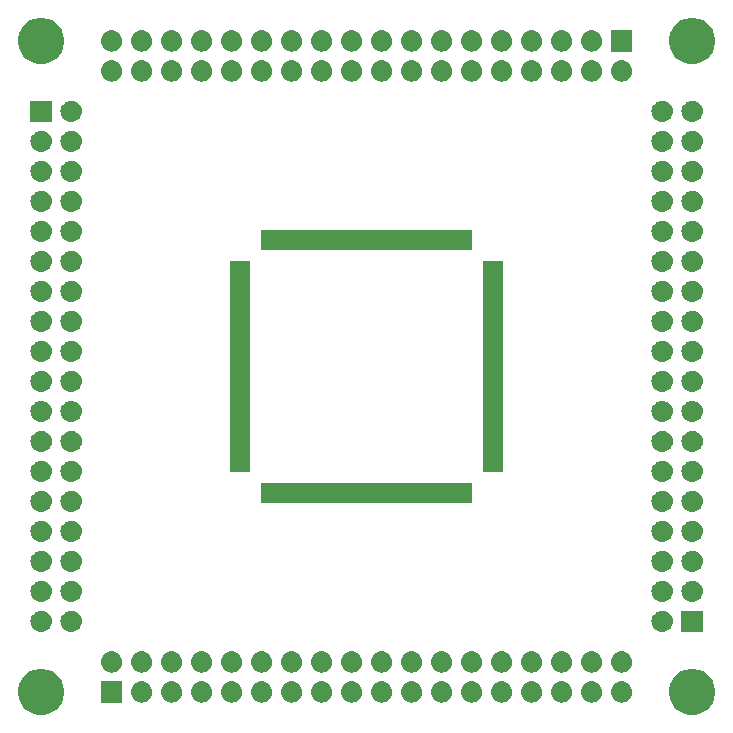
<source format=gts>
G04 #@! TF.GenerationSoftware,KiCad,Pcbnew,(5.0.2)-1*
G04 #@! TF.CreationDate,2019-01-06T22:14:06+08:00*
G04 #@! TF.ProjectId,LQFP Breakout Board,4c514650-2042-4726-9561-6b6f75742042,rev?*
G04 #@! TF.SameCoordinates,Original*
G04 #@! TF.FileFunction,Soldermask,Top*
G04 #@! TF.FilePolarity,Negative*
%FSLAX46Y46*%
G04 Gerber Fmt 4.6, Leading zero omitted, Abs format (unit mm)*
G04 Created by KiCad (PCBNEW (5.0.2)-1) date 01/06/19 22:14:06*
%MOMM*%
%LPD*%
G01*
G04 APERTURE LIST*
%ADD10C,0.100000*%
G04 APERTURE END LIST*
D10*
G36*
X120584083Y-111280975D02*
X120584085Y-111280976D01*
X120584086Y-111280976D01*
X120939145Y-111428046D01*
X121254385Y-111638683D01*
X121258693Y-111641561D01*
X121530439Y-111913307D01*
X121530441Y-111913310D01*
X121743954Y-112232855D01*
X121780281Y-112320557D01*
X121891025Y-112587917D01*
X121966000Y-112964842D01*
X121966000Y-113349158D01*
X121904172Y-113659991D01*
X121891024Y-113726086D01*
X121743954Y-114081145D01*
X121743953Y-114081146D01*
X121530439Y-114400693D01*
X121258693Y-114672439D01*
X121258690Y-114672441D01*
X120939145Y-114885954D01*
X120584086Y-115033024D01*
X120584085Y-115033024D01*
X120584083Y-115033025D01*
X120207158Y-115108000D01*
X119822842Y-115108000D01*
X119445917Y-115033025D01*
X119445915Y-115033024D01*
X119445914Y-115033024D01*
X119090855Y-114885954D01*
X118771310Y-114672441D01*
X118771307Y-114672439D01*
X118499561Y-114400693D01*
X118286047Y-114081146D01*
X118286046Y-114081145D01*
X118138976Y-113726086D01*
X118125829Y-113659991D01*
X118064000Y-113349158D01*
X118064000Y-112964842D01*
X118138975Y-112587917D01*
X118249719Y-112320557D01*
X118286046Y-112232855D01*
X118499559Y-111913310D01*
X118499561Y-111913307D01*
X118771307Y-111641561D01*
X118775615Y-111638683D01*
X119090855Y-111428046D01*
X119445914Y-111280976D01*
X119445915Y-111280976D01*
X119445917Y-111280975D01*
X119822842Y-111206000D01*
X120207158Y-111206000D01*
X120584083Y-111280975D01*
X120584083Y-111280975D01*
G37*
G36*
X65466083Y-111280975D02*
X65466085Y-111280976D01*
X65466086Y-111280976D01*
X65821145Y-111428046D01*
X66136385Y-111638683D01*
X66140693Y-111641561D01*
X66412439Y-111913307D01*
X66412441Y-111913310D01*
X66625954Y-112232855D01*
X66662281Y-112320557D01*
X66773025Y-112587917D01*
X66848000Y-112964842D01*
X66848000Y-113349158D01*
X66786172Y-113659991D01*
X66773024Y-113726086D01*
X66625954Y-114081145D01*
X66625953Y-114081146D01*
X66412439Y-114400693D01*
X66140693Y-114672439D01*
X66140690Y-114672441D01*
X65821145Y-114885954D01*
X65466086Y-115033024D01*
X65466085Y-115033024D01*
X65466083Y-115033025D01*
X65089158Y-115108000D01*
X64704842Y-115108000D01*
X64327917Y-115033025D01*
X64327915Y-115033024D01*
X64327914Y-115033024D01*
X63972855Y-114885954D01*
X63653310Y-114672441D01*
X63653307Y-114672439D01*
X63381561Y-114400693D01*
X63168047Y-114081146D01*
X63168046Y-114081145D01*
X63020976Y-113726086D01*
X63007829Y-113659991D01*
X62946000Y-113349158D01*
X62946000Y-112964842D01*
X63020975Y-112587917D01*
X63131719Y-112320557D01*
X63168046Y-112232855D01*
X63381559Y-111913310D01*
X63381561Y-111913307D01*
X63653307Y-111641561D01*
X63657615Y-111638683D01*
X63972855Y-111428046D01*
X64327914Y-111280976D01*
X64327915Y-111280976D01*
X64327917Y-111280975D01*
X64704842Y-111206000D01*
X65089158Y-111206000D01*
X65466083Y-111280975D01*
X65466083Y-111280975D01*
G37*
G36*
X98916443Y-112262519D02*
X98982627Y-112269037D01*
X99095853Y-112303384D01*
X99152467Y-112320557D01*
X99291087Y-112394652D01*
X99308991Y-112404222D01*
X99344729Y-112433552D01*
X99446186Y-112516814D01*
X99529448Y-112618271D01*
X99558778Y-112654009D01*
X99558779Y-112654011D01*
X99642443Y-112810533D01*
X99642443Y-112810534D01*
X99693963Y-112980373D01*
X99711359Y-113157000D01*
X99693963Y-113333627D01*
X99659616Y-113446853D01*
X99642443Y-113503467D01*
X99568348Y-113642087D01*
X99558778Y-113659991D01*
X99529448Y-113695729D01*
X99446186Y-113797186D01*
X99344729Y-113880448D01*
X99308991Y-113909778D01*
X99308989Y-113909779D01*
X99152467Y-113993443D01*
X99095853Y-114010616D01*
X98982627Y-114044963D01*
X98916442Y-114051482D01*
X98850260Y-114058000D01*
X98761740Y-114058000D01*
X98695558Y-114051482D01*
X98629373Y-114044963D01*
X98516147Y-114010616D01*
X98459533Y-113993443D01*
X98303011Y-113909779D01*
X98303009Y-113909778D01*
X98267271Y-113880448D01*
X98165814Y-113797186D01*
X98082552Y-113695729D01*
X98053222Y-113659991D01*
X98043652Y-113642087D01*
X97969557Y-113503467D01*
X97952384Y-113446853D01*
X97918037Y-113333627D01*
X97900641Y-113157000D01*
X97918037Y-112980373D01*
X97969557Y-112810534D01*
X97969557Y-112810533D01*
X98053221Y-112654011D01*
X98053222Y-112654009D01*
X98082552Y-112618271D01*
X98165814Y-112516814D01*
X98267271Y-112433552D01*
X98303009Y-112404222D01*
X98320913Y-112394652D01*
X98459533Y-112320557D01*
X98516147Y-112303384D01*
X98629373Y-112269037D01*
X98695557Y-112262519D01*
X98761740Y-112256000D01*
X98850260Y-112256000D01*
X98916443Y-112262519D01*
X98916443Y-112262519D01*
G37*
G36*
X111616443Y-112262519D02*
X111682627Y-112269037D01*
X111795853Y-112303384D01*
X111852467Y-112320557D01*
X111991087Y-112394652D01*
X112008991Y-112404222D01*
X112044729Y-112433552D01*
X112146186Y-112516814D01*
X112229448Y-112618271D01*
X112258778Y-112654009D01*
X112258779Y-112654011D01*
X112342443Y-112810533D01*
X112342443Y-112810534D01*
X112393963Y-112980373D01*
X112411359Y-113157000D01*
X112393963Y-113333627D01*
X112359616Y-113446853D01*
X112342443Y-113503467D01*
X112268348Y-113642087D01*
X112258778Y-113659991D01*
X112229448Y-113695729D01*
X112146186Y-113797186D01*
X112044729Y-113880448D01*
X112008991Y-113909778D01*
X112008989Y-113909779D01*
X111852467Y-113993443D01*
X111795853Y-114010616D01*
X111682627Y-114044963D01*
X111616442Y-114051482D01*
X111550260Y-114058000D01*
X111461740Y-114058000D01*
X111395558Y-114051482D01*
X111329373Y-114044963D01*
X111216147Y-114010616D01*
X111159533Y-113993443D01*
X111003011Y-113909779D01*
X111003009Y-113909778D01*
X110967271Y-113880448D01*
X110865814Y-113797186D01*
X110782552Y-113695729D01*
X110753222Y-113659991D01*
X110743652Y-113642087D01*
X110669557Y-113503467D01*
X110652384Y-113446853D01*
X110618037Y-113333627D01*
X110600641Y-113157000D01*
X110618037Y-112980373D01*
X110669557Y-112810534D01*
X110669557Y-112810533D01*
X110753221Y-112654011D01*
X110753222Y-112654009D01*
X110782552Y-112618271D01*
X110865814Y-112516814D01*
X110967271Y-112433552D01*
X111003009Y-112404222D01*
X111020913Y-112394652D01*
X111159533Y-112320557D01*
X111216147Y-112303384D01*
X111329373Y-112269037D01*
X111395557Y-112262519D01*
X111461740Y-112256000D01*
X111550260Y-112256000D01*
X111616443Y-112262519D01*
X111616443Y-112262519D01*
G37*
G36*
X109076443Y-112262519D02*
X109142627Y-112269037D01*
X109255853Y-112303384D01*
X109312467Y-112320557D01*
X109451087Y-112394652D01*
X109468991Y-112404222D01*
X109504729Y-112433552D01*
X109606186Y-112516814D01*
X109689448Y-112618271D01*
X109718778Y-112654009D01*
X109718779Y-112654011D01*
X109802443Y-112810533D01*
X109802443Y-112810534D01*
X109853963Y-112980373D01*
X109871359Y-113157000D01*
X109853963Y-113333627D01*
X109819616Y-113446853D01*
X109802443Y-113503467D01*
X109728348Y-113642087D01*
X109718778Y-113659991D01*
X109689448Y-113695729D01*
X109606186Y-113797186D01*
X109504729Y-113880448D01*
X109468991Y-113909778D01*
X109468989Y-113909779D01*
X109312467Y-113993443D01*
X109255853Y-114010616D01*
X109142627Y-114044963D01*
X109076442Y-114051482D01*
X109010260Y-114058000D01*
X108921740Y-114058000D01*
X108855558Y-114051482D01*
X108789373Y-114044963D01*
X108676147Y-114010616D01*
X108619533Y-113993443D01*
X108463011Y-113909779D01*
X108463009Y-113909778D01*
X108427271Y-113880448D01*
X108325814Y-113797186D01*
X108242552Y-113695729D01*
X108213222Y-113659991D01*
X108203652Y-113642087D01*
X108129557Y-113503467D01*
X108112384Y-113446853D01*
X108078037Y-113333627D01*
X108060641Y-113157000D01*
X108078037Y-112980373D01*
X108129557Y-112810534D01*
X108129557Y-112810533D01*
X108213221Y-112654011D01*
X108213222Y-112654009D01*
X108242552Y-112618271D01*
X108325814Y-112516814D01*
X108427271Y-112433552D01*
X108463009Y-112404222D01*
X108480913Y-112394652D01*
X108619533Y-112320557D01*
X108676147Y-112303384D01*
X108789373Y-112269037D01*
X108855557Y-112262519D01*
X108921740Y-112256000D01*
X109010260Y-112256000D01*
X109076443Y-112262519D01*
X109076443Y-112262519D01*
G37*
G36*
X106536443Y-112262519D02*
X106602627Y-112269037D01*
X106715853Y-112303384D01*
X106772467Y-112320557D01*
X106911087Y-112394652D01*
X106928991Y-112404222D01*
X106964729Y-112433552D01*
X107066186Y-112516814D01*
X107149448Y-112618271D01*
X107178778Y-112654009D01*
X107178779Y-112654011D01*
X107262443Y-112810533D01*
X107262443Y-112810534D01*
X107313963Y-112980373D01*
X107331359Y-113157000D01*
X107313963Y-113333627D01*
X107279616Y-113446853D01*
X107262443Y-113503467D01*
X107188348Y-113642087D01*
X107178778Y-113659991D01*
X107149448Y-113695729D01*
X107066186Y-113797186D01*
X106964729Y-113880448D01*
X106928991Y-113909778D01*
X106928989Y-113909779D01*
X106772467Y-113993443D01*
X106715853Y-114010616D01*
X106602627Y-114044963D01*
X106536442Y-114051482D01*
X106470260Y-114058000D01*
X106381740Y-114058000D01*
X106315558Y-114051482D01*
X106249373Y-114044963D01*
X106136147Y-114010616D01*
X106079533Y-113993443D01*
X105923011Y-113909779D01*
X105923009Y-113909778D01*
X105887271Y-113880448D01*
X105785814Y-113797186D01*
X105702552Y-113695729D01*
X105673222Y-113659991D01*
X105663652Y-113642087D01*
X105589557Y-113503467D01*
X105572384Y-113446853D01*
X105538037Y-113333627D01*
X105520641Y-113157000D01*
X105538037Y-112980373D01*
X105589557Y-112810534D01*
X105589557Y-112810533D01*
X105673221Y-112654011D01*
X105673222Y-112654009D01*
X105702552Y-112618271D01*
X105785814Y-112516814D01*
X105887271Y-112433552D01*
X105923009Y-112404222D01*
X105940913Y-112394652D01*
X106079533Y-112320557D01*
X106136147Y-112303384D01*
X106249373Y-112269037D01*
X106315557Y-112262519D01*
X106381740Y-112256000D01*
X106470260Y-112256000D01*
X106536443Y-112262519D01*
X106536443Y-112262519D01*
G37*
G36*
X103996443Y-112262519D02*
X104062627Y-112269037D01*
X104175853Y-112303384D01*
X104232467Y-112320557D01*
X104371087Y-112394652D01*
X104388991Y-112404222D01*
X104424729Y-112433552D01*
X104526186Y-112516814D01*
X104609448Y-112618271D01*
X104638778Y-112654009D01*
X104638779Y-112654011D01*
X104722443Y-112810533D01*
X104722443Y-112810534D01*
X104773963Y-112980373D01*
X104791359Y-113157000D01*
X104773963Y-113333627D01*
X104739616Y-113446853D01*
X104722443Y-113503467D01*
X104648348Y-113642087D01*
X104638778Y-113659991D01*
X104609448Y-113695729D01*
X104526186Y-113797186D01*
X104424729Y-113880448D01*
X104388991Y-113909778D01*
X104388989Y-113909779D01*
X104232467Y-113993443D01*
X104175853Y-114010616D01*
X104062627Y-114044963D01*
X103996442Y-114051482D01*
X103930260Y-114058000D01*
X103841740Y-114058000D01*
X103775558Y-114051482D01*
X103709373Y-114044963D01*
X103596147Y-114010616D01*
X103539533Y-113993443D01*
X103383011Y-113909779D01*
X103383009Y-113909778D01*
X103347271Y-113880448D01*
X103245814Y-113797186D01*
X103162552Y-113695729D01*
X103133222Y-113659991D01*
X103123652Y-113642087D01*
X103049557Y-113503467D01*
X103032384Y-113446853D01*
X102998037Y-113333627D01*
X102980641Y-113157000D01*
X102998037Y-112980373D01*
X103049557Y-112810534D01*
X103049557Y-112810533D01*
X103133221Y-112654011D01*
X103133222Y-112654009D01*
X103162552Y-112618271D01*
X103245814Y-112516814D01*
X103347271Y-112433552D01*
X103383009Y-112404222D01*
X103400913Y-112394652D01*
X103539533Y-112320557D01*
X103596147Y-112303384D01*
X103709373Y-112269037D01*
X103775557Y-112262519D01*
X103841740Y-112256000D01*
X103930260Y-112256000D01*
X103996443Y-112262519D01*
X103996443Y-112262519D01*
G37*
G36*
X101456443Y-112262519D02*
X101522627Y-112269037D01*
X101635853Y-112303384D01*
X101692467Y-112320557D01*
X101831087Y-112394652D01*
X101848991Y-112404222D01*
X101884729Y-112433552D01*
X101986186Y-112516814D01*
X102069448Y-112618271D01*
X102098778Y-112654009D01*
X102098779Y-112654011D01*
X102182443Y-112810533D01*
X102182443Y-112810534D01*
X102233963Y-112980373D01*
X102251359Y-113157000D01*
X102233963Y-113333627D01*
X102199616Y-113446853D01*
X102182443Y-113503467D01*
X102108348Y-113642087D01*
X102098778Y-113659991D01*
X102069448Y-113695729D01*
X101986186Y-113797186D01*
X101884729Y-113880448D01*
X101848991Y-113909778D01*
X101848989Y-113909779D01*
X101692467Y-113993443D01*
X101635853Y-114010616D01*
X101522627Y-114044963D01*
X101456442Y-114051482D01*
X101390260Y-114058000D01*
X101301740Y-114058000D01*
X101235558Y-114051482D01*
X101169373Y-114044963D01*
X101056147Y-114010616D01*
X100999533Y-113993443D01*
X100843011Y-113909779D01*
X100843009Y-113909778D01*
X100807271Y-113880448D01*
X100705814Y-113797186D01*
X100622552Y-113695729D01*
X100593222Y-113659991D01*
X100583652Y-113642087D01*
X100509557Y-113503467D01*
X100492384Y-113446853D01*
X100458037Y-113333627D01*
X100440641Y-113157000D01*
X100458037Y-112980373D01*
X100509557Y-112810534D01*
X100509557Y-112810533D01*
X100593221Y-112654011D01*
X100593222Y-112654009D01*
X100622552Y-112618271D01*
X100705814Y-112516814D01*
X100807271Y-112433552D01*
X100843009Y-112404222D01*
X100860913Y-112394652D01*
X100999533Y-112320557D01*
X101056147Y-112303384D01*
X101169373Y-112269037D01*
X101235557Y-112262519D01*
X101301740Y-112256000D01*
X101390260Y-112256000D01*
X101456443Y-112262519D01*
X101456443Y-112262519D01*
G37*
G36*
X96376443Y-112262519D02*
X96442627Y-112269037D01*
X96555853Y-112303384D01*
X96612467Y-112320557D01*
X96751087Y-112394652D01*
X96768991Y-112404222D01*
X96804729Y-112433552D01*
X96906186Y-112516814D01*
X96989448Y-112618271D01*
X97018778Y-112654009D01*
X97018779Y-112654011D01*
X97102443Y-112810533D01*
X97102443Y-112810534D01*
X97153963Y-112980373D01*
X97171359Y-113157000D01*
X97153963Y-113333627D01*
X97119616Y-113446853D01*
X97102443Y-113503467D01*
X97028348Y-113642087D01*
X97018778Y-113659991D01*
X96989448Y-113695729D01*
X96906186Y-113797186D01*
X96804729Y-113880448D01*
X96768991Y-113909778D01*
X96768989Y-113909779D01*
X96612467Y-113993443D01*
X96555853Y-114010616D01*
X96442627Y-114044963D01*
X96376442Y-114051482D01*
X96310260Y-114058000D01*
X96221740Y-114058000D01*
X96155558Y-114051482D01*
X96089373Y-114044963D01*
X95976147Y-114010616D01*
X95919533Y-113993443D01*
X95763011Y-113909779D01*
X95763009Y-113909778D01*
X95727271Y-113880448D01*
X95625814Y-113797186D01*
X95542552Y-113695729D01*
X95513222Y-113659991D01*
X95503652Y-113642087D01*
X95429557Y-113503467D01*
X95412384Y-113446853D01*
X95378037Y-113333627D01*
X95360641Y-113157000D01*
X95378037Y-112980373D01*
X95429557Y-112810534D01*
X95429557Y-112810533D01*
X95513221Y-112654011D01*
X95513222Y-112654009D01*
X95542552Y-112618271D01*
X95625814Y-112516814D01*
X95727271Y-112433552D01*
X95763009Y-112404222D01*
X95780913Y-112394652D01*
X95919533Y-112320557D01*
X95976147Y-112303384D01*
X96089373Y-112269037D01*
X96155557Y-112262519D01*
X96221740Y-112256000D01*
X96310260Y-112256000D01*
X96376443Y-112262519D01*
X96376443Y-112262519D01*
G37*
G36*
X93836443Y-112262519D02*
X93902627Y-112269037D01*
X94015853Y-112303384D01*
X94072467Y-112320557D01*
X94211087Y-112394652D01*
X94228991Y-112404222D01*
X94264729Y-112433552D01*
X94366186Y-112516814D01*
X94449448Y-112618271D01*
X94478778Y-112654009D01*
X94478779Y-112654011D01*
X94562443Y-112810533D01*
X94562443Y-112810534D01*
X94613963Y-112980373D01*
X94631359Y-113157000D01*
X94613963Y-113333627D01*
X94579616Y-113446853D01*
X94562443Y-113503467D01*
X94488348Y-113642087D01*
X94478778Y-113659991D01*
X94449448Y-113695729D01*
X94366186Y-113797186D01*
X94264729Y-113880448D01*
X94228991Y-113909778D01*
X94228989Y-113909779D01*
X94072467Y-113993443D01*
X94015853Y-114010616D01*
X93902627Y-114044963D01*
X93836442Y-114051482D01*
X93770260Y-114058000D01*
X93681740Y-114058000D01*
X93615558Y-114051482D01*
X93549373Y-114044963D01*
X93436147Y-114010616D01*
X93379533Y-113993443D01*
X93223011Y-113909779D01*
X93223009Y-113909778D01*
X93187271Y-113880448D01*
X93085814Y-113797186D01*
X93002552Y-113695729D01*
X92973222Y-113659991D01*
X92963652Y-113642087D01*
X92889557Y-113503467D01*
X92872384Y-113446853D01*
X92838037Y-113333627D01*
X92820641Y-113157000D01*
X92838037Y-112980373D01*
X92889557Y-112810534D01*
X92889557Y-112810533D01*
X92973221Y-112654011D01*
X92973222Y-112654009D01*
X93002552Y-112618271D01*
X93085814Y-112516814D01*
X93187271Y-112433552D01*
X93223009Y-112404222D01*
X93240913Y-112394652D01*
X93379533Y-112320557D01*
X93436147Y-112303384D01*
X93549373Y-112269037D01*
X93615557Y-112262519D01*
X93681740Y-112256000D01*
X93770260Y-112256000D01*
X93836443Y-112262519D01*
X93836443Y-112262519D01*
G37*
G36*
X91296443Y-112262519D02*
X91362627Y-112269037D01*
X91475853Y-112303384D01*
X91532467Y-112320557D01*
X91671087Y-112394652D01*
X91688991Y-112404222D01*
X91724729Y-112433552D01*
X91826186Y-112516814D01*
X91909448Y-112618271D01*
X91938778Y-112654009D01*
X91938779Y-112654011D01*
X92022443Y-112810533D01*
X92022443Y-112810534D01*
X92073963Y-112980373D01*
X92091359Y-113157000D01*
X92073963Y-113333627D01*
X92039616Y-113446853D01*
X92022443Y-113503467D01*
X91948348Y-113642087D01*
X91938778Y-113659991D01*
X91909448Y-113695729D01*
X91826186Y-113797186D01*
X91724729Y-113880448D01*
X91688991Y-113909778D01*
X91688989Y-113909779D01*
X91532467Y-113993443D01*
X91475853Y-114010616D01*
X91362627Y-114044963D01*
X91296442Y-114051482D01*
X91230260Y-114058000D01*
X91141740Y-114058000D01*
X91075558Y-114051482D01*
X91009373Y-114044963D01*
X90896147Y-114010616D01*
X90839533Y-113993443D01*
X90683011Y-113909779D01*
X90683009Y-113909778D01*
X90647271Y-113880448D01*
X90545814Y-113797186D01*
X90462552Y-113695729D01*
X90433222Y-113659991D01*
X90423652Y-113642087D01*
X90349557Y-113503467D01*
X90332384Y-113446853D01*
X90298037Y-113333627D01*
X90280641Y-113157000D01*
X90298037Y-112980373D01*
X90349557Y-112810534D01*
X90349557Y-112810533D01*
X90433221Y-112654011D01*
X90433222Y-112654009D01*
X90462552Y-112618271D01*
X90545814Y-112516814D01*
X90647271Y-112433552D01*
X90683009Y-112404222D01*
X90700913Y-112394652D01*
X90839533Y-112320557D01*
X90896147Y-112303384D01*
X91009373Y-112269037D01*
X91075557Y-112262519D01*
X91141740Y-112256000D01*
X91230260Y-112256000D01*
X91296443Y-112262519D01*
X91296443Y-112262519D01*
G37*
G36*
X86216443Y-112262519D02*
X86282627Y-112269037D01*
X86395853Y-112303384D01*
X86452467Y-112320557D01*
X86591087Y-112394652D01*
X86608991Y-112404222D01*
X86644729Y-112433552D01*
X86746186Y-112516814D01*
X86829448Y-112618271D01*
X86858778Y-112654009D01*
X86858779Y-112654011D01*
X86942443Y-112810533D01*
X86942443Y-112810534D01*
X86993963Y-112980373D01*
X87011359Y-113157000D01*
X86993963Y-113333627D01*
X86959616Y-113446853D01*
X86942443Y-113503467D01*
X86868348Y-113642087D01*
X86858778Y-113659991D01*
X86829448Y-113695729D01*
X86746186Y-113797186D01*
X86644729Y-113880448D01*
X86608991Y-113909778D01*
X86608989Y-113909779D01*
X86452467Y-113993443D01*
X86395853Y-114010616D01*
X86282627Y-114044963D01*
X86216442Y-114051482D01*
X86150260Y-114058000D01*
X86061740Y-114058000D01*
X85995558Y-114051482D01*
X85929373Y-114044963D01*
X85816147Y-114010616D01*
X85759533Y-113993443D01*
X85603011Y-113909779D01*
X85603009Y-113909778D01*
X85567271Y-113880448D01*
X85465814Y-113797186D01*
X85382552Y-113695729D01*
X85353222Y-113659991D01*
X85343652Y-113642087D01*
X85269557Y-113503467D01*
X85252384Y-113446853D01*
X85218037Y-113333627D01*
X85200641Y-113157000D01*
X85218037Y-112980373D01*
X85269557Y-112810534D01*
X85269557Y-112810533D01*
X85353221Y-112654011D01*
X85353222Y-112654009D01*
X85382552Y-112618271D01*
X85465814Y-112516814D01*
X85567271Y-112433552D01*
X85603009Y-112404222D01*
X85620913Y-112394652D01*
X85759533Y-112320557D01*
X85816147Y-112303384D01*
X85929373Y-112269037D01*
X85995557Y-112262519D01*
X86061740Y-112256000D01*
X86150260Y-112256000D01*
X86216443Y-112262519D01*
X86216443Y-112262519D01*
G37*
G36*
X71767000Y-114058000D02*
X69965000Y-114058000D01*
X69965000Y-112256000D01*
X71767000Y-112256000D01*
X71767000Y-114058000D01*
X71767000Y-114058000D01*
G37*
G36*
X114156443Y-112262519D02*
X114222627Y-112269037D01*
X114335853Y-112303384D01*
X114392467Y-112320557D01*
X114531087Y-112394652D01*
X114548991Y-112404222D01*
X114584729Y-112433552D01*
X114686186Y-112516814D01*
X114769448Y-112618271D01*
X114798778Y-112654009D01*
X114798779Y-112654011D01*
X114882443Y-112810533D01*
X114882443Y-112810534D01*
X114933963Y-112980373D01*
X114951359Y-113157000D01*
X114933963Y-113333627D01*
X114899616Y-113446853D01*
X114882443Y-113503467D01*
X114808348Y-113642087D01*
X114798778Y-113659991D01*
X114769448Y-113695729D01*
X114686186Y-113797186D01*
X114584729Y-113880448D01*
X114548991Y-113909778D01*
X114548989Y-113909779D01*
X114392467Y-113993443D01*
X114335853Y-114010616D01*
X114222627Y-114044963D01*
X114156442Y-114051482D01*
X114090260Y-114058000D01*
X114001740Y-114058000D01*
X113935558Y-114051482D01*
X113869373Y-114044963D01*
X113756147Y-114010616D01*
X113699533Y-113993443D01*
X113543011Y-113909779D01*
X113543009Y-113909778D01*
X113507271Y-113880448D01*
X113405814Y-113797186D01*
X113322552Y-113695729D01*
X113293222Y-113659991D01*
X113283652Y-113642087D01*
X113209557Y-113503467D01*
X113192384Y-113446853D01*
X113158037Y-113333627D01*
X113140641Y-113157000D01*
X113158037Y-112980373D01*
X113209557Y-112810534D01*
X113209557Y-112810533D01*
X113293221Y-112654011D01*
X113293222Y-112654009D01*
X113322552Y-112618271D01*
X113405814Y-112516814D01*
X113507271Y-112433552D01*
X113543009Y-112404222D01*
X113560913Y-112394652D01*
X113699533Y-112320557D01*
X113756147Y-112303384D01*
X113869373Y-112269037D01*
X113935557Y-112262519D01*
X114001740Y-112256000D01*
X114090260Y-112256000D01*
X114156443Y-112262519D01*
X114156443Y-112262519D01*
G37*
G36*
X73516443Y-112262519D02*
X73582627Y-112269037D01*
X73695853Y-112303384D01*
X73752467Y-112320557D01*
X73891087Y-112394652D01*
X73908991Y-112404222D01*
X73944729Y-112433552D01*
X74046186Y-112516814D01*
X74129448Y-112618271D01*
X74158778Y-112654009D01*
X74158779Y-112654011D01*
X74242443Y-112810533D01*
X74242443Y-112810534D01*
X74293963Y-112980373D01*
X74311359Y-113157000D01*
X74293963Y-113333627D01*
X74259616Y-113446853D01*
X74242443Y-113503467D01*
X74168348Y-113642087D01*
X74158778Y-113659991D01*
X74129448Y-113695729D01*
X74046186Y-113797186D01*
X73944729Y-113880448D01*
X73908991Y-113909778D01*
X73908989Y-113909779D01*
X73752467Y-113993443D01*
X73695853Y-114010616D01*
X73582627Y-114044963D01*
X73516442Y-114051482D01*
X73450260Y-114058000D01*
X73361740Y-114058000D01*
X73295558Y-114051482D01*
X73229373Y-114044963D01*
X73116147Y-114010616D01*
X73059533Y-113993443D01*
X72903011Y-113909779D01*
X72903009Y-113909778D01*
X72867271Y-113880448D01*
X72765814Y-113797186D01*
X72682552Y-113695729D01*
X72653222Y-113659991D01*
X72643652Y-113642087D01*
X72569557Y-113503467D01*
X72552384Y-113446853D01*
X72518037Y-113333627D01*
X72500641Y-113157000D01*
X72518037Y-112980373D01*
X72569557Y-112810534D01*
X72569557Y-112810533D01*
X72653221Y-112654011D01*
X72653222Y-112654009D01*
X72682552Y-112618271D01*
X72765814Y-112516814D01*
X72867271Y-112433552D01*
X72903009Y-112404222D01*
X72920913Y-112394652D01*
X73059533Y-112320557D01*
X73116147Y-112303384D01*
X73229373Y-112269037D01*
X73295557Y-112262519D01*
X73361740Y-112256000D01*
X73450260Y-112256000D01*
X73516443Y-112262519D01*
X73516443Y-112262519D01*
G37*
G36*
X76056443Y-112262519D02*
X76122627Y-112269037D01*
X76235853Y-112303384D01*
X76292467Y-112320557D01*
X76431087Y-112394652D01*
X76448991Y-112404222D01*
X76484729Y-112433552D01*
X76586186Y-112516814D01*
X76669448Y-112618271D01*
X76698778Y-112654009D01*
X76698779Y-112654011D01*
X76782443Y-112810533D01*
X76782443Y-112810534D01*
X76833963Y-112980373D01*
X76851359Y-113157000D01*
X76833963Y-113333627D01*
X76799616Y-113446853D01*
X76782443Y-113503467D01*
X76708348Y-113642087D01*
X76698778Y-113659991D01*
X76669448Y-113695729D01*
X76586186Y-113797186D01*
X76484729Y-113880448D01*
X76448991Y-113909778D01*
X76448989Y-113909779D01*
X76292467Y-113993443D01*
X76235853Y-114010616D01*
X76122627Y-114044963D01*
X76056442Y-114051482D01*
X75990260Y-114058000D01*
X75901740Y-114058000D01*
X75835558Y-114051482D01*
X75769373Y-114044963D01*
X75656147Y-114010616D01*
X75599533Y-113993443D01*
X75443011Y-113909779D01*
X75443009Y-113909778D01*
X75407271Y-113880448D01*
X75305814Y-113797186D01*
X75222552Y-113695729D01*
X75193222Y-113659991D01*
X75183652Y-113642087D01*
X75109557Y-113503467D01*
X75092384Y-113446853D01*
X75058037Y-113333627D01*
X75040641Y-113157000D01*
X75058037Y-112980373D01*
X75109557Y-112810534D01*
X75109557Y-112810533D01*
X75193221Y-112654011D01*
X75193222Y-112654009D01*
X75222552Y-112618271D01*
X75305814Y-112516814D01*
X75407271Y-112433552D01*
X75443009Y-112404222D01*
X75460913Y-112394652D01*
X75599533Y-112320557D01*
X75656147Y-112303384D01*
X75769373Y-112269037D01*
X75835557Y-112262519D01*
X75901740Y-112256000D01*
X75990260Y-112256000D01*
X76056443Y-112262519D01*
X76056443Y-112262519D01*
G37*
G36*
X78596443Y-112262519D02*
X78662627Y-112269037D01*
X78775853Y-112303384D01*
X78832467Y-112320557D01*
X78971087Y-112394652D01*
X78988991Y-112404222D01*
X79024729Y-112433552D01*
X79126186Y-112516814D01*
X79209448Y-112618271D01*
X79238778Y-112654009D01*
X79238779Y-112654011D01*
X79322443Y-112810533D01*
X79322443Y-112810534D01*
X79373963Y-112980373D01*
X79391359Y-113157000D01*
X79373963Y-113333627D01*
X79339616Y-113446853D01*
X79322443Y-113503467D01*
X79248348Y-113642087D01*
X79238778Y-113659991D01*
X79209448Y-113695729D01*
X79126186Y-113797186D01*
X79024729Y-113880448D01*
X78988991Y-113909778D01*
X78988989Y-113909779D01*
X78832467Y-113993443D01*
X78775853Y-114010616D01*
X78662627Y-114044963D01*
X78596442Y-114051482D01*
X78530260Y-114058000D01*
X78441740Y-114058000D01*
X78375558Y-114051482D01*
X78309373Y-114044963D01*
X78196147Y-114010616D01*
X78139533Y-113993443D01*
X77983011Y-113909779D01*
X77983009Y-113909778D01*
X77947271Y-113880448D01*
X77845814Y-113797186D01*
X77762552Y-113695729D01*
X77733222Y-113659991D01*
X77723652Y-113642087D01*
X77649557Y-113503467D01*
X77632384Y-113446853D01*
X77598037Y-113333627D01*
X77580641Y-113157000D01*
X77598037Y-112980373D01*
X77649557Y-112810534D01*
X77649557Y-112810533D01*
X77733221Y-112654011D01*
X77733222Y-112654009D01*
X77762552Y-112618271D01*
X77845814Y-112516814D01*
X77947271Y-112433552D01*
X77983009Y-112404222D01*
X78000913Y-112394652D01*
X78139533Y-112320557D01*
X78196147Y-112303384D01*
X78309373Y-112269037D01*
X78375557Y-112262519D01*
X78441740Y-112256000D01*
X78530260Y-112256000D01*
X78596443Y-112262519D01*
X78596443Y-112262519D01*
G37*
G36*
X81136443Y-112262519D02*
X81202627Y-112269037D01*
X81315853Y-112303384D01*
X81372467Y-112320557D01*
X81511087Y-112394652D01*
X81528991Y-112404222D01*
X81564729Y-112433552D01*
X81666186Y-112516814D01*
X81749448Y-112618271D01*
X81778778Y-112654009D01*
X81778779Y-112654011D01*
X81862443Y-112810533D01*
X81862443Y-112810534D01*
X81913963Y-112980373D01*
X81931359Y-113157000D01*
X81913963Y-113333627D01*
X81879616Y-113446853D01*
X81862443Y-113503467D01*
X81788348Y-113642087D01*
X81778778Y-113659991D01*
X81749448Y-113695729D01*
X81666186Y-113797186D01*
X81564729Y-113880448D01*
X81528991Y-113909778D01*
X81528989Y-113909779D01*
X81372467Y-113993443D01*
X81315853Y-114010616D01*
X81202627Y-114044963D01*
X81136442Y-114051482D01*
X81070260Y-114058000D01*
X80981740Y-114058000D01*
X80915558Y-114051482D01*
X80849373Y-114044963D01*
X80736147Y-114010616D01*
X80679533Y-113993443D01*
X80523011Y-113909779D01*
X80523009Y-113909778D01*
X80487271Y-113880448D01*
X80385814Y-113797186D01*
X80302552Y-113695729D01*
X80273222Y-113659991D01*
X80263652Y-113642087D01*
X80189557Y-113503467D01*
X80172384Y-113446853D01*
X80138037Y-113333627D01*
X80120641Y-113157000D01*
X80138037Y-112980373D01*
X80189557Y-112810534D01*
X80189557Y-112810533D01*
X80273221Y-112654011D01*
X80273222Y-112654009D01*
X80302552Y-112618271D01*
X80385814Y-112516814D01*
X80487271Y-112433552D01*
X80523009Y-112404222D01*
X80540913Y-112394652D01*
X80679533Y-112320557D01*
X80736147Y-112303384D01*
X80849373Y-112269037D01*
X80915557Y-112262519D01*
X80981740Y-112256000D01*
X81070260Y-112256000D01*
X81136443Y-112262519D01*
X81136443Y-112262519D01*
G37*
G36*
X83676443Y-112262519D02*
X83742627Y-112269037D01*
X83855853Y-112303384D01*
X83912467Y-112320557D01*
X84051087Y-112394652D01*
X84068991Y-112404222D01*
X84104729Y-112433552D01*
X84206186Y-112516814D01*
X84289448Y-112618271D01*
X84318778Y-112654009D01*
X84318779Y-112654011D01*
X84402443Y-112810533D01*
X84402443Y-112810534D01*
X84453963Y-112980373D01*
X84471359Y-113157000D01*
X84453963Y-113333627D01*
X84419616Y-113446853D01*
X84402443Y-113503467D01*
X84328348Y-113642087D01*
X84318778Y-113659991D01*
X84289448Y-113695729D01*
X84206186Y-113797186D01*
X84104729Y-113880448D01*
X84068991Y-113909778D01*
X84068989Y-113909779D01*
X83912467Y-113993443D01*
X83855853Y-114010616D01*
X83742627Y-114044963D01*
X83676442Y-114051482D01*
X83610260Y-114058000D01*
X83521740Y-114058000D01*
X83455558Y-114051482D01*
X83389373Y-114044963D01*
X83276147Y-114010616D01*
X83219533Y-113993443D01*
X83063011Y-113909779D01*
X83063009Y-113909778D01*
X83027271Y-113880448D01*
X82925814Y-113797186D01*
X82842552Y-113695729D01*
X82813222Y-113659991D01*
X82803652Y-113642087D01*
X82729557Y-113503467D01*
X82712384Y-113446853D01*
X82678037Y-113333627D01*
X82660641Y-113157000D01*
X82678037Y-112980373D01*
X82729557Y-112810534D01*
X82729557Y-112810533D01*
X82813221Y-112654011D01*
X82813222Y-112654009D01*
X82842552Y-112618271D01*
X82925814Y-112516814D01*
X83027271Y-112433552D01*
X83063009Y-112404222D01*
X83080913Y-112394652D01*
X83219533Y-112320557D01*
X83276147Y-112303384D01*
X83389373Y-112269037D01*
X83455557Y-112262519D01*
X83521740Y-112256000D01*
X83610260Y-112256000D01*
X83676443Y-112262519D01*
X83676443Y-112262519D01*
G37*
G36*
X88756443Y-112262519D02*
X88822627Y-112269037D01*
X88935853Y-112303384D01*
X88992467Y-112320557D01*
X89131087Y-112394652D01*
X89148991Y-112404222D01*
X89184729Y-112433552D01*
X89286186Y-112516814D01*
X89369448Y-112618271D01*
X89398778Y-112654009D01*
X89398779Y-112654011D01*
X89482443Y-112810533D01*
X89482443Y-112810534D01*
X89533963Y-112980373D01*
X89551359Y-113157000D01*
X89533963Y-113333627D01*
X89499616Y-113446853D01*
X89482443Y-113503467D01*
X89408348Y-113642087D01*
X89398778Y-113659991D01*
X89369448Y-113695729D01*
X89286186Y-113797186D01*
X89184729Y-113880448D01*
X89148991Y-113909778D01*
X89148989Y-113909779D01*
X88992467Y-113993443D01*
X88935853Y-114010616D01*
X88822627Y-114044963D01*
X88756442Y-114051482D01*
X88690260Y-114058000D01*
X88601740Y-114058000D01*
X88535558Y-114051482D01*
X88469373Y-114044963D01*
X88356147Y-114010616D01*
X88299533Y-113993443D01*
X88143011Y-113909779D01*
X88143009Y-113909778D01*
X88107271Y-113880448D01*
X88005814Y-113797186D01*
X87922552Y-113695729D01*
X87893222Y-113659991D01*
X87883652Y-113642087D01*
X87809557Y-113503467D01*
X87792384Y-113446853D01*
X87758037Y-113333627D01*
X87740641Y-113157000D01*
X87758037Y-112980373D01*
X87809557Y-112810534D01*
X87809557Y-112810533D01*
X87893221Y-112654011D01*
X87893222Y-112654009D01*
X87922552Y-112618271D01*
X88005814Y-112516814D01*
X88107271Y-112433552D01*
X88143009Y-112404222D01*
X88160913Y-112394652D01*
X88299533Y-112320557D01*
X88356147Y-112303384D01*
X88469373Y-112269037D01*
X88535557Y-112262519D01*
X88601740Y-112256000D01*
X88690260Y-112256000D01*
X88756443Y-112262519D01*
X88756443Y-112262519D01*
G37*
G36*
X70976442Y-109722518D02*
X71042627Y-109729037D01*
X71155853Y-109763384D01*
X71212467Y-109780557D01*
X71351087Y-109854652D01*
X71368991Y-109864222D01*
X71404729Y-109893552D01*
X71506186Y-109976814D01*
X71589448Y-110078271D01*
X71618778Y-110114009D01*
X71618779Y-110114011D01*
X71702443Y-110270533D01*
X71702443Y-110270534D01*
X71753963Y-110440373D01*
X71771359Y-110617000D01*
X71753963Y-110793627D01*
X71719616Y-110906853D01*
X71702443Y-110963467D01*
X71628348Y-111102087D01*
X71618778Y-111119991D01*
X71589448Y-111155729D01*
X71506186Y-111257186D01*
X71404729Y-111340448D01*
X71368991Y-111369778D01*
X71368989Y-111369779D01*
X71212467Y-111453443D01*
X71155853Y-111470616D01*
X71042627Y-111504963D01*
X70976442Y-111511482D01*
X70910260Y-111518000D01*
X70821740Y-111518000D01*
X70755558Y-111511482D01*
X70689373Y-111504963D01*
X70576147Y-111470616D01*
X70519533Y-111453443D01*
X70363011Y-111369779D01*
X70363009Y-111369778D01*
X70327271Y-111340448D01*
X70225814Y-111257186D01*
X70142552Y-111155729D01*
X70113222Y-111119991D01*
X70103652Y-111102087D01*
X70029557Y-110963467D01*
X70012384Y-110906853D01*
X69978037Y-110793627D01*
X69960641Y-110617000D01*
X69978037Y-110440373D01*
X70029557Y-110270534D01*
X70029557Y-110270533D01*
X70113221Y-110114011D01*
X70113222Y-110114009D01*
X70142552Y-110078271D01*
X70225814Y-109976814D01*
X70327271Y-109893552D01*
X70363009Y-109864222D01*
X70380913Y-109854652D01*
X70519533Y-109780557D01*
X70576147Y-109763384D01*
X70689373Y-109729037D01*
X70755558Y-109722518D01*
X70821740Y-109716000D01*
X70910260Y-109716000D01*
X70976442Y-109722518D01*
X70976442Y-109722518D01*
G37*
G36*
X73516442Y-109722518D02*
X73582627Y-109729037D01*
X73695853Y-109763384D01*
X73752467Y-109780557D01*
X73891087Y-109854652D01*
X73908991Y-109864222D01*
X73944729Y-109893552D01*
X74046186Y-109976814D01*
X74129448Y-110078271D01*
X74158778Y-110114009D01*
X74158779Y-110114011D01*
X74242443Y-110270533D01*
X74242443Y-110270534D01*
X74293963Y-110440373D01*
X74311359Y-110617000D01*
X74293963Y-110793627D01*
X74259616Y-110906853D01*
X74242443Y-110963467D01*
X74168348Y-111102087D01*
X74158778Y-111119991D01*
X74129448Y-111155729D01*
X74046186Y-111257186D01*
X73944729Y-111340448D01*
X73908991Y-111369778D01*
X73908989Y-111369779D01*
X73752467Y-111453443D01*
X73695853Y-111470616D01*
X73582627Y-111504963D01*
X73516442Y-111511482D01*
X73450260Y-111518000D01*
X73361740Y-111518000D01*
X73295558Y-111511482D01*
X73229373Y-111504963D01*
X73116147Y-111470616D01*
X73059533Y-111453443D01*
X72903011Y-111369779D01*
X72903009Y-111369778D01*
X72867271Y-111340448D01*
X72765814Y-111257186D01*
X72682552Y-111155729D01*
X72653222Y-111119991D01*
X72643652Y-111102087D01*
X72569557Y-110963467D01*
X72552384Y-110906853D01*
X72518037Y-110793627D01*
X72500641Y-110617000D01*
X72518037Y-110440373D01*
X72569557Y-110270534D01*
X72569557Y-110270533D01*
X72653221Y-110114011D01*
X72653222Y-110114009D01*
X72682552Y-110078271D01*
X72765814Y-109976814D01*
X72867271Y-109893552D01*
X72903009Y-109864222D01*
X72920913Y-109854652D01*
X73059533Y-109780557D01*
X73116147Y-109763384D01*
X73229373Y-109729037D01*
X73295558Y-109722518D01*
X73361740Y-109716000D01*
X73450260Y-109716000D01*
X73516442Y-109722518D01*
X73516442Y-109722518D01*
G37*
G36*
X76056442Y-109722518D02*
X76122627Y-109729037D01*
X76235853Y-109763384D01*
X76292467Y-109780557D01*
X76431087Y-109854652D01*
X76448991Y-109864222D01*
X76484729Y-109893552D01*
X76586186Y-109976814D01*
X76669448Y-110078271D01*
X76698778Y-110114009D01*
X76698779Y-110114011D01*
X76782443Y-110270533D01*
X76782443Y-110270534D01*
X76833963Y-110440373D01*
X76851359Y-110617000D01*
X76833963Y-110793627D01*
X76799616Y-110906853D01*
X76782443Y-110963467D01*
X76708348Y-111102087D01*
X76698778Y-111119991D01*
X76669448Y-111155729D01*
X76586186Y-111257186D01*
X76484729Y-111340448D01*
X76448991Y-111369778D01*
X76448989Y-111369779D01*
X76292467Y-111453443D01*
X76235853Y-111470616D01*
X76122627Y-111504963D01*
X76056442Y-111511482D01*
X75990260Y-111518000D01*
X75901740Y-111518000D01*
X75835558Y-111511482D01*
X75769373Y-111504963D01*
X75656147Y-111470616D01*
X75599533Y-111453443D01*
X75443011Y-111369779D01*
X75443009Y-111369778D01*
X75407271Y-111340448D01*
X75305814Y-111257186D01*
X75222552Y-111155729D01*
X75193222Y-111119991D01*
X75183652Y-111102087D01*
X75109557Y-110963467D01*
X75092384Y-110906853D01*
X75058037Y-110793627D01*
X75040641Y-110617000D01*
X75058037Y-110440373D01*
X75109557Y-110270534D01*
X75109557Y-110270533D01*
X75193221Y-110114011D01*
X75193222Y-110114009D01*
X75222552Y-110078271D01*
X75305814Y-109976814D01*
X75407271Y-109893552D01*
X75443009Y-109864222D01*
X75460913Y-109854652D01*
X75599533Y-109780557D01*
X75656147Y-109763384D01*
X75769373Y-109729037D01*
X75835558Y-109722518D01*
X75901740Y-109716000D01*
X75990260Y-109716000D01*
X76056442Y-109722518D01*
X76056442Y-109722518D01*
G37*
G36*
X78596442Y-109722518D02*
X78662627Y-109729037D01*
X78775853Y-109763384D01*
X78832467Y-109780557D01*
X78971087Y-109854652D01*
X78988991Y-109864222D01*
X79024729Y-109893552D01*
X79126186Y-109976814D01*
X79209448Y-110078271D01*
X79238778Y-110114009D01*
X79238779Y-110114011D01*
X79322443Y-110270533D01*
X79322443Y-110270534D01*
X79373963Y-110440373D01*
X79391359Y-110617000D01*
X79373963Y-110793627D01*
X79339616Y-110906853D01*
X79322443Y-110963467D01*
X79248348Y-111102087D01*
X79238778Y-111119991D01*
X79209448Y-111155729D01*
X79126186Y-111257186D01*
X79024729Y-111340448D01*
X78988991Y-111369778D01*
X78988989Y-111369779D01*
X78832467Y-111453443D01*
X78775853Y-111470616D01*
X78662627Y-111504963D01*
X78596442Y-111511482D01*
X78530260Y-111518000D01*
X78441740Y-111518000D01*
X78375558Y-111511482D01*
X78309373Y-111504963D01*
X78196147Y-111470616D01*
X78139533Y-111453443D01*
X77983011Y-111369779D01*
X77983009Y-111369778D01*
X77947271Y-111340448D01*
X77845814Y-111257186D01*
X77762552Y-111155729D01*
X77733222Y-111119991D01*
X77723652Y-111102087D01*
X77649557Y-110963467D01*
X77632384Y-110906853D01*
X77598037Y-110793627D01*
X77580641Y-110617000D01*
X77598037Y-110440373D01*
X77649557Y-110270534D01*
X77649557Y-110270533D01*
X77733221Y-110114011D01*
X77733222Y-110114009D01*
X77762552Y-110078271D01*
X77845814Y-109976814D01*
X77947271Y-109893552D01*
X77983009Y-109864222D01*
X78000913Y-109854652D01*
X78139533Y-109780557D01*
X78196147Y-109763384D01*
X78309373Y-109729037D01*
X78375558Y-109722518D01*
X78441740Y-109716000D01*
X78530260Y-109716000D01*
X78596442Y-109722518D01*
X78596442Y-109722518D01*
G37*
G36*
X81136442Y-109722518D02*
X81202627Y-109729037D01*
X81315853Y-109763384D01*
X81372467Y-109780557D01*
X81511087Y-109854652D01*
X81528991Y-109864222D01*
X81564729Y-109893552D01*
X81666186Y-109976814D01*
X81749448Y-110078271D01*
X81778778Y-110114009D01*
X81778779Y-110114011D01*
X81862443Y-110270533D01*
X81862443Y-110270534D01*
X81913963Y-110440373D01*
X81931359Y-110617000D01*
X81913963Y-110793627D01*
X81879616Y-110906853D01*
X81862443Y-110963467D01*
X81788348Y-111102087D01*
X81778778Y-111119991D01*
X81749448Y-111155729D01*
X81666186Y-111257186D01*
X81564729Y-111340448D01*
X81528991Y-111369778D01*
X81528989Y-111369779D01*
X81372467Y-111453443D01*
X81315853Y-111470616D01*
X81202627Y-111504963D01*
X81136442Y-111511482D01*
X81070260Y-111518000D01*
X80981740Y-111518000D01*
X80915558Y-111511482D01*
X80849373Y-111504963D01*
X80736147Y-111470616D01*
X80679533Y-111453443D01*
X80523011Y-111369779D01*
X80523009Y-111369778D01*
X80487271Y-111340448D01*
X80385814Y-111257186D01*
X80302552Y-111155729D01*
X80273222Y-111119991D01*
X80263652Y-111102087D01*
X80189557Y-110963467D01*
X80172384Y-110906853D01*
X80138037Y-110793627D01*
X80120641Y-110617000D01*
X80138037Y-110440373D01*
X80189557Y-110270534D01*
X80189557Y-110270533D01*
X80273221Y-110114011D01*
X80273222Y-110114009D01*
X80302552Y-110078271D01*
X80385814Y-109976814D01*
X80487271Y-109893552D01*
X80523009Y-109864222D01*
X80540913Y-109854652D01*
X80679533Y-109780557D01*
X80736147Y-109763384D01*
X80849373Y-109729037D01*
X80915558Y-109722518D01*
X80981740Y-109716000D01*
X81070260Y-109716000D01*
X81136442Y-109722518D01*
X81136442Y-109722518D01*
G37*
G36*
X83676442Y-109722518D02*
X83742627Y-109729037D01*
X83855853Y-109763384D01*
X83912467Y-109780557D01*
X84051087Y-109854652D01*
X84068991Y-109864222D01*
X84104729Y-109893552D01*
X84206186Y-109976814D01*
X84289448Y-110078271D01*
X84318778Y-110114009D01*
X84318779Y-110114011D01*
X84402443Y-110270533D01*
X84402443Y-110270534D01*
X84453963Y-110440373D01*
X84471359Y-110617000D01*
X84453963Y-110793627D01*
X84419616Y-110906853D01*
X84402443Y-110963467D01*
X84328348Y-111102087D01*
X84318778Y-111119991D01*
X84289448Y-111155729D01*
X84206186Y-111257186D01*
X84104729Y-111340448D01*
X84068991Y-111369778D01*
X84068989Y-111369779D01*
X83912467Y-111453443D01*
X83855853Y-111470616D01*
X83742627Y-111504963D01*
X83676442Y-111511482D01*
X83610260Y-111518000D01*
X83521740Y-111518000D01*
X83455558Y-111511482D01*
X83389373Y-111504963D01*
X83276147Y-111470616D01*
X83219533Y-111453443D01*
X83063011Y-111369779D01*
X83063009Y-111369778D01*
X83027271Y-111340448D01*
X82925814Y-111257186D01*
X82842552Y-111155729D01*
X82813222Y-111119991D01*
X82803652Y-111102087D01*
X82729557Y-110963467D01*
X82712384Y-110906853D01*
X82678037Y-110793627D01*
X82660641Y-110617000D01*
X82678037Y-110440373D01*
X82729557Y-110270534D01*
X82729557Y-110270533D01*
X82813221Y-110114011D01*
X82813222Y-110114009D01*
X82842552Y-110078271D01*
X82925814Y-109976814D01*
X83027271Y-109893552D01*
X83063009Y-109864222D01*
X83080913Y-109854652D01*
X83219533Y-109780557D01*
X83276147Y-109763384D01*
X83389373Y-109729037D01*
X83455558Y-109722518D01*
X83521740Y-109716000D01*
X83610260Y-109716000D01*
X83676442Y-109722518D01*
X83676442Y-109722518D01*
G37*
G36*
X86216442Y-109722518D02*
X86282627Y-109729037D01*
X86395853Y-109763384D01*
X86452467Y-109780557D01*
X86591087Y-109854652D01*
X86608991Y-109864222D01*
X86644729Y-109893552D01*
X86746186Y-109976814D01*
X86829448Y-110078271D01*
X86858778Y-110114009D01*
X86858779Y-110114011D01*
X86942443Y-110270533D01*
X86942443Y-110270534D01*
X86993963Y-110440373D01*
X87011359Y-110617000D01*
X86993963Y-110793627D01*
X86959616Y-110906853D01*
X86942443Y-110963467D01*
X86868348Y-111102087D01*
X86858778Y-111119991D01*
X86829448Y-111155729D01*
X86746186Y-111257186D01*
X86644729Y-111340448D01*
X86608991Y-111369778D01*
X86608989Y-111369779D01*
X86452467Y-111453443D01*
X86395853Y-111470616D01*
X86282627Y-111504963D01*
X86216442Y-111511482D01*
X86150260Y-111518000D01*
X86061740Y-111518000D01*
X85995558Y-111511482D01*
X85929373Y-111504963D01*
X85816147Y-111470616D01*
X85759533Y-111453443D01*
X85603011Y-111369779D01*
X85603009Y-111369778D01*
X85567271Y-111340448D01*
X85465814Y-111257186D01*
X85382552Y-111155729D01*
X85353222Y-111119991D01*
X85343652Y-111102087D01*
X85269557Y-110963467D01*
X85252384Y-110906853D01*
X85218037Y-110793627D01*
X85200641Y-110617000D01*
X85218037Y-110440373D01*
X85269557Y-110270534D01*
X85269557Y-110270533D01*
X85353221Y-110114011D01*
X85353222Y-110114009D01*
X85382552Y-110078271D01*
X85465814Y-109976814D01*
X85567271Y-109893552D01*
X85603009Y-109864222D01*
X85620913Y-109854652D01*
X85759533Y-109780557D01*
X85816147Y-109763384D01*
X85929373Y-109729037D01*
X85995558Y-109722518D01*
X86061740Y-109716000D01*
X86150260Y-109716000D01*
X86216442Y-109722518D01*
X86216442Y-109722518D01*
G37*
G36*
X88756442Y-109722518D02*
X88822627Y-109729037D01*
X88935853Y-109763384D01*
X88992467Y-109780557D01*
X89131087Y-109854652D01*
X89148991Y-109864222D01*
X89184729Y-109893552D01*
X89286186Y-109976814D01*
X89369448Y-110078271D01*
X89398778Y-110114009D01*
X89398779Y-110114011D01*
X89482443Y-110270533D01*
X89482443Y-110270534D01*
X89533963Y-110440373D01*
X89551359Y-110617000D01*
X89533963Y-110793627D01*
X89499616Y-110906853D01*
X89482443Y-110963467D01*
X89408348Y-111102087D01*
X89398778Y-111119991D01*
X89369448Y-111155729D01*
X89286186Y-111257186D01*
X89184729Y-111340448D01*
X89148991Y-111369778D01*
X89148989Y-111369779D01*
X88992467Y-111453443D01*
X88935853Y-111470616D01*
X88822627Y-111504963D01*
X88756442Y-111511482D01*
X88690260Y-111518000D01*
X88601740Y-111518000D01*
X88535558Y-111511482D01*
X88469373Y-111504963D01*
X88356147Y-111470616D01*
X88299533Y-111453443D01*
X88143011Y-111369779D01*
X88143009Y-111369778D01*
X88107271Y-111340448D01*
X88005814Y-111257186D01*
X87922552Y-111155729D01*
X87893222Y-111119991D01*
X87883652Y-111102087D01*
X87809557Y-110963467D01*
X87792384Y-110906853D01*
X87758037Y-110793627D01*
X87740641Y-110617000D01*
X87758037Y-110440373D01*
X87809557Y-110270534D01*
X87809557Y-110270533D01*
X87893221Y-110114011D01*
X87893222Y-110114009D01*
X87922552Y-110078271D01*
X88005814Y-109976814D01*
X88107271Y-109893552D01*
X88143009Y-109864222D01*
X88160913Y-109854652D01*
X88299533Y-109780557D01*
X88356147Y-109763384D01*
X88469373Y-109729037D01*
X88535558Y-109722518D01*
X88601740Y-109716000D01*
X88690260Y-109716000D01*
X88756442Y-109722518D01*
X88756442Y-109722518D01*
G37*
G36*
X93836442Y-109722518D02*
X93902627Y-109729037D01*
X94015853Y-109763384D01*
X94072467Y-109780557D01*
X94211087Y-109854652D01*
X94228991Y-109864222D01*
X94264729Y-109893552D01*
X94366186Y-109976814D01*
X94449448Y-110078271D01*
X94478778Y-110114009D01*
X94478779Y-110114011D01*
X94562443Y-110270533D01*
X94562443Y-110270534D01*
X94613963Y-110440373D01*
X94631359Y-110617000D01*
X94613963Y-110793627D01*
X94579616Y-110906853D01*
X94562443Y-110963467D01*
X94488348Y-111102087D01*
X94478778Y-111119991D01*
X94449448Y-111155729D01*
X94366186Y-111257186D01*
X94264729Y-111340448D01*
X94228991Y-111369778D01*
X94228989Y-111369779D01*
X94072467Y-111453443D01*
X94015853Y-111470616D01*
X93902627Y-111504963D01*
X93836442Y-111511482D01*
X93770260Y-111518000D01*
X93681740Y-111518000D01*
X93615558Y-111511482D01*
X93549373Y-111504963D01*
X93436147Y-111470616D01*
X93379533Y-111453443D01*
X93223011Y-111369779D01*
X93223009Y-111369778D01*
X93187271Y-111340448D01*
X93085814Y-111257186D01*
X93002552Y-111155729D01*
X92973222Y-111119991D01*
X92963652Y-111102087D01*
X92889557Y-110963467D01*
X92872384Y-110906853D01*
X92838037Y-110793627D01*
X92820641Y-110617000D01*
X92838037Y-110440373D01*
X92889557Y-110270534D01*
X92889557Y-110270533D01*
X92973221Y-110114011D01*
X92973222Y-110114009D01*
X93002552Y-110078271D01*
X93085814Y-109976814D01*
X93187271Y-109893552D01*
X93223009Y-109864222D01*
X93240913Y-109854652D01*
X93379533Y-109780557D01*
X93436147Y-109763384D01*
X93549373Y-109729037D01*
X93615558Y-109722518D01*
X93681740Y-109716000D01*
X93770260Y-109716000D01*
X93836442Y-109722518D01*
X93836442Y-109722518D01*
G37*
G36*
X98916442Y-109722518D02*
X98982627Y-109729037D01*
X99095853Y-109763384D01*
X99152467Y-109780557D01*
X99291087Y-109854652D01*
X99308991Y-109864222D01*
X99344729Y-109893552D01*
X99446186Y-109976814D01*
X99529448Y-110078271D01*
X99558778Y-110114009D01*
X99558779Y-110114011D01*
X99642443Y-110270533D01*
X99642443Y-110270534D01*
X99693963Y-110440373D01*
X99711359Y-110617000D01*
X99693963Y-110793627D01*
X99659616Y-110906853D01*
X99642443Y-110963467D01*
X99568348Y-111102087D01*
X99558778Y-111119991D01*
X99529448Y-111155729D01*
X99446186Y-111257186D01*
X99344729Y-111340448D01*
X99308991Y-111369778D01*
X99308989Y-111369779D01*
X99152467Y-111453443D01*
X99095853Y-111470616D01*
X98982627Y-111504963D01*
X98916442Y-111511482D01*
X98850260Y-111518000D01*
X98761740Y-111518000D01*
X98695558Y-111511482D01*
X98629373Y-111504963D01*
X98516147Y-111470616D01*
X98459533Y-111453443D01*
X98303011Y-111369779D01*
X98303009Y-111369778D01*
X98267271Y-111340448D01*
X98165814Y-111257186D01*
X98082552Y-111155729D01*
X98053222Y-111119991D01*
X98043652Y-111102087D01*
X97969557Y-110963467D01*
X97952384Y-110906853D01*
X97918037Y-110793627D01*
X97900641Y-110617000D01*
X97918037Y-110440373D01*
X97969557Y-110270534D01*
X97969557Y-110270533D01*
X98053221Y-110114011D01*
X98053222Y-110114009D01*
X98082552Y-110078271D01*
X98165814Y-109976814D01*
X98267271Y-109893552D01*
X98303009Y-109864222D01*
X98320913Y-109854652D01*
X98459533Y-109780557D01*
X98516147Y-109763384D01*
X98629373Y-109729037D01*
X98695558Y-109722518D01*
X98761740Y-109716000D01*
X98850260Y-109716000D01*
X98916442Y-109722518D01*
X98916442Y-109722518D01*
G37*
G36*
X96376442Y-109722518D02*
X96442627Y-109729037D01*
X96555853Y-109763384D01*
X96612467Y-109780557D01*
X96751087Y-109854652D01*
X96768991Y-109864222D01*
X96804729Y-109893552D01*
X96906186Y-109976814D01*
X96989448Y-110078271D01*
X97018778Y-110114009D01*
X97018779Y-110114011D01*
X97102443Y-110270533D01*
X97102443Y-110270534D01*
X97153963Y-110440373D01*
X97171359Y-110617000D01*
X97153963Y-110793627D01*
X97119616Y-110906853D01*
X97102443Y-110963467D01*
X97028348Y-111102087D01*
X97018778Y-111119991D01*
X96989448Y-111155729D01*
X96906186Y-111257186D01*
X96804729Y-111340448D01*
X96768991Y-111369778D01*
X96768989Y-111369779D01*
X96612467Y-111453443D01*
X96555853Y-111470616D01*
X96442627Y-111504963D01*
X96376442Y-111511482D01*
X96310260Y-111518000D01*
X96221740Y-111518000D01*
X96155558Y-111511482D01*
X96089373Y-111504963D01*
X95976147Y-111470616D01*
X95919533Y-111453443D01*
X95763011Y-111369779D01*
X95763009Y-111369778D01*
X95727271Y-111340448D01*
X95625814Y-111257186D01*
X95542552Y-111155729D01*
X95513222Y-111119991D01*
X95503652Y-111102087D01*
X95429557Y-110963467D01*
X95412384Y-110906853D01*
X95378037Y-110793627D01*
X95360641Y-110617000D01*
X95378037Y-110440373D01*
X95429557Y-110270534D01*
X95429557Y-110270533D01*
X95513221Y-110114011D01*
X95513222Y-110114009D01*
X95542552Y-110078271D01*
X95625814Y-109976814D01*
X95727271Y-109893552D01*
X95763009Y-109864222D01*
X95780913Y-109854652D01*
X95919533Y-109780557D01*
X95976147Y-109763384D01*
X96089373Y-109729037D01*
X96155558Y-109722518D01*
X96221740Y-109716000D01*
X96310260Y-109716000D01*
X96376442Y-109722518D01*
X96376442Y-109722518D01*
G37*
G36*
X106536442Y-109722518D02*
X106602627Y-109729037D01*
X106715853Y-109763384D01*
X106772467Y-109780557D01*
X106911087Y-109854652D01*
X106928991Y-109864222D01*
X106964729Y-109893552D01*
X107066186Y-109976814D01*
X107149448Y-110078271D01*
X107178778Y-110114009D01*
X107178779Y-110114011D01*
X107262443Y-110270533D01*
X107262443Y-110270534D01*
X107313963Y-110440373D01*
X107331359Y-110617000D01*
X107313963Y-110793627D01*
X107279616Y-110906853D01*
X107262443Y-110963467D01*
X107188348Y-111102087D01*
X107178778Y-111119991D01*
X107149448Y-111155729D01*
X107066186Y-111257186D01*
X106964729Y-111340448D01*
X106928991Y-111369778D01*
X106928989Y-111369779D01*
X106772467Y-111453443D01*
X106715853Y-111470616D01*
X106602627Y-111504963D01*
X106536442Y-111511482D01*
X106470260Y-111518000D01*
X106381740Y-111518000D01*
X106315558Y-111511482D01*
X106249373Y-111504963D01*
X106136147Y-111470616D01*
X106079533Y-111453443D01*
X105923011Y-111369779D01*
X105923009Y-111369778D01*
X105887271Y-111340448D01*
X105785814Y-111257186D01*
X105702552Y-111155729D01*
X105673222Y-111119991D01*
X105663652Y-111102087D01*
X105589557Y-110963467D01*
X105572384Y-110906853D01*
X105538037Y-110793627D01*
X105520641Y-110617000D01*
X105538037Y-110440373D01*
X105589557Y-110270534D01*
X105589557Y-110270533D01*
X105673221Y-110114011D01*
X105673222Y-110114009D01*
X105702552Y-110078271D01*
X105785814Y-109976814D01*
X105887271Y-109893552D01*
X105923009Y-109864222D01*
X105940913Y-109854652D01*
X106079533Y-109780557D01*
X106136147Y-109763384D01*
X106249373Y-109729037D01*
X106315558Y-109722518D01*
X106381740Y-109716000D01*
X106470260Y-109716000D01*
X106536442Y-109722518D01*
X106536442Y-109722518D01*
G37*
G36*
X91296442Y-109722518D02*
X91362627Y-109729037D01*
X91475853Y-109763384D01*
X91532467Y-109780557D01*
X91671087Y-109854652D01*
X91688991Y-109864222D01*
X91724729Y-109893552D01*
X91826186Y-109976814D01*
X91909448Y-110078271D01*
X91938778Y-110114009D01*
X91938779Y-110114011D01*
X92022443Y-110270533D01*
X92022443Y-110270534D01*
X92073963Y-110440373D01*
X92091359Y-110617000D01*
X92073963Y-110793627D01*
X92039616Y-110906853D01*
X92022443Y-110963467D01*
X91948348Y-111102087D01*
X91938778Y-111119991D01*
X91909448Y-111155729D01*
X91826186Y-111257186D01*
X91724729Y-111340448D01*
X91688991Y-111369778D01*
X91688989Y-111369779D01*
X91532467Y-111453443D01*
X91475853Y-111470616D01*
X91362627Y-111504963D01*
X91296442Y-111511482D01*
X91230260Y-111518000D01*
X91141740Y-111518000D01*
X91075558Y-111511482D01*
X91009373Y-111504963D01*
X90896147Y-111470616D01*
X90839533Y-111453443D01*
X90683011Y-111369779D01*
X90683009Y-111369778D01*
X90647271Y-111340448D01*
X90545814Y-111257186D01*
X90462552Y-111155729D01*
X90433222Y-111119991D01*
X90423652Y-111102087D01*
X90349557Y-110963467D01*
X90332384Y-110906853D01*
X90298037Y-110793627D01*
X90280641Y-110617000D01*
X90298037Y-110440373D01*
X90349557Y-110270534D01*
X90349557Y-110270533D01*
X90433221Y-110114011D01*
X90433222Y-110114009D01*
X90462552Y-110078271D01*
X90545814Y-109976814D01*
X90647271Y-109893552D01*
X90683009Y-109864222D01*
X90700913Y-109854652D01*
X90839533Y-109780557D01*
X90896147Y-109763384D01*
X91009373Y-109729037D01*
X91075558Y-109722518D01*
X91141740Y-109716000D01*
X91230260Y-109716000D01*
X91296442Y-109722518D01*
X91296442Y-109722518D01*
G37*
G36*
X103996442Y-109722518D02*
X104062627Y-109729037D01*
X104175853Y-109763384D01*
X104232467Y-109780557D01*
X104371087Y-109854652D01*
X104388991Y-109864222D01*
X104424729Y-109893552D01*
X104526186Y-109976814D01*
X104609448Y-110078271D01*
X104638778Y-110114009D01*
X104638779Y-110114011D01*
X104722443Y-110270533D01*
X104722443Y-110270534D01*
X104773963Y-110440373D01*
X104791359Y-110617000D01*
X104773963Y-110793627D01*
X104739616Y-110906853D01*
X104722443Y-110963467D01*
X104648348Y-111102087D01*
X104638778Y-111119991D01*
X104609448Y-111155729D01*
X104526186Y-111257186D01*
X104424729Y-111340448D01*
X104388991Y-111369778D01*
X104388989Y-111369779D01*
X104232467Y-111453443D01*
X104175853Y-111470616D01*
X104062627Y-111504963D01*
X103996442Y-111511482D01*
X103930260Y-111518000D01*
X103841740Y-111518000D01*
X103775558Y-111511482D01*
X103709373Y-111504963D01*
X103596147Y-111470616D01*
X103539533Y-111453443D01*
X103383011Y-111369779D01*
X103383009Y-111369778D01*
X103347271Y-111340448D01*
X103245814Y-111257186D01*
X103162552Y-111155729D01*
X103133222Y-111119991D01*
X103123652Y-111102087D01*
X103049557Y-110963467D01*
X103032384Y-110906853D01*
X102998037Y-110793627D01*
X102980641Y-110617000D01*
X102998037Y-110440373D01*
X103049557Y-110270534D01*
X103049557Y-110270533D01*
X103133221Y-110114011D01*
X103133222Y-110114009D01*
X103162552Y-110078271D01*
X103245814Y-109976814D01*
X103347271Y-109893552D01*
X103383009Y-109864222D01*
X103400913Y-109854652D01*
X103539533Y-109780557D01*
X103596147Y-109763384D01*
X103709373Y-109729037D01*
X103775558Y-109722518D01*
X103841740Y-109716000D01*
X103930260Y-109716000D01*
X103996442Y-109722518D01*
X103996442Y-109722518D01*
G37*
G36*
X111616442Y-109722518D02*
X111682627Y-109729037D01*
X111795853Y-109763384D01*
X111852467Y-109780557D01*
X111991087Y-109854652D01*
X112008991Y-109864222D01*
X112044729Y-109893552D01*
X112146186Y-109976814D01*
X112229448Y-110078271D01*
X112258778Y-110114009D01*
X112258779Y-110114011D01*
X112342443Y-110270533D01*
X112342443Y-110270534D01*
X112393963Y-110440373D01*
X112411359Y-110617000D01*
X112393963Y-110793627D01*
X112359616Y-110906853D01*
X112342443Y-110963467D01*
X112268348Y-111102087D01*
X112258778Y-111119991D01*
X112229448Y-111155729D01*
X112146186Y-111257186D01*
X112044729Y-111340448D01*
X112008991Y-111369778D01*
X112008989Y-111369779D01*
X111852467Y-111453443D01*
X111795853Y-111470616D01*
X111682627Y-111504963D01*
X111616442Y-111511482D01*
X111550260Y-111518000D01*
X111461740Y-111518000D01*
X111395558Y-111511482D01*
X111329373Y-111504963D01*
X111216147Y-111470616D01*
X111159533Y-111453443D01*
X111003011Y-111369779D01*
X111003009Y-111369778D01*
X110967271Y-111340448D01*
X110865814Y-111257186D01*
X110782552Y-111155729D01*
X110753222Y-111119991D01*
X110743652Y-111102087D01*
X110669557Y-110963467D01*
X110652384Y-110906853D01*
X110618037Y-110793627D01*
X110600641Y-110617000D01*
X110618037Y-110440373D01*
X110669557Y-110270534D01*
X110669557Y-110270533D01*
X110753221Y-110114011D01*
X110753222Y-110114009D01*
X110782552Y-110078271D01*
X110865814Y-109976814D01*
X110967271Y-109893552D01*
X111003009Y-109864222D01*
X111020913Y-109854652D01*
X111159533Y-109780557D01*
X111216147Y-109763384D01*
X111329373Y-109729037D01*
X111395558Y-109722518D01*
X111461740Y-109716000D01*
X111550260Y-109716000D01*
X111616442Y-109722518D01*
X111616442Y-109722518D01*
G37*
G36*
X101456442Y-109722518D02*
X101522627Y-109729037D01*
X101635853Y-109763384D01*
X101692467Y-109780557D01*
X101831087Y-109854652D01*
X101848991Y-109864222D01*
X101884729Y-109893552D01*
X101986186Y-109976814D01*
X102069448Y-110078271D01*
X102098778Y-110114009D01*
X102098779Y-110114011D01*
X102182443Y-110270533D01*
X102182443Y-110270534D01*
X102233963Y-110440373D01*
X102251359Y-110617000D01*
X102233963Y-110793627D01*
X102199616Y-110906853D01*
X102182443Y-110963467D01*
X102108348Y-111102087D01*
X102098778Y-111119991D01*
X102069448Y-111155729D01*
X101986186Y-111257186D01*
X101884729Y-111340448D01*
X101848991Y-111369778D01*
X101848989Y-111369779D01*
X101692467Y-111453443D01*
X101635853Y-111470616D01*
X101522627Y-111504963D01*
X101456442Y-111511482D01*
X101390260Y-111518000D01*
X101301740Y-111518000D01*
X101235558Y-111511482D01*
X101169373Y-111504963D01*
X101056147Y-111470616D01*
X100999533Y-111453443D01*
X100843011Y-111369779D01*
X100843009Y-111369778D01*
X100807271Y-111340448D01*
X100705814Y-111257186D01*
X100622552Y-111155729D01*
X100593222Y-111119991D01*
X100583652Y-111102087D01*
X100509557Y-110963467D01*
X100492384Y-110906853D01*
X100458037Y-110793627D01*
X100440641Y-110617000D01*
X100458037Y-110440373D01*
X100509557Y-110270534D01*
X100509557Y-110270533D01*
X100593221Y-110114011D01*
X100593222Y-110114009D01*
X100622552Y-110078271D01*
X100705814Y-109976814D01*
X100807271Y-109893552D01*
X100843009Y-109864222D01*
X100860913Y-109854652D01*
X100999533Y-109780557D01*
X101056147Y-109763384D01*
X101169373Y-109729037D01*
X101235558Y-109722518D01*
X101301740Y-109716000D01*
X101390260Y-109716000D01*
X101456442Y-109722518D01*
X101456442Y-109722518D01*
G37*
G36*
X114156442Y-109722518D02*
X114222627Y-109729037D01*
X114335853Y-109763384D01*
X114392467Y-109780557D01*
X114531087Y-109854652D01*
X114548991Y-109864222D01*
X114584729Y-109893552D01*
X114686186Y-109976814D01*
X114769448Y-110078271D01*
X114798778Y-110114009D01*
X114798779Y-110114011D01*
X114882443Y-110270533D01*
X114882443Y-110270534D01*
X114933963Y-110440373D01*
X114951359Y-110617000D01*
X114933963Y-110793627D01*
X114899616Y-110906853D01*
X114882443Y-110963467D01*
X114808348Y-111102087D01*
X114798778Y-111119991D01*
X114769448Y-111155729D01*
X114686186Y-111257186D01*
X114584729Y-111340448D01*
X114548991Y-111369778D01*
X114548989Y-111369779D01*
X114392467Y-111453443D01*
X114335853Y-111470616D01*
X114222627Y-111504963D01*
X114156442Y-111511482D01*
X114090260Y-111518000D01*
X114001740Y-111518000D01*
X113935558Y-111511482D01*
X113869373Y-111504963D01*
X113756147Y-111470616D01*
X113699533Y-111453443D01*
X113543011Y-111369779D01*
X113543009Y-111369778D01*
X113507271Y-111340448D01*
X113405814Y-111257186D01*
X113322552Y-111155729D01*
X113293222Y-111119991D01*
X113283652Y-111102087D01*
X113209557Y-110963467D01*
X113192384Y-110906853D01*
X113158037Y-110793627D01*
X113140641Y-110617000D01*
X113158037Y-110440373D01*
X113209557Y-110270534D01*
X113209557Y-110270533D01*
X113293221Y-110114011D01*
X113293222Y-110114009D01*
X113322552Y-110078271D01*
X113405814Y-109976814D01*
X113507271Y-109893552D01*
X113543009Y-109864222D01*
X113560913Y-109854652D01*
X113699533Y-109780557D01*
X113756147Y-109763384D01*
X113869373Y-109729037D01*
X113935558Y-109722518D01*
X114001740Y-109716000D01*
X114090260Y-109716000D01*
X114156442Y-109722518D01*
X114156442Y-109722518D01*
G37*
G36*
X109076442Y-109722518D02*
X109142627Y-109729037D01*
X109255853Y-109763384D01*
X109312467Y-109780557D01*
X109451087Y-109854652D01*
X109468991Y-109864222D01*
X109504729Y-109893552D01*
X109606186Y-109976814D01*
X109689448Y-110078271D01*
X109718778Y-110114009D01*
X109718779Y-110114011D01*
X109802443Y-110270533D01*
X109802443Y-110270534D01*
X109853963Y-110440373D01*
X109871359Y-110617000D01*
X109853963Y-110793627D01*
X109819616Y-110906853D01*
X109802443Y-110963467D01*
X109728348Y-111102087D01*
X109718778Y-111119991D01*
X109689448Y-111155729D01*
X109606186Y-111257186D01*
X109504729Y-111340448D01*
X109468991Y-111369778D01*
X109468989Y-111369779D01*
X109312467Y-111453443D01*
X109255853Y-111470616D01*
X109142627Y-111504963D01*
X109076442Y-111511482D01*
X109010260Y-111518000D01*
X108921740Y-111518000D01*
X108855558Y-111511482D01*
X108789373Y-111504963D01*
X108676147Y-111470616D01*
X108619533Y-111453443D01*
X108463011Y-111369779D01*
X108463009Y-111369778D01*
X108427271Y-111340448D01*
X108325814Y-111257186D01*
X108242552Y-111155729D01*
X108213222Y-111119991D01*
X108203652Y-111102087D01*
X108129557Y-110963467D01*
X108112384Y-110906853D01*
X108078037Y-110793627D01*
X108060641Y-110617000D01*
X108078037Y-110440373D01*
X108129557Y-110270534D01*
X108129557Y-110270533D01*
X108213221Y-110114011D01*
X108213222Y-110114009D01*
X108242552Y-110078271D01*
X108325814Y-109976814D01*
X108427271Y-109893552D01*
X108463009Y-109864222D01*
X108480913Y-109854652D01*
X108619533Y-109780557D01*
X108676147Y-109763384D01*
X108789373Y-109729037D01*
X108855558Y-109722518D01*
X108921740Y-109716000D01*
X109010260Y-109716000D01*
X109076442Y-109722518D01*
X109076442Y-109722518D01*
G37*
G36*
X65007442Y-106293518D02*
X65073627Y-106300037D01*
X65186853Y-106334384D01*
X65243467Y-106351557D01*
X65382087Y-106425652D01*
X65399991Y-106435222D01*
X65435729Y-106464552D01*
X65537186Y-106547814D01*
X65620448Y-106649271D01*
X65649778Y-106685009D01*
X65649779Y-106685011D01*
X65733443Y-106841533D01*
X65733443Y-106841534D01*
X65784963Y-107011373D01*
X65802359Y-107188000D01*
X65784963Y-107364627D01*
X65750616Y-107477853D01*
X65733443Y-107534467D01*
X65659348Y-107673087D01*
X65649778Y-107690991D01*
X65620448Y-107726729D01*
X65537186Y-107828186D01*
X65435729Y-107911448D01*
X65399991Y-107940778D01*
X65399989Y-107940779D01*
X65243467Y-108024443D01*
X65186853Y-108041616D01*
X65073627Y-108075963D01*
X65007442Y-108082482D01*
X64941260Y-108089000D01*
X64852740Y-108089000D01*
X64786558Y-108082482D01*
X64720373Y-108075963D01*
X64607147Y-108041616D01*
X64550533Y-108024443D01*
X64394011Y-107940779D01*
X64394009Y-107940778D01*
X64358271Y-107911448D01*
X64256814Y-107828186D01*
X64173552Y-107726729D01*
X64144222Y-107690991D01*
X64134652Y-107673087D01*
X64060557Y-107534467D01*
X64043384Y-107477853D01*
X64009037Y-107364627D01*
X63991641Y-107188000D01*
X64009037Y-107011373D01*
X64060557Y-106841534D01*
X64060557Y-106841533D01*
X64144221Y-106685011D01*
X64144222Y-106685009D01*
X64173552Y-106649271D01*
X64256814Y-106547814D01*
X64358271Y-106464552D01*
X64394009Y-106435222D01*
X64411913Y-106425652D01*
X64550533Y-106351557D01*
X64607147Y-106334384D01*
X64720373Y-106300037D01*
X64786558Y-106293518D01*
X64852740Y-106287000D01*
X64941260Y-106287000D01*
X65007442Y-106293518D01*
X65007442Y-106293518D01*
G37*
G36*
X120916000Y-108089000D02*
X119114000Y-108089000D01*
X119114000Y-106287000D01*
X120916000Y-106287000D01*
X120916000Y-108089000D01*
X120916000Y-108089000D01*
G37*
G36*
X117585442Y-106293518D02*
X117651627Y-106300037D01*
X117764853Y-106334384D01*
X117821467Y-106351557D01*
X117960087Y-106425652D01*
X117977991Y-106435222D01*
X118013729Y-106464552D01*
X118115186Y-106547814D01*
X118198448Y-106649271D01*
X118227778Y-106685009D01*
X118227779Y-106685011D01*
X118311443Y-106841533D01*
X118311443Y-106841534D01*
X118362963Y-107011373D01*
X118380359Y-107188000D01*
X118362963Y-107364627D01*
X118328616Y-107477853D01*
X118311443Y-107534467D01*
X118237348Y-107673087D01*
X118227778Y-107690991D01*
X118198448Y-107726729D01*
X118115186Y-107828186D01*
X118013729Y-107911448D01*
X117977991Y-107940778D01*
X117977989Y-107940779D01*
X117821467Y-108024443D01*
X117764853Y-108041616D01*
X117651627Y-108075963D01*
X117585442Y-108082482D01*
X117519260Y-108089000D01*
X117430740Y-108089000D01*
X117364558Y-108082482D01*
X117298373Y-108075963D01*
X117185147Y-108041616D01*
X117128533Y-108024443D01*
X116972011Y-107940779D01*
X116972009Y-107940778D01*
X116936271Y-107911448D01*
X116834814Y-107828186D01*
X116751552Y-107726729D01*
X116722222Y-107690991D01*
X116712652Y-107673087D01*
X116638557Y-107534467D01*
X116621384Y-107477853D01*
X116587037Y-107364627D01*
X116569641Y-107188000D01*
X116587037Y-107011373D01*
X116638557Y-106841534D01*
X116638557Y-106841533D01*
X116722221Y-106685011D01*
X116722222Y-106685009D01*
X116751552Y-106649271D01*
X116834814Y-106547814D01*
X116936271Y-106464552D01*
X116972009Y-106435222D01*
X116989913Y-106425652D01*
X117128533Y-106351557D01*
X117185147Y-106334384D01*
X117298373Y-106300037D01*
X117364558Y-106293518D01*
X117430740Y-106287000D01*
X117519260Y-106287000D01*
X117585442Y-106293518D01*
X117585442Y-106293518D01*
G37*
G36*
X67547442Y-106293518D02*
X67613627Y-106300037D01*
X67726853Y-106334384D01*
X67783467Y-106351557D01*
X67922087Y-106425652D01*
X67939991Y-106435222D01*
X67975729Y-106464552D01*
X68077186Y-106547814D01*
X68160448Y-106649271D01*
X68189778Y-106685009D01*
X68189779Y-106685011D01*
X68273443Y-106841533D01*
X68273443Y-106841534D01*
X68324963Y-107011373D01*
X68342359Y-107188000D01*
X68324963Y-107364627D01*
X68290616Y-107477853D01*
X68273443Y-107534467D01*
X68199348Y-107673087D01*
X68189778Y-107690991D01*
X68160448Y-107726729D01*
X68077186Y-107828186D01*
X67975729Y-107911448D01*
X67939991Y-107940778D01*
X67939989Y-107940779D01*
X67783467Y-108024443D01*
X67726853Y-108041616D01*
X67613627Y-108075963D01*
X67547442Y-108082482D01*
X67481260Y-108089000D01*
X67392740Y-108089000D01*
X67326558Y-108082482D01*
X67260373Y-108075963D01*
X67147147Y-108041616D01*
X67090533Y-108024443D01*
X66934011Y-107940779D01*
X66934009Y-107940778D01*
X66898271Y-107911448D01*
X66796814Y-107828186D01*
X66713552Y-107726729D01*
X66684222Y-107690991D01*
X66674652Y-107673087D01*
X66600557Y-107534467D01*
X66583384Y-107477853D01*
X66549037Y-107364627D01*
X66531641Y-107188000D01*
X66549037Y-107011373D01*
X66600557Y-106841534D01*
X66600557Y-106841533D01*
X66684221Y-106685011D01*
X66684222Y-106685009D01*
X66713552Y-106649271D01*
X66796814Y-106547814D01*
X66898271Y-106464552D01*
X66934009Y-106435222D01*
X66951913Y-106425652D01*
X67090533Y-106351557D01*
X67147147Y-106334384D01*
X67260373Y-106300037D01*
X67326558Y-106293518D01*
X67392740Y-106287000D01*
X67481260Y-106287000D01*
X67547442Y-106293518D01*
X67547442Y-106293518D01*
G37*
G36*
X117585442Y-103753518D02*
X117651627Y-103760037D01*
X117764853Y-103794384D01*
X117821467Y-103811557D01*
X117960087Y-103885652D01*
X117977991Y-103895222D01*
X118013729Y-103924552D01*
X118115186Y-104007814D01*
X118198448Y-104109271D01*
X118227778Y-104145009D01*
X118227779Y-104145011D01*
X118311443Y-104301533D01*
X118311443Y-104301534D01*
X118362963Y-104471373D01*
X118380359Y-104648000D01*
X118362963Y-104824627D01*
X118328616Y-104937853D01*
X118311443Y-104994467D01*
X118237348Y-105133087D01*
X118227778Y-105150991D01*
X118198448Y-105186729D01*
X118115186Y-105288186D01*
X118013729Y-105371448D01*
X117977991Y-105400778D01*
X117977989Y-105400779D01*
X117821467Y-105484443D01*
X117764853Y-105501616D01*
X117651627Y-105535963D01*
X117585442Y-105542482D01*
X117519260Y-105549000D01*
X117430740Y-105549000D01*
X117364558Y-105542482D01*
X117298373Y-105535963D01*
X117185147Y-105501616D01*
X117128533Y-105484443D01*
X116972011Y-105400779D01*
X116972009Y-105400778D01*
X116936271Y-105371448D01*
X116834814Y-105288186D01*
X116751552Y-105186729D01*
X116722222Y-105150991D01*
X116712652Y-105133087D01*
X116638557Y-104994467D01*
X116621384Y-104937853D01*
X116587037Y-104824627D01*
X116569641Y-104648000D01*
X116587037Y-104471373D01*
X116638557Y-104301534D01*
X116638557Y-104301533D01*
X116722221Y-104145011D01*
X116722222Y-104145009D01*
X116751552Y-104109271D01*
X116834814Y-104007814D01*
X116936271Y-103924552D01*
X116972009Y-103895222D01*
X116989913Y-103885652D01*
X117128533Y-103811557D01*
X117185147Y-103794384D01*
X117298373Y-103760037D01*
X117364558Y-103753518D01*
X117430740Y-103747000D01*
X117519260Y-103747000D01*
X117585442Y-103753518D01*
X117585442Y-103753518D01*
G37*
G36*
X67547442Y-103753518D02*
X67613627Y-103760037D01*
X67726853Y-103794384D01*
X67783467Y-103811557D01*
X67922087Y-103885652D01*
X67939991Y-103895222D01*
X67975729Y-103924552D01*
X68077186Y-104007814D01*
X68160448Y-104109271D01*
X68189778Y-104145009D01*
X68189779Y-104145011D01*
X68273443Y-104301533D01*
X68273443Y-104301534D01*
X68324963Y-104471373D01*
X68342359Y-104648000D01*
X68324963Y-104824627D01*
X68290616Y-104937853D01*
X68273443Y-104994467D01*
X68199348Y-105133087D01*
X68189778Y-105150991D01*
X68160448Y-105186729D01*
X68077186Y-105288186D01*
X67975729Y-105371448D01*
X67939991Y-105400778D01*
X67939989Y-105400779D01*
X67783467Y-105484443D01*
X67726853Y-105501616D01*
X67613627Y-105535963D01*
X67547442Y-105542482D01*
X67481260Y-105549000D01*
X67392740Y-105549000D01*
X67326558Y-105542482D01*
X67260373Y-105535963D01*
X67147147Y-105501616D01*
X67090533Y-105484443D01*
X66934011Y-105400779D01*
X66934009Y-105400778D01*
X66898271Y-105371448D01*
X66796814Y-105288186D01*
X66713552Y-105186729D01*
X66684222Y-105150991D01*
X66674652Y-105133087D01*
X66600557Y-104994467D01*
X66583384Y-104937853D01*
X66549037Y-104824627D01*
X66531641Y-104648000D01*
X66549037Y-104471373D01*
X66600557Y-104301534D01*
X66600557Y-104301533D01*
X66684221Y-104145011D01*
X66684222Y-104145009D01*
X66713552Y-104109271D01*
X66796814Y-104007814D01*
X66898271Y-103924552D01*
X66934009Y-103895222D01*
X66951913Y-103885652D01*
X67090533Y-103811557D01*
X67147147Y-103794384D01*
X67260373Y-103760037D01*
X67326558Y-103753518D01*
X67392740Y-103747000D01*
X67481260Y-103747000D01*
X67547442Y-103753518D01*
X67547442Y-103753518D01*
G37*
G36*
X65007442Y-103753518D02*
X65073627Y-103760037D01*
X65186853Y-103794384D01*
X65243467Y-103811557D01*
X65382087Y-103885652D01*
X65399991Y-103895222D01*
X65435729Y-103924552D01*
X65537186Y-104007814D01*
X65620448Y-104109271D01*
X65649778Y-104145009D01*
X65649779Y-104145011D01*
X65733443Y-104301533D01*
X65733443Y-104301534D01*
X65784963Y-104471373D01*
X65802359Y-104648000D01*
X65784963Y-104824627D01*
X65750616Y-104937853D01*
X65733443Y-104994467D01*
X65659348Y-105133087D01*
X65649778Y-105150991D01*
X65620448Y-105186729D01*
X65537186Y-105288186D01*
X65435729Y-105371448D01*
X65399991Y-105400778D01*
X65399989Y-105400779D01*
X65243467Y-105484443D01*
X65186853Y-105501616D01*
X65073627Y-105535963D01*
X65007442Y-105542482D01*
X64941260Y-105549000D01*
X64852740Y-105549000D01*
X64786558Y-105542482D01*
X64720373Y-105535963D01*
X64607147Y-105501616D01*
X64550533Y-105484443D01*
X64394011Y-105400779D01*
X64394009Y-105400778D01*
X64358271Y-105371448D01*
X64256814Y-105288186D01*
X64173552Y-105186729D01*
X64144222Y-105150991D01*
X64134652Y-105133087D01*
X64060557Y-104994467D01*
X64043384Y-104937853D01*
X64009037Y-104824627D01*
X63991641Y-104648000D01*
X64009037Y-104471373D01*
X64060557Y-104301534D01*
X64060557Y-104301533D01*
X64144221Y-104145011D01*
X64144222Y-104145009D01*
X64173552Y-104109271D01*
X64256814Y-104007814D01*
X64358271Y-103924552D01*
X64394009Y-103895222D01*
X64411913Y-103885652D01*
X64550533Y-103811557D01*
X64607147Y-103794384D01*
X64720373Y-103760037D01*
X64786558Y-103753518D01*
X64852740Y-103747000D01*
X64941260Y-103747000D01*
X65007442Y-103753518D01*
X65007442Y-103753518D01*
G37*
G36*
X120125442Y-103753518D02*
X120191627Y-103760037D01*
X120304853Y-103794384D01*
X120361467Y-103811557D01*
X120500087Y-103885652D01*
X120517991Y-103895222D01*
X120553729Y-103924552D01*
X120655186Y-104007814D01*
X120738448Y-104109271D01*
X120767778Y-104145009D01*
X120767779Y-104145011D01*
X120851443Y-104301533D01*
X120851443Y-104301534D01*
X120902963Y-104471373D01*
X120920359Y-104648000D01*
X120902963Y-104824627D01*
X120868616Y-104937853D01*
X120851443Y-104994467D01*
X120777348Y-105133087D01*
X120767778Y-105150991D01*
X120738448Y-105186729D01*
X120655186Y-105288186D01*
X120553729Y-105371448D01*
X120517991Y-105400778D01*
X120517989Y-105400779D01*
X120361467Y-105484443D01*
X120304853Y-105501616D01*
X120191627Y-105535963D01*
X120125442Y-105542482D01*
X120059260Y-105549000D01*
X119970740Y-105549000D01*
X119904558Y-105542482D01*
X119838373Y-105535963D01*
X119725147Y-105501616D01*
X119668533Y-105484443D01*
X119512011Y-105400779D01*
X119512009Y-105400778D01*
X119476271Y-105371448D01*
X119374814Y-105288186D01*
X119291552Y-105186729D01*
X119262222Y-105150991D01*
X119252652Y-105133087D01*
X119178557Y-104994467D01*
X119161384Y-104937853D01*
X119127037Y-104824627D01*
X119109641Y-104648000D01*
X119127037Y-104471373D01*
X119178557Y-104301534D01*
X119178557Y-104301533D01*
X119262221Y-104145011D01*
X119262222Y-104145009D01*
X119291552Y-104109271D01*
X119374814Y-104007814D01*
X119476271Y-103924552D01*
X119512009Y-103895222D01*
X119529913Y-103885652D01*
X119668533Y-103811557D01*
X119725147Y-103794384D01*
X119838373Y-103760037D01*
X119904558Y-103753518D01*
X119970740Y-103747000D01*
X120059260Y-103747000D01*
X120125442Y-103753518D01*
X120125442Y-103753518D01*
G37*
G36*
X65007442Y-101213518D02*
X65073627Y-101220037D01*
X65186853Y-101254384D01*
X65243467Y-101271557D01*
X65382087Y-101345652D01*
X65399991Y-101355222D01*
X65435729Y-101384552D01*
X65537186Y-101467814D01*
X65620448Y-101569271D01*
X65649778Y-101605009D01*
X65649779Y-101605011D01*
X65733443Y-101761533D01*
X65733443Y-101761534D01*
X65784963Y-101931373D01*
X65802359Y-102108000D01*
X65784963Y-102284627D01*
X65750616Y-102397853D01*
X65733443Y-102454467D01*
X65659348Y-102593087D01*
X65649778Y-102610991D01*
X65620448Y-102646729D01*
X65537186Y-102748186D01*
X65435729Y-102831448D01*
X65399991Y-102860778D01*
X65399989Y-102860779D01*
X65243467Y-102944443D01*
X65186853Y-102961616D01*
X65073627Y-102995963D01*
X65007443Y-103002481D01*
X64941260Y-103009000D01*
X64852740Y-103009000D01*
X64786558Y-103002482D01*
X64720373Y-102995963D01*
X64607147Y-102961616D01*
X64550533Y-102944443D01*
X64394011Y-102860779D01*
X64394009Y-102860778D01*
X64358271Y-102831448D01*
X64256814Y-102748186D01*
X64173552Y-102646729D01*
X64144222Y-102610991D01*
X64134652Y-102593087D01*
X64060557Y-102454467D01*
X64043384Y-102397853D01*
X64009037Y-102284627D01*
X63991641Y-102108000D01*
X64009037Y-101931373D01*
X64060557Y-101761534D01*
X64060557Y-101761533D01*
X64144221Y-101605011D01*
X64144222Y-101605009D01*
X64173552Y-101569271D01*
X64256814Y-101467814D01*
X64358271Y-101384552D01*
X64394009Y-101355222D01*
X64411913Y-101345652D01*
X64550533Y-101271557D01*
X64607147Y-101254384D01*
X64720373Y-101220037D01*
X64786557Y-101213519D01*
X64852740Y-101207000D01*
X64941260Y-101207000D01*
X65007442Y-101213518D01*
X65007442Y-101213518D01*
G37*
G36*
X67547442Y-101213518D02*
X67613627Y-101220037D01*
X67726853Y-101254384D01*
X67783467Y-101271557D01*
X67922087Y-101345652D01*
X67939991Y-101355222D01*
X67975729Y-101384552D01*
X68077186Y-101467814D01*
X68160448Y-101569271D01*
X68189778Y-101605009D01*
X68189779Y-101605011D01*
X68273443Y-101761533D01*
X68273443Y-101761534D01*
X68324963Y-101931373D01*
X68342359Y-102108000D01*
X68324963Y-102284627D01*
X68290616Y-102397853D01*
X68273443Y-102454467D01*
X68199348Y-102593087D01*
X68189778Y-102610991D01*
X68160448Y-102646729D01*
X68077186Y-102748186D01*
X67975729Y-102831448D01*
X67939991Y-102860778D01*
X67939989Y-102860779D01*
X67783467Y-102944443D01*
X67726853Y-102961616D01*
X67613627Y-102995963D01*
X67547443Y-103002481D01*
X67481260Y-103009000D01*
X67392740Y-103009000D01*
X67326558Y-103002482D01*
X67260373Y-102995963D01*
X67147147Y-102961616D01*
X67090533Y-102944443D01*
X66934011Y-102860779D01*
X66934009Y-102860778D01*
X66898271Y-102831448D01*
X66796814Y-102748186D01*
X66713552Y-102646729D01*
X66684222Y-102610991D01*
X66674652Y-102593087D01*
X66600557Y-102454467D01*
X66583384Y-102397853D01*
X66549037Y-102284627D01*
X66531641Y-102108000D01*
X66549037Y-101931373D01*
X66600557Y-101761534D01*
X66600557Y-101761533D01*
X66684221Y-101605011D01*
X66684222Y-101605009D01*
X66713552Y-101569271D01*
X66796814Y-101467814D01*
X66898271Y-101384552D01*
X66934009Y-101355222D01*
X66951913Y-101345652D01*
X67090533Y-101271557D01*
X67147147Y-101254384D01*
X67260373Y-101220037D01*
X67326557Y-101213519D01*
X67392740Y-101207000D01*
X67481260Y-101207000D01*
X67547442Y-101213518D01*
X67547442Y-101213518D01*
G37*
G36*
X117585442Y-101213518D02*
X117651627Y-101220037D01*
X117764853Y-101254384D01*
X117821467Y-101271557D01*
X117960087Y-101345652D01*
X117977991Y-101355222D01*
X118013729Y-101384552D01*
X118115186Y-101467814D01*
X118198448Y-101569271D01*
X118227778Y-101605009D01*
X118227779Y-101605011D01*
X118311443Y-101761533D01*
X118311443Y-101761534D01*
X118362963Y-101931373D01*
X118380359Y-102108000D01*
X118362963Y-102284627D01*
X118328616Y-102397853D01*
X118311443Y-102454467D01*
X118237348Y-102593087D01*
X118227778Y-102610991D01*
X118198448Y-102646729D01*
X118115186Y-102748186D01*
X118013729Y-102831448D01*
X117977991Y-102860778D01*
X117977989Y-102860779D01*
X117821467Y-102944443D01*
X117764853Y-102961616D01*
X117651627Y-102995963D01*
X117585443Y-103002481D01*
X117519260Y-103009000D01*
X117430740Y-103009000D01*
X117364558Y-103002482D01*
X117298373Y-102995963D01*
X117185147Y-102961616D01*
X117128533Y-102944443D01*
X116972011Y-102860779D01*
X116972009Y-102860778D01*
X116936271Y-102831448D01*
X116834814Y-102748186D01*
X116751552Y-102646729D01*
X116722222Y-102610991D01*
X116712652Y-102593087D01*
X116638557Y-102454467D01*
X116621384Y-102397853D01*
X116587037Y-102284627D01*
X116569641Y-102108000D01*
X116587037Y-101931373D01*
X116638557Y-101761534D01*
X116638557Y-101761533D01*
X116722221Y-101605011D01*
X116722222Y-101605009D01*
X116751552Y-101569271D01*
X116834814Y-101467814D01*
X116936271Y-101384552D01*
X116972009Y-101355222D01*
X116989913Y-101345652D01*
X117128533Y-101271557D01*
X117185147Y-101254384D01*
X117298373Y-101220037D01*
X117364557Y-101213519D01*
X117430740Y-101207000D01*
X117519260Y-101207000D01*
X117585442Y-101213518D01*
X117585442Y-101213518D01*
G37*
G36*
X120125442Y-101213518D02*
X120191627Y-101220037D01*
X120304853Y-101254384D01*
X120361467Y-101271557D01*
X120500087Y-101345652D01*
X120517991Y-101355222D01*
X120553729Y-101384552D01*
X120655186Y-101467814D01*
X120738448Y-101569271D01*
X120767778Y-101605009D01*
X120767779Y-101605011D01*
X120851443Y-101761533D01*
X120851443Y-101761534D01*
X120902963Y-101931373D01*
X120920359Y-102108000D01*
X120902963Y-102284627D01*
X120868616Y-102397853D01*
X120851443Y-102454467D01*
X120777348Y-102593087D01*
X120767778Y-102610991D01*
X120738448Y-102646729D01*
X120655186Y-102748186D01*
X120553729Y-102831448D01*
X120517991Y-102860778D01*
X120517989Y-102860779D01*
X120361467Y-102944443D01*
X120304853Y-102961616D01*
X120191627Y-102995963D01*
X120125443Y-103002481D01*
X120059260Y-103009000D01*
X119970740Y-103009000D01*
X119904558Y-103002482D01*
X119838373Y-102995963D01*
X119725147Y-102961616D01*
X119668533Y-102944443D01*
X119512011Y-102860779D01*
X119512009Y-102860778D01*
X119476271Y-102831448D01*
X119374814Y-102748186D01*
X119291552Y-102646729D01*
X119262222Y-102610991D01*
X119252652Y-102593087D01*
X119178557Y-102454467D01*
X119161384Y-102397853D01*
X119127037Y-102284627D01*
X119109641Y-102108000D01*
X119127037Y-101931373D01*
X119178557Y-101761534D01*
X119178557Y-101761533D01*
X119262221Y-101605011D01*
X119262222Y-101605009D01*
X119291552Y-101569271D01*
X119374814Y-101467814D01*
X119476271Y-101384552D01*
X119512009Y-101355222D01*
X119529913Y-101345652D01*
X119668533Y-101271557D01*
X119725147Y-101254384D01*
X119838373Y-101220037D01*
X119904557Y-101213519D01*
X119970740Y-101207000D01*
X120059260Y-101207000D01*
X120125442Y-101213518D01*
X120125442Y-101213518D01*
G37*
G36*
X120125442Y-98673518D02*
X120191627Y-98680037D01*
X120304853Y-98714384D01*
X120361467Y-98731557D01*
X120500087Y-98805652D01*
X120517991Y-98815222D01*
X120553729Y-98844552D01*
X120655186Y-98927814D01*
X120738448Y-99029271D01*
X120767778Y-99065009D01*
X120767779Y-99065011D01*
X120851443Y-99221533D01*
X120851443Y-99221534D01*
X120902963Y-99391373D01*
X120920359Y-99568000D01*
X120902963Y-99744627D01*
X120868616Y-99857853D01*
X120851443Y-99914467D01*
X120777348Y-100053087D01*
X120767778Y-100070991D01*
X120738448Y-100106729D01*
X120655186Y-100208186D01*
X120553729Y-100291448D01*
X120517991Y-100320778D01*
X120517989Y-100320779D01*
X120361467Y-100404443D01*
X120304853Y-100421616D01*
X120191627Y-100455963D01*
X120125442Y-100462482D01*
X120059260Y-100469000D01*
X119970740Y-100469000D01*
X119904557Y-100462481D01*
X119838373Y-100455963D01*
X119725147Y-100421616D01*
X119668533Y-100404443D01*
X119512011Y-100320779D01*
X119512009Y-100320778D01*
X119476271Y-100291448D01*
X119374814Y-100208186D01*
X119291552Y-100106729D01*
X119262222Y-100070991D01*
X119252652Y-100053087D01*
X119178557Y-99914467D01*
X119161384Y-99857853D01*
X119127037Y-99744627D01*
X119109641Y-99568000D01*
X119127037Y-99391373D01*
X119178557Y-99221534D01*
X119178557Y-99221533D01*
X119262221Y-99065011D01*
X119262222Y-99065009D01*
X119291552Y-99029271D01*
X119374814Y-98927814D01*
X119476271Y-98844552D01*
X119512009Y-98815222D01*
X119529913Y-98805652D01*
X119668533Y-98731557D01*
X119725147Y-98714384D01*
X119838373Y-98680037D01*
X119904558Y-98673518D01*
X119970740Y-98667000D01*
X120059260Y-98667000D01*
X120125442Y-98673518D01*
X120125442Y-98673518D01*
G37*
G36*
X117585442Y-98673518D02*
X117651627Y-98680037D01*
X117764853Y-98714384D01*
X117821467Y-98731557D01*
X117960087Y-98805652D01*
X117977991Y-98815222D01*
X118013729Y-98844552D01*
X118115186Y-98927814D01*
X118198448Y-99029271D01*
X118227778Y-99065009D01*
X118227779Y-99065011D01*
X118311443Y-99221533D01*
X118311443Y-99221534D01*
X118362963Y-99391373D01*
X118380359Y-99568000D01*
X118362963Y-99744627D01*
X118328616Y-99857853D01*
X118311443Y-99914467D01*
X118237348Y-100053087D01*
X118227778Y-100070991D01*
X118198448Y-100106729D01*
X118115186Y-100208186D01*
X118013729Y-100291448D01*
X117977991Y-100320778D01*
X117977989Y-100320779D01*
X117821467Y-100404443D01*
X117764853Y-100421616D01*
X117651627Y-100455963D01*
X117585442Y-100462482D01*
X117519260Y-100469000D01*
X117430740Y-100469000D01*
X117364557Y-100462481D01*
X117298373Y-100455963D01*
X117185147Y-100421616D01*
X117128533Y-100404443D01*
X116972011Y-100320779D01*
X116972009Y-100320778D01*
X116936271Y-100291448D01*
X116834814Y-100208186D01*
X116751552Y-100106729D01*
X116722222Y-100070991D01*
X116712652Y-100053087D01*
X116638557Y-99914467D01*
X116621384Y-99857853D01*
X116587037Y-99744627D01*
X116569641Y-99568000D01*
X116587037Y-99391373D01*
X116638557Y-99221534D01*
X116638557Y-99221533D01*
X116722221Y-99065011D01*
X116722222Y-99065009D01*
X116751552Y-99029271D01*
X116834814Y-98927814D01*
X116936271Y-98844552D01*
X116972009Y-98815222D01*
X116989913Y-98805652D01*
X117128533Y-98731557D01*
X117185147Y-98714384D01*
X117298373Y-98680037D01*
X117364558Y-98673518D01*
X117430740Y-98667000D01*
X117519260Y-98667000D01*
X117585442Y-98673518D01*
X117585442Y-98673518D01*
G37*
G36*
X65007442Y-98673518D02*
X65073627Y-98680037D01*
X65186853Y-98714384D01*
X65243467Y-98731557D01*
X65382087Y-98805652D01*
X65399991Y-98815222D01*
X65435729Y-98844552D01*
X65537186Y-98927814D01*
X65620448Y-99029271D01*
X65649778Y-99065009D01*
X65649779Y-99065011D01*
X65733443Y-99221533D01*
X65733443Y-99221534D01*
X65784963Y-99391373D01*
X65802359Y-99568000D01*
X65784963Y-99744627D01*
X65750616Y-99857853D01*
X65733443Y-99914467D01*
X65659348Y-100053087D01*
X65649778Y-100070991D01*
X65620448Y-100106729D01*
X65537186Y-100208186D01*
X65435729Y-100291448D01*
X65399991Y-100320778D01*
X65399989Y-100320779D01*
X65243467Y-100404443D01*
X65186853Y-100421616D01*
X65073627Y-100455963D01*
X65007442Y-100462482D01*
X64941260Y-100469000D01*
X64852740Y-100469000D01*
X64786557Y-100462481D01*
X64720373Y-100455963D01*
X64607147Y-100421616D01*
X64550533Y-100404443D01*
X64394011Y-100320779D01*
X64394009Y-100320778D01*
X64358271Y-100291448D01*
X64256814Y-100208186D01*
X64173552Y-100106729D01*
X64144222Y-100070991D01*
X64134652Y-100053087D01*
X64060557Y-99914467D01*
X64043384Y-99857853D01*
X64009037Y-99744627D01*
X63991641Y-99568000D01*
X64009037Y-99391373D01*
X64060557Y-99221534D01*
X64060557Y-99221533D01*
X64144221Y-99065011D01*
X64144222Y-99065009D01*
X64173552Y-99029271D01*
X64256814Y-98927814D01*
X64358271Y-98844552D01*
X64394009Y-98815222D01*
X64411913Y-98805652D01*
X64550533Y-98731557D01*
X64607147Y-98714384D01*
X64720373Y-98680037D01*
X64786558Y-98673518D01*
X64852740Y-98667000D01*
X64941260Y-98667000D01*
X65007442Y-98673518D01*
X65007442Y-98673518D01*
G37*
G36*
X67547442Y-98673518D02*
X67613627Y-98680037D01*
X67726853Y-98714384D01*
X67783467Y-98731557D01*
X67922087Y-98805652D01*
X67939991Y-98815222D01*
X67975729Y-98844552D01*
X68077186Y-98927814D01*
X68160448Y-99029271D01*
X68189778Y-99065009D01*
X68189779Y-99065011D01*
X68273443Y-99221533D01*
X68273443Y-99221534D01*
X68324963Y-99391373D01*
X68342359Y-99568000D01*
X68324963Y-99744627D01*
X68290616Y-99857853D01*
X68273443Y-99914467D01*
X68199348Y-100053087D01*
X68189778Y-100070991D01*
X68160448Y-100106729D01*
X68077186Y-100208186D01*
X67975729Y-100291448D01*
X67939991Y-100320778D01*
X67939989Y-100320779D01*
X67783467Y-100404443D01*
X67726853Y-100421616D01*
X67613627Y-100455963D01*
X67547442Y-100462482D01*
X67481260Y-100469000D01*
X67392740Y-100469000D01*
X67326557Y-100462481D01*
X67260373Y-100455963D01*
X67147147Y-100421616D01*
X67090533Y-100404443D01*
X66934011Y-100320779D01*
X66934009Y-100320778D01*
X66898271Y-100291448D01*
X66796814Y-100208186D01*
X66713552Y-100106729D01*
X66684222Y-100070991D01*
X66674652Y-100053087D01*
X66600557Y-99914467D01*
X66583384Y-99857853D01*
X66549037Y-99744627D01*
X66531641Y-99568000D01*
X66549037Y-99391373D01*
X66600557Y-99221534D01*
X66600557Y-99221533D01*
X66684221Y-99065011D01*
X66684222Y-99065009D01*
X66713552Y-99029271D01*
X66796814Y-98927814D01*
X66898271Y-98844552D01*
X66934009Y-98815222D01*
X66951913Y-98805652D01*
X67090533Y-98731557D01*
X67147147Y-98714384D01*
X67260373Y-98680037D01*
X67326558Y-98673518D01*
X67392740Y-98667000D01*
X67481260Y-98667000D01*
X67547442Y-98673518D01*
X67547442Y-98673518D01*
G37*
G36*
X67547443Y-96133519D02*
X67613627Y-96140037D01*
X67726853Y-96174384D01*
X67783467Y-96191557D01*
X67922087Y-96265652D01*
X67939991Y-96275222D01*
X67975729Y-96304552D01*
X68077186Y-96387814D01*
X68160448Y-96489271D01*
X68189778Y-96525009D01*
X68189779Y-96525011D01*
X68273443Y-96681533D01*
X68273443Y-96681534D01*
X68324963Y-96851373D01*
X68342359Y-97028000D01*
X68324963Y-97204627D01*
X68290616Y-97317853D01*
X68273443Y-97374467D01*
X68199348Y-97513087D01*
X68189778Y-97530991D01*
X68160448Y-97566729D01*
X68077186Y-97668186D01*
X67975729Y-97751448D01*
X67939991Y-97780778D01*
X67939989Y-97780779D01*
X67783467Y-97864443D01*
X67726853Y-97881616D01*
X67613627Y-97915963D01*
X67547442Y-97922482D01*
X67481260Y-97929000D01*
X67392740Y-97929000D01*
X67326558Y-97922482D01*
X67260373Y-97915963D01*
X67147147Y-97881616D01*
X67090533Y-97864443D01*
X66934011Y-97780779D01*
X66934009Y-97780778D01*
X66898271Y-97751448D01*
X66796814Y-97668186D01*
X66713552Y-97566729D01*
X66684222Y-97530991D01*
X66674652Y-97513087D01*
X66600557Y-97374467D01*
X66583384Y-97317853D01*
X66549037Y-97204627D01*
X66531641Y-97028000D01*
X66549037Y-96851373D01*
X66600557Y-96681534D01*
X66600557Y-96681533D01*
X66684221Y-96525011D01*
X66684222Y-96525009D01*
X66713552Y-96489271D01*
X66796814Y-96387814D01*
X66898271Y-96304552D01*
X66934009Y-96275222D01*
X66951913Y-96265652D01*
X67090533Y-96191557D01*
X67147147Y-96174384D01*
X67260373Y-96140037D01*
X67326557Y-96133519D01*
X67392740Y-96127000D01*
X67481260Y-96127000D01*
X67547443Y-96133519D01*
X67547443Y-96133519D01*
G37*
G36*
X65007443Y-96133519D02*
X65073627Y-96140037D01*
X65186853Y-96174384D01*
X65243467Y-96191557D01*
X65382087Y-96265652D01*
X65399991Y-96275222D01*
X65435729Y-96304552D01*
X65537186Y-96387814D01*
X65620448Y-96489271D01*
X65649778Y-96525009D01*
X65649779Y-96525011D01*
X65733443Y-96681533D01*
X65733443Y-96681534D01*
X65784963Y-96851373D01*
X65802359Y-97028000D01*
X65784963Y-97204627D01*
X65750616Y-97317853D01*
X65733443Y-97374467D01*
X65659348Y-97513087D01*
X65649778Y-97530991D01*
X65620448Y-97566729D01*
X65537186Y-97668186D01*
X65435729Y-97751448D01*
X65399991Y-97780778D01*
X65399989Y-97780779D01*
X65243467Y-97864443D01*
X65186853Y-97881616D01*
X65073627Y-97915963D01*
X65007442Y-97922482D01*
X64941260Y-97929000D01*
X64852740Y-97929000D01*
X64786558Y-97922482D01*
X64720373Y-97915963D01*
X64607147Y-97881616D01*
X64550533Y-97864443D01*
X64394011Y-97780779D01*
X64394009Y-97780778D01*
X64358271Y-97751448D01*
X64256814Y-97668186D01*
X64173552Y-97566729D01*
X64144222Y-97530991D01*
X64134652Y-97513087D01*
X64060557Y-97374467D01*
X64043384Y-97317853D01*
X64009037Y-97204627D01*
X63991641Y-97028000D01*
X64009037Y-96851373D01*
X64060557Y-96681534D01*
X64060557Y-96681533D01*
X64144221Y-96525011D01*
X64144222Y-96525009D01*
X64173552Y-96489271D01*
X64256814Y-96387814D01*
X64358271Y-96304552D01*
X64394009Y-96275222D01*
X64411913Y-96265652D01*
X64550533Y-96191557D01*
X64607147Y-96174384D01*
X64720373Y-96140037D01*
X64786557Y-96133519D01*
X64852740Y-96127000D01*
X64941260Y-96127000D01*
X65007443Y-96133519D01*
X65007443Y-96133519D01*
G37*
G36*
X120125443Y-96133519D02*
X120191627Y-96140037D01*
X120304853Y-96174384D01*
X120361467Y-96191557D01*
X120500087Y-96265652D01*
X120517991Y-96275222D01*
X120553729Y-96304552D01*
X120655186Y-96387814D01*
X120738448Y-96489271D01*
X120767778Y-96525009D01*
X120767779Y-96525011D01*
X120851443Y-96681533D01*
X120851443Y-96681534D01*
X120902963Y-96851373D01*
X120920359Y-97028000D01*
X120902963Y-97204627D01*
X120868616Y-97317853D01*
X120851443Y-97374467D01*
X120777348Y-97513087D01*
X120767778Y-97530991D01*
X120738448Y-97566729D01*
X120655186Y-97668186D01*
X120553729Y-97751448D01*
X120517991Y-97780778D01*
X120517989Y-97780779D01*
X120361467Y-97864443D01*
X120304853Y-97881616D01*
X120191627Y-97915963D01*
X120125442Y-97922482D01*
X120059260Y-97929000D01*
X119970740Y-97929000D01*
X119904558Y-97922482D01*
X119838373Y-97915963D01*
X119725147Y-97881616D01*
X119668533Y-97864443D01*
X119512011Y-97780779D01*
X119512009Y-97780778D01*
X119476271Y-97751448D01*
X119374814Y-97668186D01*
X119291552Y-97566729D01*
X119262222Y-97530991D01*
X119252652Y-97513087D01*
X119178557Y-97374467D01*
X119161384Y-97317853D01*
X119127037Y-97204627D01*
X119109641Y-97028000D01*
X119127037Y-96851373D01*
X119178557Y-96681534D01*
X119178557Y-96681533D01*
X119262221Y-96525011D01*
X119262222Y-96525009D01*
X119291552Y-96489271D01*
X119374814Y-96387814D01*
X119476271Y-96304552D01*
X119512009Y-96275222D01*
X119529913Y-96265652D01*
X119668533Y-96191557D01*
X119725147Y-96174384D01*
X119838373Y-96140037D01*
X119904557Y-96133519D01*
X119970740Y-96127000D01*
X120059260Y-96127000D01*
X120125443Y-96133519D01*
X120125443Y-96133519D01*
G37*
G36*
X117585443Y-96133519D02*
X117651627Y-96140037D01*
X117764853Y-96174384D01*
X117821467Y-96191557D01*
X117960087Y-96265652D01*
X117977991Y-96275222D01*
X118013729Y-96304552D01*
X118115186Y-96387814D01*
X118198448Y-96489271D01*
X118227778Y-96525009D01*
X118227779Y-96525011D01*
X118311443Y-96681533D01*
X118311443Y-96681534D01*
X118362963Y-96851373D01*
X118380359Y-97028000D01*
X118362963Y-97204627D01*
X118328616Y-97317853D01*
X118311443Y-97374467D01*
X118237348Y-97513087D01*
X118227778Y-97530991D01*
X118198448Y-97566729D01*
X118115186Y-97668186D01*
X118013729Y-97751448D01*
X117977991Y-97780778D01*
X117977989Y-97780779D01*
X117821467Y-97864443D01*
X117764853Y-97881616D01*
X117651627Y-97915963D01*
X117585442Y-97922482D01*
X117519260Y-97929000D01*
X117430740Y-97929000D01*
X117364558Y-97922482D01*
X117298373Y-97915963D01*
X117185147Y-97881616D01*
X117128533Y-97864443D01*
X116972011Y-97780779D01*
X116972009Y-97780778D01*
X116936271Y-97751448D01*
X116834814Y-97668186D01*
X116751552Y-97566729D01*
X116722222Y-97530991D01*
X116712652Y-97513087D01*
X116638557Y-97374467D01*
X116621384Y-97317853D01*
X116587037Y-97204627D01*
X116569641Y-97028000D01*
X116587037Y-96851373D01*
X116638557Y-96681534D01*
X116638557Y-96681533D01*
X116722221Y-96525011D01*
X116722222Y-96525009D01*
X116751552Y-96489271D01*
X116834814Y-96387814D01*
X116936271Y-96304552D01*
X116972009Y-96275222D01*
X116989913Y-96265652D01*
X117128533Y-96191557D01*
X117185147Y-96174384D01*
X117298373Y-96140037D01*
X117364557Y-96133519D01*
X117430740Y-96127000D01*
X117519260Y-96127000D01*
X117585443Y-96133519D01*
X117585443Y-96133519D01*
G37*
G36*
X101407000Y-97124000D02*
X83505000Y-97124000D01*
X83505000Y-95472000D01*
X101407000Y-95472000D01*
X101407000Y-97124000D01*
X101407000Y-97124000D01*
G37*
G36*
X117585442Y-93593518D02*
X117651627Y-93600037D01*
X117764853Y-93634384D01*
X117821467Y-93651557D01*
X117960087Y-93725652D01*
X117977991Y-93735222D01*
X118013729Y-93764552D01*
X118115186Y-93847814D01*
X118198448Y-93949271D01*
X118227778Y-93985009D01*
X118227779Y-93985011D01*
X118311443Y-94141533D01*
X118311443Y-94141534D01*
X118362963Y-94311373D01*
X118380359Y-94488000D01*
X118362963Y-94664627D01*
X118328616Y-94777853D01*
X118311443Y-94834467D01*
X118237348Y-94973087D01*
X118227778Y-94990991D01*
X118198448Y-95026729D01*
X118115186Y-95128186D01*
X118013729Y-95211448D01*
X117977991Y-95240778D01*
X117977989Y-95240779D01*
X117821467Y-95324443D01*
X117764853Y-95341616D01*
X117651627Y-95375963D01*
X117585443Y-95382481D01*
X117519260Y-95389000D01*
X117430740Y-95389000D01*
X117364557Y-95382481D01*
X117298373Y-95375963D01*
X117185147Y-95341616D01*
X117128533Y-95324443D01*
X116972011Y-95240779D01*
X116972009Y-95240778D01*
X116936271Y-95211448D01*
X116834814Y-95128186D01*
X116751552Y-95026729D01*
X116722222Y-94990991D01*
X116712652Y-94973087D01*
X116638557Y-94834467D01*
X116621384Y-94777853D01*
X116587037Y-94664627D01*
X116569641Y-94488000D01*
X116587037Y-94311373D01*
X116638557Y-94141534D01*
X116638557Y-94141533D01*
X116722221Y-93985011D01*
X116722222Y-93985009D01*
X116751552Y-93949271D01*
X116834814Y-93847814D01*
X116936271Y-93764552D01*
X116972009Y-93735222D01*
X116989913Y-93725652D01*
X117128533Y-93651557D01*
X117185147Y-93634384D01*
X117298373Y-93600037D01*
X117364558Y-93593518D01*
X117430740Y-93587000D01*
X117519260Y-93587000D01*
X117585442Y-93593518D01*
X117585442Y-93593518D01*
G37*
G36*
X120125442Y-93593518D02*
X120191627Y-93600037D01*
X120304853Y-93634384D01*
X120361467Y-93651557D01*
X120500087Y-93725652D01*
X120517991Y-93735222D01*
X120553729Y-93764552D01*
X120655186Y-93847814D01*
X120738448Y-93949271D01*
X120767778Y-93985009D01*
X120767779Y-93985011D01*
X120851443Y-94141533D01*
X120851443Y-94141534D01*
X120902963Y-94311373D01*
X120920359Y-94488000D01*
X120902963Y-94664627D01*
X120868616Y-94777853D01*
X120851443Y-94834467D01*
X120777348Y-94973087D01*
X120767778Y-94990991D01*
X120738448Y-95026729D01*
X120655186Y-95128186D01*
X120553729Y-95211448D01*
X120517991Y-95240778D01*
X120517989Y-95240779D01*
X120361467Y-95324443D01*
X120304853Y-95341616D01*
X120191627Y-95375963D01*
X120125443Y-95382481D01*
X120059260Y-95389000D01*
X119970740Y-95389000D01*
X119904557Y-95382481D01*
X119838373Y-95375963D01*
X119725147Y-95341616D01*
X119668533Y-95324443D01*
X119512011Y-95240779D01*
X119512009Y-95240778D01*
X119476271Y-95211448D01*
X119374814Y-95128186D01*
X119291552Y-95026729D01*
X119262222Y-94990991D01*
X119252652Y-94973087D01*
X119178557Y-94834467D01*
X119161384Y-94777853D01*
X119127037Y-94664627D01*
X119109641Y-94488000D01*
X119127037Y-94311373D01*
X119178557Y-94141534D01*
X119178557Y-94141533D01*
X119262221Y-93985011D01*
X119262222Y-93985009D01*
X119291552Y-93949271D01*
X119374814Y-93847814D01*
X119476271Y-93764552D01*
X119512009Y-93735222D01*
X119529913Y-93725652D01*
X119668533Y-93651557D01*
X119725147Y-93634384D01*
X119838373Y-93600037D01*
X119904558Y-93593518D01*
X119970740Y-93587000D01*
X120059260Y-93587000D01*
X120125442Y-93593518D01*
X120125442Y-93593518D01*
G37*
G36*
X65007442Y-93593518D02*
X65073627Y-93600037D01*
X65186853Y-93634384D01*
X65243467Y-93651557D01*
X65382087Y-93725652D01*
X65399991Y-93735222D01*
X65435729Y-93764552D01*
X65537186Y-93847814D01*
X65620448Y-93949271D01*
X65649778Y-93985009D01*
X65649779Y-93985011D01*
X65733443Y-94141533D01*
X65733443Y-94141534D01*
X65784963Y-94311373D01*
X65802359Y-94488000D01*
X65784963Y-94664627D01*
X65750616Y-94777853D01*
X65733443Y-94834467D01*
X65659348Y-94973087D01*
X65649778Y-94990991D01*
X65620448Y-95026729D01*
X65537186Y-95128186D01*
X65435729Y-95211448D01*
X65399991Y-95240778D01*
X65399989Y-95240779D01*
X65243467Y-95324443D01*
X65186853Y-95341616D01*
X65073627Y-95375963D01*
X65007443Y-95382481D01*
X64941260Y-95389000D01*
X64852740Y-95389000D01*
X64786557Y-95382481D01*
X64720373Y-95375963D01*
X64607147Y-95341616D01*
X64550533Y-95324443D01*
X64394011Y-95240779D01*
X64394009Y-95240778D01*
X64358271Y-95211448D01*
X64256814Y-95128186D01*
X64173552Y-95026729D01*
X64144222Y-94990991D01*
X64134652Y-94973087D01*
X64060557Y-94834467D01*
X64043384Y-94777853D01*
X64009037Y-94664627D01*
X63991641Y-94488000D01*
X64009037Y-94311373D01*
X64060557Y-94141534D01*
X64060557Y-94141533D01*
X64144221Y-93985011D01*
X64144222Y-93985009D01*
X64173552Y-93949271D01*
X64256814Y-93847814D01*
X64358271Y-93764552D01*
X64394009Y-93735222D01*
X64411913Y-93725652D01*
X64550533Y-93651557D01*
X64607147Y-93634384D01*
X64720373Y-93600037D01*
X64786558Y-93593518D01*
X64852740Y-93587000D01*
X64941260Y-93587000D01*
X65007442Y-93593518D01*
X65007442Y-93593518D01*
G37*
G36*
X67547442Y-93593518D02*
X67613627Y-93600037D01*
X67726853Y-93634384D01*
X67783467Y-93651557D01*
X67922087Y-93725652D01*
X67939991Y-93735222D01*
X67975729Y-93764552D01*
X68077186Y-93847814D01*
X68160448Y-93949271D01*
X68189778Y-93985009D01*
X68189779Y-93985011D01*
X68273443Y-94141533D01*
X68273443Y-94141534D01*
X68324963Y-94311373D01*
X68342359Y-94488000D01*
X68324963Y-94664627D01*
X68290616Y-94777853D01*
X68273443Y-94834467D01*
X68199348Y-94973087D01*
X68189778Y-94990991D01*
X68160448Y-95026729D01*
X68077186Y-95128186D01*
X67975729Y-95211448D01*
X67939991Y-95240778D01*
X67939989Y-95240779D01*
X67783467Y-95324443D01*
X67726853Y-95341616D01*
X67613627Y-95375963D01*
X67547443Y-95382481D01*
X67481260Y-95389000D01*
X67392740Y-95389000D01*
X67326557Y-95382481D01*
X67260373Y-95375963D01*
X67147147Y-95341616D01*
X67090533Y-95324443D01*
X66934011Y-95240779D01*
X66934009Y-95240778D01*
X66898271Y-95211448D01*
X66796814Y-95128186D01*
X66713552Y-95026729D01*
X66684222Y-94990991D01*
X66674652Y-94973087D01*
X66600557Y-94834467D01*
X66583384Y-94777853D01*
X66549037Y-94664627D01*
X66531641Y-94488000D01*
X66549037Y-94311373D01*
X66600557Y-94141534D01*
X66600557Y-94141533D01*
X66684221Y-93985011D01*
X66684222Y-93985009D01*
X66713552Y-93949271D01*
X66796814Y-93847814D01*
X66898271Y-93764552D01*
X66934009Y-93735222D01*
X66951913Y-93725652D01*
X67090533Y-93651557D01*
X67147147Y-93634384D01*
X67260373Y-93600037D01*
X67326558Y-93593518D01*
X67392740Y-93587000D01*
X67481260Y-93587000D01*
X67547442Y-93593518D01*
X67547442Y-93593518D01*
G37*
G36*
X103982000Y-94549000D02*
X102330000Y-94549000D01*
X102330000Y-76647000D01*
X103982000Y-76647000D01*
X103982000Y-94549000D01*
X103982000Y-94549000D01*
G37*
G36*
X82582000Y-94549000D02*
X80930000Y-94549000D01*
X80930000Y-76647000D01*
X82582000Y-76647000D01*
X82582000Y-94549000D01*
X82582000Y-94549000D01*
G37*
G36*
X117585442Y-91053518D02*
X117651627Y-91060037D01*
X117764853Y-91094384D01*
X117821467Y-91111557D01*
X117887775Y-91147000D01*
X117977991Y-91195222D01*
X118013729Y-91224552D01*
X118115186Y-91307814D01*
X118198448Y-91409271D01*
X118227778Y-91445009D01*
X118227779Y-91445011D01*
X118311443Y-91601533D01*
X118311443Y-91601534D01*
X118362963Y-91771373D01*
X118380359Y-91948000D01*
X118362963Y-92124627D01*
X118356176Y-92147000D01*
X118311443Y-92294467D01*
X118237348Y-92433087D01*
X118227778Y-92450991D01*
X118198448Y-92486729D01*
X118115186Y-92588186D01*
X118013729Y-92671448D01*
X117977991Y-92700778D01*
X117977989Y-92700779D01*
X117821467Y-92784443D01*
X117764853Y-92801616D01*
X117651627Y-92835963D01*
X117585442Y-92842482D01*
X117519260Y-92849000D01*
X117430740Y-92849000D01*
X117364558Y-92842482D01*
X117298373Y-92835963D01*
X117185147Y-92801616D01*
X117128533Y-92784443D01*
X116972011Y-92700779D01*
X116972009Y-92700778D01*
X116936271Y-92671448D01*
X116834814Y-92588186D01*
X116751552Y-92486729D01*
X116722222Y-92450991D01*
X116712652Y-92433087D01*
X116638557Y-92294467D01*
X116593824Y-92147000D01*
X116587037Y-92124627D01*
X116569641Y-91948000D01*
X116587037Y-91771373D01*
X116638557Y-91601534D01*
X116638557Y-91601533D01*
X116722221Y-91445011D01*
X116722222Y-91445009D01*
X116751552Y-91409271D01*
X116834814Y-91307814D01*
X116936271Y-91224552D01*
X116972009Y-91195222D01*
X117062225Y-91147000D01*
X117128533Y-91111557D01*
X117185147Y-91094384D01*
X117298373Y-91060037D01*
X117364558Y-91053518D01*
X117430740Y-91047000D01*
X117519260Y-91047000D01*
X117585442Y-91053518D01*
X117585442Y-91053518D01*
G37*
G36*
X65007442Y-91053518D02*
X65073627Y-91060037D01*
X65186853Y-91094384D01*
X65243467Y-91111557D01*
X65309775Y-91147000D01*
X65399991Y-91195222D01*
X65435729Y-91224552D01*
X65537186Y-91307814D01*
X65620448Y-91409271D01*
X65649778Y-91445009D01*
X65649779Y-91445011D01*
X65733443Y-91601533D01*
X65733443Y-91601534D01*
X65784963Y-91771373D01*
X65802359Y-91948000D01*
X65784963Y-92124627D01*
X65778176Y-92147000D01*
X65733443Y-92294467D01*
X65659348Y-92433087D01*
X65649778Y-92450991D01*
X65620448Y-92486729D01*
X65537186Y-92588186D01*
X65435729Y-92671448D01*
X65399991Y-92700778D01*
X65399989Y-92700779D01*
X65243467Y-92784443D01*
X65186853Y-92801616D01*
X65073627Y-92835963D01*
X65007442Y-92842482D01*
X64941260Y-92849000D01*
X64852740Y-92849000D01*
X64786558Y-92842482D01*
X64720373Y-92835963D01*
X64607147Y-92801616D01*
X64550533Y-92784443D01*
X64394011Y-92700779D01*
X64394009Y-92700778D01*
X64358271Y-92671448D01*
X64256814Y-92588186D01*
X64173552Y-92486729D01*
X64144222Y-92450991D01*
X64134652Y-92433087D01*
X64060557Y-92294467D01*
X64015824Y-92147000D01*
X64009037Y-92124627D01*
X63991641Y-91948000D01*
X64009037Y-91771373D01*
X64060557Y-91601534D01*
X64060557Y-91601533D01*
X64144221Y-91445011D01*
X64144222Y-91445009D01*
X64173552Y-91409271D01*
X64256814Y-91307814D01*
X64358271Y-91224552D01*
X64394009Y-91195222D01*
X64484225Y-91147000D01*
X64550533Y-91111557D01*
X64607147Y-91094384D01*
X64720373Y-91060037D01*
X64786558Y-91053518D01*
X64852740Y-91047000D01*
X64941260Y-91047000D01*
X65007442Y-91053518D01*
X65007442Y-91053518D01*
G37*
G36*
X120125442Y-91053518D02*
X120191627Y-91060037D01*
X120304853Y-91094384D01*
X120361467Y-91111557D01*
X120427775Y-91147000D01*
X120517991Y-91195222D01*
X120553729Y-91224552D01*
X120655186Y-91307814D01*
X120738448Y-91409271D01*
X120767778Y-91445009D01*
X120767779Y-91445011D01*
X120851443Y-91601533D01*
X120851443Y-91601534D01*
X120902963Y-91771373D01*
X120920359Y-91948000D01*
X120902963Y-92124627D01*
X120896176Y-92147000D01*
X120851443Y-92294467D01*
X120777348Y-92433087D01*
X120767778Y-92450991D01*
X120738448Y-92486729D01*
X120655186Y-92588186D01*
X120553729Y-92671448D01*
X120517991Y-92700778D01*
X120517989Y-92700779D01*
X120361467Y-92784443D01*
X120304853Y-92801616D01*
X120191627Y-92835963D01*
X120125442Y-92842482D01*
X120059260Y-92849000D01*
X119970740Y-92849000D01*
X119904558Y-92842482D01*
X119838373Y-92835963D01*
X119725147Y-92801616D01*
X119668533Y-92784443D01*
X119512011Y-92700779D01*
X119512009Y-92700778D01*
X119476271Y-92671448D01*
X119374814Y-92588186D01*
X119291552Y-92486729D01*
X119262222Y-92450991D01*
X119252652Y-92433087D01*
X119178557Y-92294467D01*
X119133824Y-92147000D01*
X119127037Y-92124627D01*
X119109641Y-91948000D01*
X119127037Y-91771373D01*
X119178557Y-91601534D01*
X119178557Y-91601533D01*
X119262221Y-91445011D01*
X119262222Y-91445009D01*
X119291552Y-91409271D01*
X119374814Y-91307814D01*
X119476271Y-91224552D01*
X119512009Y-91195222D01*
X119602225Y-91147000D01*
X119668533Y-91111557D01*
X119725147Y-91094384D01*
X119838373Y-91060037D01*
X119904558Y-91053518D01*
X119970740Y-91047000D01*
X120059260Y-91047000D01*
X120125442Y-91053518D01*
X120125442Y-91053518D01*
G37*
G36*
X67547442Y-91053518D02*
X67613627Y-91060037D01*
X67726853Y-91094384D01*
X67783467Y-91111557D01*
X67849775Y-91147000D01*
X67939991Y-91195222D01*
X67975729Y-91224552D01*
X68077186Y-91307814D01*
X68160448Y-91409271D01*
X68189778Y-91445009D01*
X68189779Y-91445011D01*
X68273443Y-91601533D01*
X68273443Y-91601534D01*
X68324963Y-91771373D01*
X68342359Y-91948000D01*
X68324963Y-92124627D01*
X68318176Y-92147000D01*
X68273443Y-92294467D01*
X68199348Y-92433087D01*
X68189778Y-92450991D01*
X68160448Y-92486729D01*
X68077186Y-92588186D01*
X67975729Y-92671448D01*
X67939991Y-92700778D01*
X67939989Y-92700779D01*
X67783467Y-92784443D01*
X67726853Y-92801616D01*
X67613627Y-92835963D01*
X67547442Y-92842482D01*
X67481260Y-92849000D01*
X67392740Y-92849000D01*
X67326558Y-92842482D01*
X67260373Y-92835963D01*
X67147147Y-92801616D01*
X67090533Y-92784443D01*
X66934011Y-92700779D01*
X66934009Y-92700778D01*
X66898271Y-92671448D01*
X66796814Y-92588186D01*
X66713552Y-92486729D01*
X66684222Y-92450991D01*
X66674652Y-92433087D01*
X66600557Y-92294467D01*
X66555824Y-92147000D01*
X66549037Y-92124627D01*
X66531641Y-91948000D01*
X66549037Y-91771373D01*
X66600557Y-91601534D01*
X66600557Y-91601533D01*
X66684221Y-91445011D01*
X66684222Y-91445009D01*
X66713552Y-91409271D01*
X66796814Y-91307814D01*
X66898271Y-91224552D01*
X66934009Y-91195222D01*
X67024225Y-91147000D01*
X67090533Y-91111557D01*
X67147147Y-91094384D01*
X67260373Y-91060037D01*
X67326558Y-91053518D01*
X67392740Y-91047000D01*
X67481260Y-91047000D01*
X67547442Y-91053518D01*
X67547442Y-91053518D01*
G37*
G36*
X120125443Y-88513519D02*
X120191627Y-88520037D01*
X120287105Y-88549000D01*
X120361467Y-88571557D01*
X120500087Y-88645652D01*
X120517991Y-88655222D01*
X120553729Y-88684552D01*
X120655186Y-88767814D01*
X120738448Y-88869271D01*
X120767778Y-88905009D01*
X120767779Y-88905011D01*
X120851443Y-89061533D01*
X120851443Y-89061534D01*
X120902963Y-89231373D01*
X120920359Y-89408000D01*
X120902963Y-89584627D01*
X120884042Y-89647000D01*
X120851443Y-89754467D01*
X120777348Y-89893087D01*
X120767778Y-89910991D01*
X120738448Y-89946729D01*
X120655186Y-90048186D01*
X120553729Y-90131448D01*
X120517991Y-90160778D01*
X120517989Y-90160779D01*
X120361467Y-90244443D01*
X120304853Y-90261616D01*
X120191627Y-90295963D01*
X120125443Y-90302481D01*
X120059260Y-90309000D01*
X119970740Y-90309000D01*
X119904557Y-90302481D01*
X119838373Y-90295963D01*
X119725147Y-90261616D01*
X119668533Y-90244443D01*
X119512011Y-90160779D01*
X119512009Y-90160778D01*
X119476271Y-90131448D01*
X119374814Y-90048186D01*
X119291552Y-89946729D01*
X119262222Y-89910991D01*
X119252652Y-89893087D01*
X119178557Y-89754467D01*
X119145958Y-89647000D01*
X119127037Y-89584627D01*
X119109641Y-89408000D01*
X119127037Y-89231373D01*
X119178557Y-89061534D01*
X119178557Y-89061533D01*
X119262221Y-88905011D01*
X119262222Y-88905009D01*
X119291552Y-88869271D01*
X119374814Y-88767814D01*
X119476271Y-88684552D01*
X119512009Y-88655222D01*
X119529913Y-88645652D01*
X119668533Y-88571557D01*
X119742895Y-88549000D01*
X119838373Y-88520037D01*
X119904557Y-88513519D01*
X119970740Y-88507000D01*
X120059260Y-88507000D01*
X120125443Y-88513519D01*
X120125443Y-88513519D01*
G37*
G36*
X117585443Y-88513519D02*
X117651627Y-88520037D01*
X117747105Y-88549000D01*
X117821467Y-88571557D01*
X117960087Y-88645652D01*
X117977991Y-88655222D01*
X118013729Y-88684552D01*
X118115186Y-88767814D01*
X118198448Y-88869271D01*
X118227778Y-88905009D01*
X118227779Y-88905011D01*
X118311443Y-89061533D01*
X118311443Y-89061534D01*
X118362963Y-89231373D01*
X118380359Y-89408000D01*
X118362963Y-89584627D01*
X118344042Y-89647000D01*
X118311443Y-89754467D01*
X118237348Y-89893087D01*
X118227778Y-89910991D01*
X118198448Y-89946729D01*
X118115186Y-90048186D01*
X118013729Y-90131448D01*
X117977991Y-90160778D01*
X117977989Y-90160779D01*
X117821467Y-90244443D01*
X117764853Y-90261616D01*
X117651627Y-90295963D01*
X117585443Y-90302481D01*
X117519260Y-90309000D01*
X117430740Y-90309000D01*
X117364557Y-90302481D01*
X117298373Y-90295963D01*
X117185147Y-90261616D01*
X117128533Y-90244443D01*
X116972011Y-90160779D01*
X116972009Y-90160778D01*
X116936271Y-90131448D01*
X116834814Y-90048186D01*
X116751552Y-89946729D01*
X116722222Y-89910991D01*
X116712652Y-89893087D01*
X116638557Y-89754467D01*
X116605958Y-89647000D01*
X116587037Y-89584627D01*
X116569641Y-89408000D01*
X116587037Y-89231373D01*
X116638557Y-89061534D01*
X116638557Y-89061533D01*
X116722221Y-88905011D01*
X116722222Y-88905009D01*
X116751552Y-88869271D01*
X116834814Y-88767814D01*
X116936271Y-88684552D01*
X116972009Y-88655222D01*
X116989913Y-88645652D01*
X117128533Y-88571557D01*
X117202895Y-88549000D01*
X117298373Y-88520037D01*
X117364557Y-88513519D01*
X117430740Y-88507000D01*
X117519260Y-88507000D01*
X117585443Y-88513519D01*
X117585443Y-88513519D01*
G37*
G36*
X65007443Y-88513519D02*
X65073627Y-88520037D01*
X65169105Y-88549000D01*
X65243467Y-88571557D01*
X65382087Y-88645652D01*
X65399991Y-88655222D01*
X65435729Y-88684552D01*
X65537186Y-88767814D01*
X65620448Y-88869271D01*
X65649778Y-88905009D01*
X65649779Y-88905011D01*
X65733443Y-89061533D01*
X65733443Y-89061534D01*
X65784963Y-89231373D01*
X65802359Y-89408000D01*
X65784963Y-89584627D01*
X65766042Y-89647000D01*
X65733443Y-89754467D01*
X65659348Y-89893087D01*
X65649778Y-89910991D01*
X65620448Y-89946729D01*
X65537186Y-90048186D01*
X65435729Y-90131448D01*
X65399991Y-90160778D01*
X65399989Y-90160779D01*
X65243467Y-90244443D01*
X65186853Y-90261616D01*
X65073627Y-90295963D01*
X65007443Y-90302481D01*
X64941260Y-90309000D01*
X64852740Y-90309000D01*
X64786557Y-90302481D01*
X64720373Y-90295963D01*
X64607147Y-90261616D01*
X64550533Y-90244443D01*
X64394011Y-90160779D01*
X64394009Y-90160778D01*
X64358271Y-90131448D01*
X64256814Y-90048186D01*
X64173552Y-89946729D01*
X64144222Y-89910991D01*
X64134652Y-89893087D01*
X64060557Y-89754467D01*
X64027958Y-89647000D01*
X64009037Y-89584627D01*
X63991641Y-89408000D01*
X64009037Y-89231373D01*
X64060557Y-89061534D01*
X64060557Y-89061533D01*
X64144221Y-88905011D01*
X64144222Y-88905009D01*
X64173552Y-88869271D01*
X64256814Y-88767814D01*
X64358271Y-88684552D01*
X64394009Y-88655222D01*
X64411913Y-88645652D01*
X64550533Y-88571557D01*
X64624895Y-88549000D01*
X64720373Y-88520037D01*
X64786557Y-88513519D01*
X64852740Y-88507000D01*
X64941260Y-88507000D01*
X65007443Y-88513519D01*
X65007443Y-88513519D01*
G37*
G36*
X67547443Y-88513519D02*
X67613627Y-88520037D01*
X67709105Y-88549000D01*
X67783467Y-88571557D01*
X67922087Y-88645652D01*
X67939991Y-88655222D01*
X67975729Y-88684552D01*
X68077186Y-88767814D01*
X68160448Y-88869271D01*
X68189778Y-88905009D01*
X68189779Y-88905011D01*
X68273443Y-89061533D01*
X68273443Y-89061534D01*
X68324963Y-89231373D01*
X68342359Y-89408000D01*
X68324963Y-89584627D01*
X68306042Y-89647000D01*
X68273443Y-89754467D01*
X68199348Y-89893087D01*
X68189778Y-89910991D01*
X68160448Y-89946729D01*
X68077186Y-90048186D01*
X67975729Y-90131448D01*
X67939991Y-90160778D01*
X67939989Y-90160779D01*
X67783467Y-90244443D01*
X67726853Y-90261616D01*
X67613627Y-90295963D01*
X67547443Y-90302481D01*
X67481260Y-90309000D01*
X67392740Y-90309000D01*
X67326557Y-90302481D01*
X67260373Y-90295963D01*
X67147147Y-90261616D01*
X67090533Y-90244443D01*
X66934011Y-90160779D01*
X66934009Y-90160778D01*
X66898271Y-90131448D01*
X66796814Y-90048186D01*
X66713552Y-89946729D01*
X66684222Y-89910991D01*
X66674652Y-89893087D01*
X66600557Y-89754467D01*
X66567958Y-89647000D01*
X66549037Y-89584627D01*
X66531641Y-89408000D01*
X66549037Y-89231373D01*
X66600557Y-89061534D01*
X66600557Y-89061533D01*
X66684221Y-88905011D01*
X66684222Y-88905009D01*
X66713552Y-88869271D01*
X66796814Y-88767814D01*
X66898271Y-88684552D01*
X66934009Y-88655222D01*
X66951913Y-88645652D01*
X67090533Y-88571557D01*
X67164895Y-88549000D01*
X67260373Y-88520037D01*
X67326557Y-88513519D01*
X67392740Y-88507000D01*
X67481260Y-88507000D01*
X67547443Y-88513519D01*
X67547443Y-88513519D01*
G37*
G36*
X67547443Y-85973519D02*
X67613627Y-85980037D01*
X67726853Y-86014384D01*
X67783467Y-86031557D01*
X67922087Y-86105652D01*
X67939991Y-86115222D01*
X67975729Y-86144552D01*
X68077186Y-86227814D01*
X68160448Y-86329271D01*
X68189778Y-86365009D01*
X68189779Y-86365011D01*
X68273443Y-86521533D01*
X68273443Y-86521534D01*
X68324963Y-86691373D01*
X68342359Y-86868000D01*
X68324963Y-87044627D01*
X68290616Y-87157853D01*
X68273443Y-87214467D01*
X68199348Y-87353087D01*
X68189778Y-87370991D01*
X68160448Y-87406729D01*
X68077186Y-87508186D01*
X67975729Y-87591448D01*
X67939991Y-87620778D01*
X67939989Y-87620779D01*
X67783467Y-87704443D01*
X67726853Y-87721616D01*
X67613627Y-87755963D01*
X67547442Y-87762482D01*
X67481260Y-87769000D01*
X67392740Y-87769000D01*
X67326558Y-87762482D01*
X67260373Y-87755963D01*
X67147147Y-87721616D01*
X67090533Y-87704443D01*
X66934011Y-87620779D01*
X66934009Y-87620778D01*
X66898271Y-87591448D01*
X66796814Y-87508186D01*
X66713552Y-87406729D01*
X66684222Y-87370991D01*
X66674652Y-87353087D01*
X66600557Y-87214467D01*
X66583384Y-87157853D01*
X66549037Y-87044627D01*
X66531641Y-86868000D01*
X66549037Y-86691373D01*
X66600557Y-86521534D01*
X66600557Y-86521533D01*
X66684221Y-86365011D01*
X66684222Y-86365009D01*
X66713552Y-86329271D01*
X66796814Y-86227814D01*
X66898271Y-86144552D01*
X66934009Y-86115222D01*
X66951913Y-86105652D01*
X67090533Y-86031557D01*
X67147147Y-86014384D01*
X67260373Y-85980037D01*
X67326557Y-85973519D01*
X67392740Y-85967000D01*
X67481260Y-85967000D01*
X67547443Y-85973519D01*
X67547443Y-85973519D01*
G37*
G36*
X117585443Y-85973519D02*
X117651627Y-85980037D01*
X117764853Y-86014384D01*
X117821467Y-86031557D01*
X117960087Y-86105652D01*
X117977991Y-86115222D01*
X118013729Y-86144552D01*
X118115186Y-86227814D01*
X118198448Y-86329271D01*
X118227778Y-86365009D01*
X118227779Y-86365011D01*
X118311443Y-86521533D01*
X118311443Y-86521534D01*
X118362963Y-86691373D01*
X118380359Y-86868000D01*
X118362963Y-87044627D01*
X118328616Y-87157853D01*
X118311443Y-87214467D01*
X118237348Y-87353087D01*
X118227778Y-87370991D01*
X118198448Y-87406729D01*
X118115186Y-87508186D01*
X118013729Y-87591448D01*
X117977991Y-87620778D01*
X117977989Y-87620779D01*
X117821467Y-87704443D01*
X117764853Y-87721616D01*
X117651627Y-87755963D01*
X117585442Y-87762482D01*
X117519260Y-87769000D01*
X117430740Y-87769000D01*
X117364558Y-87762482D01*
X117298373Y-87755963D01*
X117185147Y-87721616D01*
X117128533Y-87704443D01*
X116972011Y-87620779D01*
X116972009Y-87620778D01*
X116936271Y-87591448D01*
X116834814Y-87508186D01*
X116751552Y-87406729D01*
X116722222Y-87370991D01*
X116712652Y-87353087D01*
X116638557Y-87214467D01*
X116621384Y-87157853D01*
X116587037Y-87044627D01*
X116569641Y-86868000D01*
X116587037Y-86691373D01*
X116638557Y-86521534D01*
X116638557Y-86521533D01*
X116722221Y-86365011D01*
X116722222Y-86365009D01*
X116751552Y-86329271D01*
X116834814Y-86227814D01*
X116936271Y-86144552D01*
X116972009Y-86115222D01*
X116989913Y-86105652D01*
X117128533Y-86031557D01*
X117185147Y-86014384D01*
X117298373Y-85980037D01*
X117364557Y-85973519D01*
X117430740Y-85967000D01*
X117519260Y-85967000D01*
X117585443Y-85973519D01*
X117585443Y-85973519D01*
G37*
G36*
X65007443Y-85973519D02*
X65073627Y-85980037D01*
X65186853Y-86014384D01*
X65243467Y-86031557D01*
X65382087Y-86105652D01*
X65399991Y-86115222D01*
X65435729Y-86144552D01*
X65537186Y-86227814D01*
X65620448Y-86329271D01*
X65649778Y-86365009D01*
X65649779Y-86365011D01*
X65733443Y-86521533D01*
X65733443Y-86521534D01*
X65784963Y-86691373D01*
X65802359Y-86868000D01*
X65784963Y-87044627D01*
X65750616Y-87157853D01*
X65733443Y-87214467D01*
X65659348Y-87353087D01*
X65649778Y-87370991D01*
X65620448Y-87406729D01*
X65537186Y-87508186D01*
X65435729Y-87591448D01*
X65399991Y-87620778D01*
X65399989Y-87620779D01*
X65243467Y-87704443D01*
X65186853Y-87721616D01*
X65073627Y-87755963D01*
X65007442Y-87762482D01*
X64941260Y-87769000D01*
X64852740Y-87769000D01*
X64786558Y-87762482D01*
X64720373Y-87755963D01*
X64607147Y-87721616D01*
X64550533Y-87704443D01*
X64394011Y-87620779D01*
X64394009Y-87620778D01*
X64358271Y-87591448D01*
X64256814Y-87508186D01*
X64173552Y-87406729D01*
X64144222Y-87370991D01*
X64134652Y-87353087D01*
X64060557Y-87214467D01*
X64043384Y-87157853D01*
X64009037Y-87044627D01*
X63991641Y-86868000D01*
X64009037Y-86691373D01*
X64060557Y-86521534D01*
X64060557Y-86521533D01*
X64144221Y-86365011D01*
X64144222Y-86365009D01*
X64173552Y-86329271D01*
X64256814Y-86227814D01*
X64358271Y-86144552D01*
X64394009Y-86115222D01*
X64411913Y-86105652D01*
X64550533Y-86031557D01*
X64607147Y-86014384D01*
X64720373Y-85980037D01*
X64786557Y-85973519D01*
X64852740Y-85967000D01*
X64941260Y-85967000D01*
X65007443Y-85973519D01*
X65007443Y-85973519D01*
G37*
G36*
X120125443Y-85973519D02*
X120191627Y-85980037D01*
X120304853Y-86014384D01*
X120361467Y-86031557D01*
X120500087Y-86105652D01*
X120517991Y-86115222D01*
X120553729Y-86144552D01*
X120655186Y-86227814D01*
X120738448Y-86329271D01*
X120767778Y-86365009D01*
X120767779Y-86365011D01*
X120851443Y-86521533D01*
X120851443Y-86521534D01*
X120902963Y-86691373D01*
X120920359Y-86868000D01*
X120902963Y-87044627D01*
X120868616Y-87157853D01*
X120851443Y-87214467D01*
X120777348Y-87353087D01*
X120767778Y-87370991D01*
X120738448Y-87406729D01*
X120655186Y-87508186D01*
X120553729Y-87591448D01*
X120517991Y-87620778D01*
X120517989Y-87620779D01*
X120361467Y-87704443D01*
X120304853Y-87721616D01*
X120191627Y-87755963D01*
X120125442Y-87762482D01*
X120059260Y-87769000D01*
X119970740Y-87769000D01*
X119904558Y-87762482D01*
X119838373Y-87755963D01*
X119725147Y-87721616D01*
X119668533Y-87704443D01*
X119512011Y-87620779D01*
X119512009Y-87620778D01*
X119476271Y-87591448D01*
X119374814Y-87508186D01*
X119291552Y-87406729D01*
X119262222Y-87370991D01*
X119252652Y-87353087D01*
X119178557Y-87214467D01*
X119161384Y-87157853D01*
X119127037Y-87044627D01*
X119109641Y-86868000D01*
X119127037Y-86691373D01*
X119178557Y-86521534D01*
X119178557Y-86521533D01*
X119262221Y-86365011D01*
X119262222Y-86365009D01*
X119291552Y-86329271D01*
X119374814Y-86227814D01*
X119476271Y-86144552D01*
X119512009Y-86115222D01*
X119529913Y-86105652D01*
X119668533Y-86031557D01*
X119725147Y-86014384D01*
X119838373Y-85980037D01*
X119904557Y-85973519D01*
X119970740Y-85967000D01*
X120059260Y-85967000D01*
X120125443Y-85973519D01*
X120125443Y-85973519D01*
G37*
G36*
X65007443Y-83433519D02*
X65073627Y-83440037D01*
X65186853Y-83474384D01*
X65243467Y-83491557D01*
X65382087Y-83565652D01*
X65399991Y-83575222D01*
X65435729Y-83604552D01*
X65537186Y-83687814D01*
X65620448Y-83789271D01*
X65649778Y-83825009D01*
X65649779Y-83825011D01*
X65733443Y-83981533D01*
X65733443Y-83981534D01*
X65784963Y-84151373D01*
X65802359Y-84328000D01*
X65784963Y-84504627D01*
X65750616Y-84617853D01*
X65733443Y-84674467D01*
X65659348Y-84813087D01*
X65649778Y-84830991D01*
X65620448Y-84866729D01*
X65537186Y-84968186D01*
X65438712Y-85049000D01*
X65399991Y-85080778D01*
X65399989Y-85080779D01*
X65243467Y-85164443D01*
X65186853Y-85181616D01*
X65073627Y-85215963D01*
X65007443Y-85222481D01*
X64941260Y-85229000D01*
X64852740Y-85229000D01*
X64786557Y-85222481D01*
X64720373Y-85215963D01*
X64607147Y-85181616D01*
X64550533Y-85164443D01*
X64394011Y-85080779D01*
X64394009Y-85080778D01*
X64355288Y-85049000D01*
X64256814Y-84968186D01*
X64173552Y-84866729D01*
X64144222Y-84830991D01*
X64134652Y-84813087D01*
X64060557Y-84674467D01*
X64043384Y-84617853D01*
X64009037Y-84504627D01*
X63991641Y-84328000D01*
X64009037Y-84151373D01*
X64060557Y-83981534D01*
X64060557Y-83981533D01*
X64144221Y-83825011D01*
X64144222Y-83825009D01*
X64173552Y-83789271D01*
X64256814Y-83687814D01*
X64358271Y-83604552D01*
X64394009Y-83575222D01*
X64411913Y-83565652D01*
X64550533Y-83491557D01*
X64607147Y-83474384D01*
X64720373Y-83440037D01*
X64786557Y-83433519D01*
X64852740Y-83427000D01*
X64941260Y-83427000D01*
X65007443Y-83433519D01*
X65007443Y-83433519D01*
G37*
G36*
X67547443Y-83433519D02*
X67613627Y-83440037D01*
X67726853Y-83474384D01*
X67783467Y-83491557D01*
X67922087Y-83565652D01*
X67939991Y-83575222D01*
X67975729Y-83604552D01*
X68077186Y-83687814D01*
X68160448Y-83789271D01*
X68189778Y-83825009D01*
X68189779Y-83825011D01*
X68273443Y-83981533D01*
X68273443Y-83981534D01*
X68324963Y-84151373D01*
X68342359Y-84328000D01*
X68324963Y-84504627D01*
X68290616Y-84617853D01*
X68273443Y-84674467D01*
X68199348Y-84813087D01*
X68189778Y-84830991D01*
X68160448Y-84866729D01*
X68077186Y-84968186D01*
X67978712Y-85049000D01*
X67939991Y-85080778D01*
X67939989Y-85080779D01*
X67783467Y-85164443D01*
X67726853Y-85181616D01*
X67613627Y-85215963D01*
X67547443Y-85222481D01*
X67481260Y-85229000D01*
X67392740Y-85229000D01*
X67326557Y-85222481D01*
X67260373Y-85215963D01*
X67147147Y-85181616D01*
X67090533Y-85164443D01*
X66934011Y-85080779D01*
X66934009Y-85080778D01*
X66895288Y-85049000D01*
X66796814Y-84968186D01*
X66713552Y-84866729D01*
X66684222Y-84830991D01*
X66674652Y-84813087D01*
X66600557Y-84674467D01*
X66583384Y-84617853D01*
X66549037Y-84504627D01*
X66531641Y-84328000D01*
X66549037Y-84151373D01*
X66600557Y-83981534D01*
X66600557Y-83981533D01*
X66684221Y-83825011D01*
X66684222Y-83825009D01*
X66713552Y-83789271D01*
X66796814Y-83687814D01*
X66898271Y-83604552D01*
X66934009Y-83575222D01*
X66951913Y-83565652D01*
X67090533Y-83491557D01*
X67147147Y-83474384D01*
X67260373Y-83440037D01*
X67326557Y-83433519D01*
X67392740Y-83427000D01*
X67481260Y-83427000D01*
X67547443Y-83433519D01*
X67547443Y-83433519D01*
G37*
G36*
X117585443Y-83433519D02*
X117651627Y-83440037D01*
X117764853Y-83474384D01*
X117821467Y-83491557D01*
X117960087Y-83565652D01*
X117977991Y-83575222D01*
X118013729Y-83604552D01*
X118115186Y-83687814D01*
X118198448Y-83789271D01*
X118227778Y-83825009D01*
X118227779Y-83825011D01*
X118311443Y-83981533D01*
X118311443Y-83981534D01*
X118362963Y-84151373D01*
X118380359Y-84328000D01*
X118362963Y-84504627D01*
X118328616Y-84617853D01*
X118311443Y-84674467D01*
X118237348Y-84813087D01*
X118227778Y-84830991D01*
X118198448Y-84866729D01*
X118115186Y-84968186D01*
X118016712Y-85049000D01*
X117977991Y-85080778D01*
X117977989Y-85080779D01*
X117821467Y-85164443D01*
X117764853Y-85181616D01*
X117651627Y-85215963D01*
X117585443Y-85222481D01*
X117519260Y-85229000D01*
X117430740Y-85229000D01*
X117364557Y-85222481D01*
X117298373Y-85215963D01*
X117185147Y-85181616D01*
X117128533Y-85164443D01*
X116972011Y-85080779D01*
X116972009Y-85080778D01*
X116933288Y-85049000D01*
X116834814Y-84968186D01*
X116751552Y-84866729D01*
X116722222Y-84830991D01*
X116712652Y-84813087D01*
X116638557Y-84674467D01*
X116621384Y-84617853D01*
X116587037Y-84504627D01*
X116569641Y-84328000D01*
X116587037Y-84151373D01*
X116638557Y-83981534D01*
X116638557Y-83981533D01*
X116722221Y-83825011D01*
X116722222Y-83825009D01*
X116751552Y-83789271D01*
X116834814Y-83687814D01*
X116936271Y-83604552D01*
X116972009Y-83575222D01*
X116989913Y-83565652D01*
X117128533Y-83491557D01*
X117185147Y-83474384D01*
X117298373Y-83440037D01*
X117364557Y-83433519D01*
X117430740Y-83427000D01*
X117519260Y-83427000D01*
X117585443Y-83433519D01*
X117585443Y-83433519D01*
G37*
G36*
X120125443Y-83433519D02*
X120191627Y-83440037D01*
X120304853Y-83474384D01*
X120361467Y-83491557D01*
X120500087Y-83565652D01*
X120517991Y-83575222D01*
X120553729Y-83604552D01*
X120655186Y-83687814D01*
X120738448Y-83789271D01*
X120767778Y-83825009D01*
X120767779Y-83825011D01*
X120851443Y-83981533D01*
X120851443Y-83981534D01*
X120902963Y-84151373D01*
X120920359Y-84328000D01*
X120902963Y-84504627D01*
X120868616Y-84617853D01*
X120851443Y-84674467D01*
X120777348Y-84813087D01*
X120767778Y-84830991D01*
X120738448Y-84866729D01*
X120655186Y-84968186D01*
X120556712Y-85049000D01*
X120517991Y-85080778D01*
X120517989Y-85080779D01*
X120361467Y-85164443D01*
X120304853Y-85181616D01*
X120191627Y-85215963D01*
X120125443Y-85222481D01*
X120059260Y-85229000D01*
X119970740Y-85229000D01*
X119904557Y-85222481D01*
X119838373Y-85215963D01*
X119725147Y-85181616D01*
X119668533Y-85164443D01*
X119512011Y-85080779D01*
X119512009Y-85080778D01*
X119473288Y-85049000D01*
X119374814Y-84968186D01*
X119291552Y-84866729D01*
X119262222Y-84830991D01*
X119252652Y-84813087D01*
X119178557Y-84674467D01*
X119161384Y-84617853D01*
X119127037Y-84504627D01*
X119109641Y-84328000D01*
X119127037Y-84151373D01*
X119178557Y-83981534D01*
X119178557Y-83981533D01*
X119262221Y-83825011D01*
X119262222Y-83825009D01*
X119291552Y-83789271D01*
X119374814Y-83687814D01*
X119476271Y-83604552D01*
X119512009Y-83575222D01*
X119529913Y-83565652D01*
X119668533Y-83491557D01*
X119725147Y-83474384D01*
X119838373Y-83440037D01*
X119904557Y-83433519D01*
X119970740Y-83427000D01*
X120059260Y-83427000D01*
X120125443Y-83433519D01*
X120125443Y-83433519D01*
G37*
G36*
X65007442Y-80893518D02*
X65073627Y-80900037D01*
X65186853Y-80934384D01*
X65243467Y-80951557D01*
X65382087Y-81025652D01*
X65399991Y-81035222D01*
X65416779Y-81049000D01*
X65537186Y-81147814D01*
X65620448Y-81249271D01*
X65649778Y-81285009D01*
X65649779Y-81285011D01*
X65733443Y-81441533D01*
X65733443Y-81441534D01*
X65784963Y-81611373D01*
X65802359Y-81788000D01*
X65784963Y-81964627D01*
X65759369Y-82049000D01*
X65733443Y-82134467D01*
X65659348Y-82273087D01*
X65649778Y-82290991D01*
X65620448Y-82326729D01*
X65537186Y-82428186D01*
X65435729Y-82511448D01*
X65399991Y-82540778D01*
X65399989Y-82540779D01*
X65243467Y-82624443D01*
X65186853Y-82641616D01*
X65073627Y-82675963D01*
X65007442Y-82682482D01*
X64941260Y-82689000D01*
X64852740Y-82689000D01*
X64786558Y-82682482D01*
X64720373Y-82675963D01*
X64607147Y-82641616D01*
X64550533Y-82624443D01*
X64394011Y-82540779D01*
X64394009Y-82540778D01*
X64358271Y-82511448D01*
X64256814Y-82428186D01*
X64173552Y-82326729D01*
X64144222Y-82290991D01*
X64134652Y-82273087D01*
X64060557Y-82134467D01*
X64034631Y-82049000D01*
X64009037Y-81964627D01*
X63991641Y-81788000D01*
X64009037Y-81611373D01*
X64060557Y-81441534D01*
X64060557Y-81441533D01*
X64144221Y-81285011D01*
X64144222Y-81285009D01*
X64173552Y-81249271D01*
X64256814Y-81147814D01*
X64377221Y-81049000D01*
X64394009Y-81035222D01*
X64411913Y-81025652D01*
X64550533Y-80951557D01*
X64607147Y-80934384D01*
X64720373Y-80900037D01*
X64786558Y-80893518D01*
X64852740Y-80887000D01*
X64941260Y-80887000D01*
X65007442Y-80893518D01*
X65007442Y-80893518D01*
G37*
G36*
X67547442Y-80893518D02*
X67613627Y-80900037D01*
X67726853Y-80934384D01*
X67783467Y-80951557D01*
X67922087Y-81025652D01*
X67939991Y-81035222D01*
X67956779Y-81049000D01*
X68077186Y-81147814D01*
X68160448Y-81249271D01*
X68189778Y-81285009D01*
X68189779Y-81285011D01*
X68273443Y-81441533D01*
X68273443Y-81441534D01*
X68324963Y-81611373D01*
X68342359Y-81788000D01*
X68324963Y-81964627D01*
X68299369Y-82049000D01*
X68273443Y-82134467D01*
X68199348Y-82273087D01*
X68189778Y-82290991D01*
X68160448Y-82326729D01*
X68077186Y-82428186D01*
X67975729Y-82511448D01*
X67939991Y-82540778D01*
X67939989Y-82540779D01*
X67783467Y-82624443D01*
X67726853Y-82641616D01*
X67613627Y-82675963D01*
X67547442Y-82682482D01*
X67481260Y-82689000D01*
X67392740Y-82689000D01*
X67326558Y-82682482D01*
X67260373Y-82675963D01*
X67147147Y-82641616D01*
X67090533Y-82624443D01*
X66934011Y-82540779D01*
X66934009Y-82540778D01*
X66898271Y-82511448D01*
X66796814Y-82428186D01*
X66713552Y-82326729D01*
X66684222Y-82290991D01*
X66674652Y-82273087D01*
X66600557Y-82134467D01*
X66574631Y-82049000D01*
X66549037Y-81964627D01*
X66531641Y-81788000D01*
X66549037Y-81611373D01*
X66600557Y-81441534D01*
X66600557Y-81441533D01*
X66684221Y-81285011D01*
X66684222Y-81285009D01*
X66713552Y-81249271D01*
X66796814Y-81147814D01*
X66917221Y-81049000D01*
X66934009Y-81035222D01*
X66951913Y-81025652D01*
X67090533Y-80951557D01*
X67147147Y-80934384D01*
X67260373Y-80900037D01*
X67326558Y-80893518D01*
X67392740Y-80887000D01*
X67481260Y-80887000D01*
X67547442Y-80893518D01*
X67547442Y-80893518D01*
G37*
G36*
X117585442Y-80893518D02*
X117651627Y-80900037D01*
X117764853Y-80934384D01*
X117821467Y-80951557D01*
X117960087Y-81025652D01*
X117977991Y-81035222D01*
X117994779Y-81049000D01*
X118115186Y-81147814D01*
X118198448Y-81249271D01*
X118227778Y-81285009D01*
X118227779Y-81285011D01*
X118311443Y-81441533D01*
X118311443Y-81441534D01*
X118362963Y-81611373D01*
X118380359Y-81788000D01*
X118362963Y-81964627D01*
X118337369Y-82049000D01*
X118311443Y-82134467D01*
X118237348Y-82273087D01*
X118227778Y-82290991D01*
X118198448Y-82326729D01*
X118115186Y-82428186D01*
X118013729Y-82511448D01*
X117977991Y-82540778D01*
X117977989Y-82540779D01*
X117821467Y-82624443D01*
X117764853Y-82641616D01*
X117651627Y-82675963D01*
X117585442Y-82682482D01*
X117519260Y-82689000D01*
X117430740Y-82689000D01*
X117364558Y-82682482D01*
X117298373Y-82675963D01*
X117185147Y-82641616D01*
X117128533Y-82624443D01*
X116972011Y-82540779D01*
X116972009Y-82540778D01*
X116936271Y-82511448D01*
X116834814Y-82428186D01*
X116751552Y-82326729D01*
X116722222Y-82290991D01*
X116712652Y-82273087D01*
X116638557Y-82134467D01*
X116612631Y-82049000D01*
X116587037Y-81964627D01*
X116569641Y-81788000D01*
X116587037Y-81611373D01*
X116638557Y-81441534D01*
X116638557Y-81441533D01*
X116722221Y-81285011D01*
X116722222Y-81285009D01*
X116751552Y-81249271D01*
X116834814Y-81147814D01*
X116955221Y-81049000D01*
X116972009Y-81035222D01*
X116989913Y-81025652D01*
X117128533Y-80951557D01*
X117185147Y-80934384D01*
X117298373Y-80900037D01*
X117364558Y-80893518D01*
X117430740Y-80887000D01*
X117519260Y-80887000D01*
X117585442Y-80893518D01*
X117585442Y-80893518D01*
G37*
G36*
X120125442Y-80893518D02*
X120191627Y-80900037D01*
X120304853Y-80934384D01*
X120361467Y-80951557D01*
X120500087Y-81025652D01*
X120517991Y-81035222D01*
X120534779Y-81049000D01*
X120655186Y-81147814D01*
X120738448Y-81249271D01*
X120767778Y-81285009D01*
X120767779Y-81285011D01*
X120851443Y-81441533D01*
X120851443Y-81441534D01*
X120902963Y-81611373D01*
X120920359Y-81788000D01*
X120902963Y-81964627D01*
X120877369Y-82049000D01*
X120851443Y-82134467D01*
X120777348Y-82273087D01*
X120767778Y-82290991D01*
X120738448Y-82326729D01*
X120655186Y-82428186D01*
X120553729Y-82511448D01*
X120517991Y-82540778D01*
X120517989Y-82540779D01*
X120361467Y-82624443D01*
X120304853Y-82641616D01*
X120191627Y-82675963D01*
X120125442Y-82682482D01*
X120059260Y-82689000D01*
X119970740Y-82689000D01*
X119904558Y-82682482D01*
X119838373Y-82675963D01*
X119725147Y-82641616D01*
X119668533Y-82624443D01*
X119512011Y-82540779D01*
X119512009Y-82540778D01*
X119476271Y-82511448D01*
X119374814Y-82428186D01*
X119291552Y-82326729D01*
X119262222Y-82290991D01*
X119252652Y-82273087D01*
X119178557Y-82134467D01*
X119152631Y-82049000D01*
X119127037Y-81964627D01*
X119109641Y-81788000D01*
X119127037Y-81611373D01*
X119178557Y-81441534D01*
X119178557Y-81441533D01*
X119262221Y-81285011D01*
X119262222Y-81285009D01*
X119291552Y-81249271D01*
X119374814Y-81147814D01*
X119495221Y-81049000D01*
X119512009Y-81035222D01*
X119529913Y-81025652D01*
X119668533Y-80951557D01*
X119725147Y-80934384D01*
X119838373Y-80900037D01*
X119904558Y-80893518D01*
X119970740Y-80887000D01*
X120059260Y-80887000D01*
X120125442Y-80893518D01*
X120125442Y-80893518D01*
G37*
G36*
X65007443Y-78353519D02*
X65073627Y-78360037D01*
X65186853Y-78394384D01*
X65243467Y-78411557D01*
X65382087Y-78485652D01*
X65399991Y-78495222D01*
X65435729Y-78524552D01*
X65537186Y-78607814D01*
X65620448Y-78709271D01*
X65649778Y-78745009D01*
X65649779Y-78745011D01*
X65733443Y-78901533D01*
X65733443Y-78901534D01*
X65784963Y-79071373D01*
X65802359Y-79248000D01*
X65784963Y-79424627D01*
X65750616Y-79537853D01*
X65733443Y-79594467D01*
X65705363Y-79647000D01*
X65649778Y-79750991D01*
X65620448Y-79786729D01*
X65537186Y-79888186D01*
X65435729Y-79971448D01*
X65399991Y-80000778D01*
X65399989Y-80000779D01*
X65243467Y-80084443D01*
X65186853Y-80101616D01*
X65073627Y-80135963D01*
X65007443Y-80142481D01*
X64941260Y-80149000D01*
X64852740Y-80149000D01*
X64786557Y-80142481D01*
X64720373Y-80135963D01*
X64607147Y-80101616D01*
X64550533Y-80084443D01*
X64394011Y-80000779D01*
X64394009Y-80000778D01*
X64358271Y-79971448D01*
X64256814Y-79888186D01*
X64173552Y-79786729D01*
X64144222Y-79750991D01*
X64088637Y-79647000D01*
X64060557Y-79594467D01*
X64043384Y-79537853D01*
X64009037Y-79424627D01*
X63991641Y-79248000D01*
X64009037Y-79071373D01*
X64060557Y-78901534D01*
X64060557Y-78901533D01*
X64144221Y-78745011D01*
X64144222Y-78745009D01*
X64173552Y-78709271D01*
X64256814Y-78607814D01*
X64358271Y-78524552D01*
X64394009Y-78495222D01*
X64411913Y-78485652D01*
X64550533Y-78411557D01*
X64607147Y-78394384D01*
X64720373Y-78360037D01*
X64786557Y-78353519D01*
X64852740Y-78347000D01*
X64941260Y-78347000D01*
X65007443Y-78353519D01*
X65007443Y-78353519D01*
G37*
G36*
X67547443Y-78353519D02*
X67613627Y-78360037D01*
X67726853Y-78394384D01*
X67783467Y-78411557D01*
X67922087Y-78485652D01*
X67939991Y-78495222D01*
X67975729Y-78524552D01*
X68077186Y-78607814D01*
X68160448Y-78709271D01*
X68189778Y-78745009D01*
X68189779Y-78745011D01*
X68273443Y-78901533D01*
X68273443Y-78901534D01*
X68324963Y-79071373D01*
X68342359Y-79248000D01*
X68324963Y-79424627D01*
X68290616Y-79537853D01*
X68273443Y-79594467D01*
X68245363Y-79647000D01*
X68189778Y-79750991D01*
X68160448Y-79786729D01*
X68077186Y-79888186D01*
X67975729Y-79971448D01*
X67939991Y-80000778D01*
X67939989Y-80000779D01*
X67783467Y-80084443D01*
X67726853Y-80101616D01*
X67613627Y-80135963D01*
X67547443Y-80142481D01*
X67481260Y-80149000D01*
X67392740Y-80149000D01*
X67326557Y-80142481D01*
X67260373Y-80135963D01*
X67147147Y-80101616D01*
X67090533Y-80084443D01*
X66934011Y-80000779D01*
X66934009Y-80000778D01*
X66898271Y-79971448D01*
X66796814Y-79888186D01*
X66713552Y-79786729D01*
X66684222Y-79750991D01*
X66628637Y-79647000D01*
X66600557Y-79594467D01*
X66583384Y-79537853D01*
X66549037Y-79424627D01*
X66531641Y-79248000D01*
X66549037Y-79071373D01*
X66600557Y-78901534D01*
X66600557Y-78901533D01*
X66684221Y-78745011D01*
X66684222Y-78745009D01*
X66713552Y-78709271D01*
X66796814Y-78607814D01*
X66898271Y-78524552D01*
X66934009Y-78495222D01*
X66951913Y-78485652D01*
X67090533Y-78411557D01*
X67147147Y-78394384D01*
X67260373Y-78360037D01*
X67326557Y-78353519D01*
X67392740Y-78347000D01*
X67481260Y-78347000D01*
X67547443Y-78353519D01*
X67547443Y-78353519D01*
G37*
G36*
X120125443Y-78353519D02*
X120191627Y-78360037D01*
X120304853Y-78394384D01*
X120361467Y-78411557D01*
X120500087Y-78485652D01*
X120517991Y-78495222D01*
X120553729Y-78524552D01*
X120655186Y-78607814D01*
X120738448Y-78709271D01*
X120767778Y-78745009D01*
X120767779Y-78745011D01*
X120851443Y-78901533D01*
X120851443Y-78901534D01*
X120902963Y-79071373D01*
X120920359Y-79248000D01*
X120902963Y-79424627D01*
X120868616Y-79537853D01*
X120851443Y-79594467D01*
X120823363Y-79647000D01*
X120767778Y-79750991D01*
X120738448Y-79786729D01*
X120655186Y-79888186D01*
X120553729Y-79971448D01*
X120517991Y-80000778D01*
X120517989Y-80000779D01*
X120361467Y-80084443D01*
X120304853Y-80101616D01*
X120191627Y-80135963D01*
X120125443Y-80142481D01*
X120059260Y-80149000D01*
X119970740Y-80149000D01*
X119904557Y-80142481D01*
X119838373Y-80135963D01*
X119725147Y-80101616D01*
X119668533Y-80084443D01*
X119512011Y-80000779D01*
X119512009Y-80000778D01*
X119476271Y-79971448D01*
X119374814Y-79888186D01*
X119291552Y-79786729D01*
X119262222Y-79750991D01*
X119206637Y-79647000D01*
X119178557Y-79594467D01*
X119161384Y-79537853D01*
X119127037Y-79424627D01*
X119109641Y-79248000D01*
X119127037Y-79071373D01*
X119178557Y-78901534D01*
X119178557Y-78901533D01*
X119262221Y-78745011D01*
X119262222Y-78745009D01*
X119291552Y-78709271D01*
X119374814Y-78607814D01*
X119476271Y-78524552D01*
X119512009Y-78495222D01*
X119529913Y-78485652D01*
X119668533Y-78411557D01*
X119725147Y-78394384D01*
X119838373Y-78360037D01*
X119904557Y-78353519D01*
X119970740Y-78347000D01*
X120059260Y-78347000D01*
X120125443Y-78353519D01*
X120125443Y-78353519D01*
G37*
G36*
X117585443Y-78353519D02*
X117651627Y-78360037D01*
X117764853Y-78394384D01*
X117821467Y-78411557D01*
X117960087Y-78485652D01*
X117977991Y-78495222D01*
X118013729Y-78524552D01*
X118115186Y-78607814D01*
X118198448Y-78709271D01*
X118227778Y-78745009D01*
X118227779Y-78745011D01*
X118311443Y-78901533D01*
X118311443Y-78901534D01*
X118362963Y-79071373D01*
X118380359Y-79248000D01*
X118362963Y-79424627D01*
X118328616Y-79537853D01*
X118311443Y-79594467D01*
X118283363Y-79647000D01*
X118227778Y-79750991D01*
X118198448Y-79786729D01*
X118115186Y-79888186D01*
X118013729Y-79971448D01*
X117977991Y-80000778D01*
X117977989Y-80000779D01*
X117821467Y-80084443D01*
X117764853Y-80101616D01*
X117651627Y-80135963D01*
X117585443Y-80142481D01*
X117519260Y-80149000D01*
X117430740Y-80149000D01*
X117364557Y-80142481D01*
X117298373Y-80135963D01*
X117185147Y-80101616D01*
X117128533Y-80084443D01*
X116972011Y-80000779D01*
X116972009Y-80000778D01*
X116936271Y-79971448D01*
X116834814Y-79888186D01*
X116751552Y-79786729D01*
X116722222Y-79750991D01*
X116666637Y-79647000D01*
X116638557Y-79594467D01*
X116621384Y-79537853D01*
X116587037Y-79424627D01*
X116569641Y-79248000D01*
X116587037Y-79071373D01*
X116638557Y-78901534D01*
X116638557Y-78901533D01*
X116722221Y-78745011D01*
X116722222Y-78745009D01*
X116751552Y-78709271D01*
X116834814Y-78607814D01*
X116936271Y-78524552D01*
X116972009Y-78495222D01*
X116989913Y-78485652D01*
X117128533Y-78411557D01*
X117185147Y-78394384D01*
X117298373Y-78360037D01*
X117364557Y-78353519D01*
X117430740Y-78347000D01*
X117519260Y-78347000D01*
X117585443Y-78353519D01*
X117585443Y-78353519D01*
G37*
G36*
X67547442Y-75813518D02*
X67613627Y-75820037D01*
X67726853Y-75854384D01*
X67783467Y-75871557D01*
X67922087Y-75945652D01*
X67939991Y-75955222D01*
X67975729Y-75984552D01*
X68077186Y-76067814D01*
X68160448Y-76169271D01*
X68189778Y-76205009D01*
X68189779Y-76205011D01*
X68273443Y-76361533D01*
X68273443Y-76361534D01*
X68324963Y-76531373D01*
X68342359Y-76708000D01*
X68324963Y-76884627D01*
X68290616Y-76997853D01*
X68273443Y-77054467D01*
X68223982Y-77147000D01*
X68189778Y-77210991D01*
X68160448Y-77246729D01*
X68077186Y-77348186D01*
X67975729Y-77431448D01*
X67939991Y-77460778D01*
X67939989Y-77460779D01*
X67783467Y-77544443D01*
X67768444Y-77549000D01*
X67613627Y-77595963D01*
X67547443Y-77602481D01*
X67481260Y-77609000D01*
X67392740Y-77609000D01*
X67326557Y-77602481D01*
X67260373Y-77595963D01*
X67105556Y-77549000D01*
X67090533Y-77544443D01*
X66934011Y-77460779D01*
X66934009Y-77460778D01*
X66898271Y-77431448D01*
X66796814Y-77348186D01*
X66713552Y-77246729D01*
X66684222Y-77210991D01*
X66650018Y-77147000D01*
X66600557Y-77054467D01*
X66583384Y-76997853D01*
X66549037Y-76884627D01*
X66531641Y-76708000D01*
X66549037Y-76531373D01*
X66600557Y-76361534D01*
X66600557Y-76361533D01*
X66684221Y-76205011D01*
X66684222Y-76205009D01*
X66713552Y-76169271D01*
X66796814Y-76067814D01*
X66898271Y-75984552D01*
X66934009Y-75955222D01*
X66951913Y-75945652D01*
X67090533Y-75871557D01*
X67147147Y-75854384D01*
X67260373Y-75820037D01*
X67326558Y-75813518D01*
X67392740Y-75807000D01*
X67481260Y-75807000D01*
X67547442Y-75813518D01*
X67547442Y-75813518D01*
G37*
G36*
X117585442Y-75813518D02*
X117651627Y-75820037D01*
X117764853Y-75854384D01*
X117821467Y-75871557D01*
X117960087Y-75945652D01*
X117977991Y-75955222D01*
X118013729Y-75984552D01*
X118115186Y-76067814D01*
X118198448Y-76169271D01*
X118227778Y-76205009D01*
X118227779Y-76205011D01*
X118311443Y-76361533D01*
X118311443Y-76361534D01*
X118362963Y-76531373D01*
X118380359Y-76708000D01*
X118362963Y-76884627D01*
X118328616Y-76997853D01*
X118311443Y-77054467D01*
X118261982Y-77147000D01*
X118227778Y-77210991D01*
X118198448Y-77246729D01*
X118115186Y-77348186D01*
X118013729Y-77431448D01*
X117977991Y-77460778D01*
X117977989Y-77460779D01*
X117821467Y-77544443D01*
X117806444Y-77549000D01*
X117651627Y-77595963D01*
X117585443Y-77602481D01*
X117519260Y-77609000D01*
X117430740Y-77609000D01*
X117364557Y-77602481D01*
X117298373Y-77595963D01*
X117143556Y-77549000D01*
X117128533Y-77544443D01*
X116972011Y-77460779D01*
X116972009Y-77460778D01*
X116936271Y-77431448D01*
X116834814Y-77348186D01*
X116751552Y-77246729D01*
X116722222Y-77210991D01*
X116688018Y-77147000D01*
X116638557Y-77054467D01*
X116621384Y-76997853D01*
X116587037Y-76884627D01*
X116569641Y-76708000D01*
X116587037Y-76531373D01*
X116638557Y-76361534D01*
X116638557Y-76361533D01*
X116722221Y-76205011D01*
X116722222Y-76205009D01*
X116751552Y-76169271D01*
X116834814Y-76067814D01*
X116936271Y-75984552D01*
X116972009Y-75955222D01*
X116989913Y-75945652D01*
X117128533Y-75871557D01*
X117185147Y-75854384D01*
X117298373Y-75820037D01*
X117364558Y-75813518D01*
X117430740Y-75807000D01*
X117519260Y-75807000D01*
X117585442Y-75813518D01*
X117585442Y-75813518D01*
G37*
G36*
X120125442Y-75813518D02*
X120191627Y-75820037D01*
X120304853Y-75854384D01*
X120361467Y-75871557D01*
X120500087Y-75945652D01*
X120517991Y-75955222D01*
X120553729Y-75984552D01*
X120655186Y-76067814D01*
X120738448Y-76169271D01*
X120767778Y-76205009D01*
X120767779Y-76205011D01*
X120851443Y-76361533D01*
X120851443Y-76361534D01*
X120902963Y-76531373D01*
X120920359Y-76708000D01*
X120902963Y-76884627D01*
X120868616Y-76997853D01*
X120851443Y-77054467D01*
X120801982Y-77147000D01*
X120767778Y-77210991D01*
X120738448Y-77246729D01*
X120655186Y-77348186D01*
X120553729Y-77431448D01*
X120517991Y-77460778D01*
X120517989Y-77460779D01*
X120361467Y-77544443D01*
X120346444Y-77549000D01*
X120191627Y-77595963D01*
X120125443Y-77602481D01*
X120059260Y-77609000D01*
X119970740Y-77609000D01*
X119904557Y-77602481D01*
X119838373Y-77595963D01*
X119683556Y-77549000D01*
X119668533Y-77544443D01*
X119512011Y-77460779D01*
X119512009Y-77460778D01*
X119476271Y-77431448D01*
X119374814Y-77348186D01*
X119291552Y-77246729D01*
X119262222Y-77210991D01*
X119228018Y-77147000D01*
X119178557Y-77054467D01*
X119161384Y-76997853D01*
X119127037Y-76884627D01*
X119109641Y-76708000D01*
X119127037Y-76531373D01*
X119178557Y-76361534D01*
X119178557Y-76361533D01*
X119262221Y-76205011D01*
X119262222Y-76205009D01*
X119291552Y-76169271D01*
X119374814Y-76067814D01*
X119476271Y-75984552D01*
X119512009Y-75955222D01*
X119529913Y-75945652D01*
X119668533Y-75871557D01*
X119725147Y-75854384D01*
X119838373Y-75820037D01*
X119904558Y-75813518D01*
X119970740Y-75807000D01*
X120059260Y-75807000D01*
X120125442Y-75813518D01*
X120125442Y-75813518D01*
G37*
G36*
X65007442Y-75813518D02*
X65073627Y-75820037D01*
X65186853Y-75854384D01*
X65243467Y-75871557D01*
X65382087Y-75945652D01*
X65399991Y-75955222D01*
X65435729Y-75984552D01*
X65537186Y-76067814D01*
X65620448Y-76169271D01*
X65649778Y-76205009D01*
X65649779Y-76205011D01*
X65733443Y-76361533D01*
X65733443Y-76361534D01*
X65784963Y-76531373D01*
X65802359Y-76708000D01*
X65784963Y-76884627D01*
X65750616Y-76997853D01*
X65733443Y-77054467D01*
X65683982Y-77147000D01*
X65649778Y-77210991D01*
X65620448Y-77246729D01*
X65537186Y-77348186D01*
X65435729Y-77431448D01*
X65399991Y-77460778D01*
X65399989Y-77460779D01*
X65243467Y-77544443D01*
X65228444Y-77549000D01*
X65073627Y-77595963D01*
X65007443Y-77602481D01*
X64941260Y-77609000D01*
X64852740Y-77609000D01*
X64786557Y-77602481D01*
X64720373Y-77595963D01*
X64565556Y-77549000D01*
X64550533Y-77544443D01*
X64394011Y-77460779D01*
X64394009Y-77460778D01*
X64358271Y-77431448D01*
X64256814Y-77348186D01*
X64173552Y-77246729D01*
X64144222Y-77210991D01*
X64110018Y-77147000D01*
X64060557Y-77054467D01*
X64043384Y-76997853D01*
X64009037Y-76884627D01*
X63991641Y-76708000D01*
X64009037Y-76531373D01*
X64060557Y-76361534D01*
X64060557Y-76361533D01*
X64144221Y-76205011D01*
X64144222Y-76205009D01*
X64173552Y-76169271D01*
X64256814Y-76067814D01*
X64358271Y-75984552D01*
X64394009Y-75955222D01*
X64411913Y-75945652D01*
X64550533Y-75871557D01*
X64607147Y-75854384D01*
X64720373Y-75820037D01*
X64786558Y-75813518D01*
X64852740Y-75807000D01*
X64941260Y-75807000D01*
X65007442Y-75813518D01*
X65007442Y-75813518D01*
G37*
G36*
X101407000Y-75724000D02*
X83505000Y-75724000D01*
X83505000Y-74072000D01*
X101407000Y-74072000D01*
X101407000Y-75724000D01*
X101407000Y-75724000D01*
G37*
G36*
X67547443Y-73273519D02*
X67613627Y-73280037D01*
X67726853Y-73314384D01*
X67783467Y-73331557D01*
X67922087Y-73405652D01*
X67939991Y-73415222D01*
X67975729Y-73444552D01*
X68077186Y-73527814D01*
X68160448Y-73629271D01*
X68189778Y-73665009D01*
X68189779Y-73665011D01*
X68273443Y-73821533D01*
X68273443Y-73821534D01*
X68324963Y-73991373D01*
X68342359Y-74168000D01*
X68324963Y-74344627D01*
X68290616Y-74457853D01*
X68273443Y-74514467D01*
X68199348Y-74653087D01*
X68189778Y-74670991D01*
X68160448Y-74706729D01*
X68077186Y-74808186D01*
X67975729Y-74891448D01*
X67939991Y-74920778D01*
X67939989Y-74920779D01*
X67783467Y-75004443D01*
X67726853Y-75021616D01*
X67613627Y-75055963D01*
X67547443Y-75062481D01*
X67481260Y-75069000D01*
X67392740Y-75069000D01*
X67326557Y-75062481D01*
X67260373Y-75055963D01*
X67147147Y-75021616D01*
X67090533Y-75004443D01*
X66934011Y-74920779D01*
X66934009Y-74920778D01*
X66898271Y-74891448D01*
X66796814Y-74808186D01*
X66713552Y-74706729D01*
X66684222Y-74670991D01*
X66674652Y-74653087D01*
X66600557Y-74514467D01*
X66583384Y-74457853D01*
X66549037Y-74344627D01*
X66531641Y-74168000D01*
X66549037Y-73991373D01*
X66600557Y-73821534D01*
X66600557Y-73821533D01*
X66684221Y-73665011D01*
X66684222Y-73665009D01*
X66713552Y-73629271D01*
X66796814Y-73527814D01*
X66898271Y-73444552D01*
X66934009Y-73415222D01*
X66951913Y-73405652D01*
X67090533Y-73331557D01*
X67147147Y-73314384D01*
X67260373Y-73280037D01*
X67326557Y-73273519D01*
X67392740Y-73267000D01*
X67481260Y-73267000D01*
X67547443Y-73273519D01*
X67547443Y-73273519D01*
G37*
G36*
X117585443Y-73273519D02*
X117651627Y-73280037D01*
X117764853Y-73314384D01*
X117821467Y-73331557D01*
X117960087Y-73405652D01*
X117977991Y-73415222D01*
X118013729Y-73444552D01*
X118115186Y-73527814D01*
X118198448Y-73629271D01*
X118227778Y-73665009D01*
X118227779Y-73665011D01*
X118311443Y-73821533D01*
X118311443Y-73821534D01*
X118362963Y-73991373D01*
X118380359Y-74168000D01*
X118362963Y-74344627D01*
X118328616Y-74457853D01*
X118311443Y-74514467D01*
X118237348Y-74653087D01*
X118227778Y-74670991D01*
X118198448Y-74706729D01*
X118115186Y-74808186D01*
X118013729Y-74891448D01*
X117977991Y-74920778D01*
X117977989Y-74920779D01*
X117821467Y-75004443D01*
X117764853Y-75021616D01*
X117651627Y-75055963D01*
X117585443Y-75062481D01*
X117519260Y-75069000D01*
X117430740Y-75069000D01*
X117364557Y-75062481D01*
X117298373Y-75055963D01*
X117185147Y-75021616D01*
X117128533Y-75004443D01*
X116972011Y-74920779D01*
X116972009Y-74920778D01*
X116936271Y-74891448D01*
X116834814Y-74808186D01*
X116751552Y-74706729D01*
X116722222Y-74670991D01*
X116712652Y-74653087D01*
X116638557Y-74514467D01*
X116621384Y-74457853D01*
X116587037Y-74344627D01*
X116569641Y-74168000D01*
X116587037Y-73991373D01*
X116638557Y-73821534D01*
X116638557Y-73821533D01*
X116722221Y-73665011D01*
X116722222Y-73665009D01*
X116751552Y-73629271D01*
X116834814Y-73527814D01*
X116936271Y-73444552D01*
X116972009Y-73415222D01*
X116989913Y-73405652D01*
X117128533Y-73331557D01*
X117185147Y-73314384D01*
X117298373Y-73280037D01*
X117364557Y-73273519D01*
X117430740Y-73267000D01*
X117519260Y-73267000D01*
X117585443Y-73273519D01*
X117585443Y-73273519D01*
G37*
G36*
X65007443Y-73273519D02*
X65073627Y-73280037D01*
X65186853Y-73314384D01*
X65243467Y-73331557D01*
X65382087Y-73405652D01*
X65399991Y-73415222D01*
X65435729Y-73444552D01*
X65537186Y-73527814D01*
X65620448Y-73629271D01*
X65649778Y-73665009D01*
X65649779Y-73665011D01*
X65733443Y-73821533D01*
X65733443Y-73821534D01*
X65784963Y-73991373D01*
X65802359Y-74168000D01*
X65784963Y-74344627D01*
X65750616Y-74457853D01*
X65733443Y-74514467D01*
X65659348Y-74653087D01*
X65649778Y-74670991D01*
X65620448Y-74706729D01*
X65537186Y-74808186D01*
X65435729Y-74891448D01*
X65399991Y-74920778D01*
X65399989Y-74920779D01*
X65243467Y-75004443D01*
X65186853Y-75021616D01*
X65073627Y-75055963D01*
X65007443Y-75062481D01*
X64941260Y-75069000D01*
X64852740Y-75069000D01*
X64786557Y-75062481D01*
X64720373Y-75055963D01*
X64607147Y-75021616D01*
X64550533Y-75004443D01*
X64394011Y-74920779D01*
X64394009Y-74920778D01*
X64358271Y-74891448D01*
X64256814Y-74808186D01*
X64173552Y-74706729D01*
X64144222Y-74670991D01*
X64134652Y-74653087D01*
X64060557Y-74514467D01*
X64043384Y-74457853D01*
X64009037Y-74344627D01*
X63991641Y-74168000D01*
X64009037Y-73991373D01*
X64060557Y-73821534D01*
X64060557Y-73821533D01*
X64144221Y-73665011D01*
X64144222Y-73665009D01*
X64173552Y-73629271D01*
X64256814Y-73527814D01*
X64358271Y-73444552D01*
X64394009Y-73415222D01*
X64411913Y-73405652D01*
X64550533Y-73331557D01*
X64607147Y-73314384D01*
X64720373Y-73280037D01*
X64786557Y-73273519D01*
X64852740Y-73267000D01*
X64941260Y-73267000D01*
X65007443Y-73273519D01*
X65007443Y-73273519D01*
G37*
G36*
X120125443Y-73273519D02*
X120191627Y-73280037D01*
X120304853Y-73314384D01*
X120361467Y-73331557D01*
X120500087Y-73405652D01*
X120517991Y-73415222D01*
X120553729Y-73444552D01*
X120655186Y-73527814D01*
X120738448Y-73629271D01*
X120767778Y-73665009D01*
X120767779Y-73665011D01*
X120851443Y-73821533D01*
X120851443Y-73821534D01*
X120902963Y-73991373D01*
X120920359Y-74168000D01*
X120902963Y-74344627D01*
X120868616Y-74457853D01*
X120851443Y-74514467D01*
X120777348Y-74653087D01*
X120767778Y-74670991D01*
X120738448Y-74706729D01*
X120655186Y-74808186D01*
X120553729Y-74891448D01*
X120517991Y-74920778D01*
X120517989Y-74920779D01*
X120361467Y-75004443D01*
X120304853Y-75021616D01*
X120191627Y-75055963D01*
X120125443Y-75062481D01*
X120059260Y-75069000D01*
X119970740Y-75069000D01*
X119904557Y-75062481D01*
X119838373Y-75055963D01*
X119725147Y-75021616D01*
X119668533Y-75004443D01*
X119512011Y-74920779D01*
X119512009Y-74920778D01*
X119476271Y-74891448D01*
X119374814Y-74808186D01*
X119291552Y-74706729D01*
X119262222Y-74670991D01*
X119252652Y-74653087D01*
X119178557Y-74514467D01*
X119161384Y-74457853D01*
X119127037Y-74344627D01*
X119109641Y-74168000D01*
X119127037Y-73991373D01*
X119178557Y-73821534D01*
X119178557Y-73821533D01*
X119262221Y-73665011D01*
X119262222Y-73665009D01*
X119291552Y-73629271D01*
X119374814Y-73527814D01*
X119476271Y-73444552D01*
X119512009Y-73415222D01*
X119529913Y-73405652D01*
X119668533Y-73331557D01*
X119725147Y-73314384D01*
X119838373Y-73280037D01*
X119904557Y-73273519D01*
X119970740Y-73267000D01*
X120059260Y-73267000D01*
X120125443Y-73273519D01*
X120125443Y-73273519D01*
G37*
G36*
X120125442Y-70733518D02*
X120191627Y-70740037D01*
X120304853Y-70774384D01*
X120361467Y-70791557D01*
X120500087Y-70865652D01*
X120517991Y-70875222D01*
X120553729Y-70904552D01*
X120655186Y-70987814D01*
X120738448Y-71089271D01*
X120767778Y-71125009D01*
X120767779Y-71125011D01*
X120851443Y-71281533D01*
X120851443Y-71281534D01*
X120902963Y-71451373D01*
X120920359Y-71628000D01*
X120902963Y-71804627D01*
X120868616Y-71917853D01*
X120851443Y-71974467D01*
X120777348Y-72113087D01*
X120767778Y-72130991D01*
X120738448Y-72166729D01*
X120655186Y-72268186D01*
X120553729Y-72351448D01*
X120517991Y-72380778D01*
X120517989Y-72380779D01*
X120361467Y-72464443D01*
X120304853Y-72481616D01*
X120191627Y-72515963D01*
X120125442Y-72522482D01*
X120059260Y-72529000D01*
X119970740Y-72529000D01*
X119904558Y-72522482D01*
X119838373Y-72515963D01*
X119725147Y-72481616D01*
X119668533Y-72464443D01*
X119512011Y-72380779D01*
X119512009Y-72380778D01*
X119476271Y-72351448D01*
X119374814Y-72268186D01*
X119291552Y-72166729D01*
X119262222Y-72130991D01*
X119252652Y-72113087D01*
X119178557Y-71974467D01*
X119161384Y-71917853D01*
X119127037Y-71804627D01*
X119109641Y-71628000D01*
X119127037Y-71451373D01*
X119178557Y-71281534D01*
X119178557Y-71281533D01*
X119262221Y-71125011D01*
X119262222Y-71125009D01*
X119291552Y-71089271D01*
X119374814Y-70987814D01*
X119476271Y-70904552D01*
X119512009Y-70875222D01*
X119529913Y-70865652D01*
X119668533Y-70791557D01*
X119725147Y-70774384D01*
X119838373Y-70740037D01*
X119904558Y-70733518D01*
X119970740Y-70727000D01*
X120059260Y-70727000D01*
X120125442Y-70733518D01*
X120125442Y-70733518D01*
G37*
G36*
X67547442Y-70733518D02*
X67613627Y-70740037D01*
X67726853Y-70774384D01*
X67783467Y-70791557D01*
X67922087Y-70865652D01*
X67939991Y-70875222D01*
X67975729Y-70904552D01*
X68077186Y-70987814D01*
X68160448Y-71089271D01*
X68189778Y-71125009D01*
X68189779Y-71125011D01*
X68273443Y-71281533D01*
X68273443Y-71281534D01*
X68324963Y-71451373D01*
X68342359Y-71628000D01*
X68324963Y-71804627D01*
X68290616Y-71917853D01*
X68273443Y-71974467D01*
X68199348Y-72113087D01*
X68189778Y-72130991D01*
X68160448Y-72166729D01*
X68077186Y-72268186D01*
X67975729Y-72351448D01*
X67939991Y-72380778D01*
X67939989Y-72380779D01*
X67783467Y-72464443D01*
X67726853Y-72481616D01*
X67613627Y-72515963D01*
X67547442Y-72522482D01*
X67481260Y-72529000D01*
X67392740Y-72529000D01*
X67326558Y-72522482D01*
X67260373Y-72515963D01*
X67147147Y-72481616D01*
X67090533Y-72464443D01*
X66934011Y-72380779D01*
X66934009Y-72380778D01*
X66898271Y-72351448D01*
X66796814Y-72268186D01*
X66713552Y-72166729D01*
X66684222Y-72130991D01*
X66674652Y-72113087D01*
X66600557Y-71974467D01*
X66583384Y-71917853D01*
X66549037Y-71804627D01*
X66531641Y-71628000D01*
X66549037Y-71451373D01*
X66600557Y-71281534D01*
X66600557Y-71281533D01*
X66684221Y-71125011D01*
X66684222Y-71125009D01*
X66713552Y-71089271D01*
X66796814Y-70987814D01*
X66898271Y-70904552D01*
X66934009Y-70875222D01*
X66951913Y-70865652D01*
X67090533Y-70791557D01*
X67147147Y-70774384D01*
X67260373Y-70740037D01*
X67326558Y-70733518D01*
X67392740Y-70727000D01*
X67481260Y-70727000D01*
X67547442Y-70733518D01*
X67547442Y-70733518D01*
G37*
G36*
X65007442Y-70733518D02*
X65073627Y-70740037D01*
X65186853Y-70774384D01*
X65243467Y-70791557D01*
X65382087Y-70865652D01*
X65399991Y-70875222D01*
X65435729Y-70904552D01*
X65537186Y-70987814D01*
X65620448Y-71089271D01*
X65649778Y-71125009D01*
X65649779Y-71125011D01*
X65733443Y-71281533D01*
X65733443Y-71281534D01*
X65784963Y-71451373D01*
X65802359Y-71628000D01*
X65784963Y-71804627D01*
X65750616Y-71917853D01*
X65733443Y-71974467D01*
X65659348Y-72113087D01*
X65649778Y-72130991D01*
X65620448Y-72166729D01*
X65537186Y-72268186D01*
X65435729Y-72351448D01*
X65399991Y-72380778D01*
X65399989Y-72380779D01*
X65243467Y-72464443D01*
X65186853Y-72481616D01*
X65073627Y-72515963D01*
X65007442Y-72522482D01*
X64941260Y-72529000D01*
X64852740Y-72529000D01*
X64786558Y-72522482D01*
X64720373Y-72515963D01*
X64607147Y-72481616D01*
X64550533Y-72464443D01*
X64394011Y-72380779D01*
X64394009Y-72380778D01*
X64358271Y-72351448D01*
X64256814Y-72268186D01*
X64173552Y-72166729D01*
X64144222Y-72130991D01*
X64134652Y-72113087D01*
X64060557Y-71974467D01*
X64043384Y-71917853D01*
X64009037Y-71804627D01*
X63991641Y-71628000D01*
X64009037Y-71451373D01*
X64060557Y-71281534D01*
X64060557Y-71281533D01*
X64144221Y-71125011D01*
X64144222Y-71125009D01*
X64173552Y-71089271D01*
X64256814Y-70987814D01*
X64358271Y-70904552D01*
X64394009Y-70875222D01*
X64411913Y-70865652D01*
X64550533Y-70791557D01*
X64607147Y-70774384D01*
X64720373Y-70740037D01*
X64786558Y-70733518D01*
X64852740Y-70727000D01*
X64941260Y-70727000D01*
X65007442Y-70733518D01*
X65007442Y-70733518D01*
G37*
G36*
X117585442Y-70733518D02*
X117651627Y-70740037D01*
X117764853Y-70774384D01*
X117821467Y-70791557D01*
X117960087Y-70865652D01*
X117977991Y-70875222D01*
X118013729Y-70904552D01*
X118115186Y-70987814D01*
X118198448Y-71089271D01*
X118227778Y-71125009D01*
X118227779Y-71125011D01*
X118311443Y-71281533D01*
X118311443Y-71281534D01*
X118362963Y-71451373D01*
X118380359Y-71628000D01*
X118362963Y-71804627D01*
X118328616Y-71917853D01*
X118311443Y-71974467D01*
X118237348Y-72113087D01*
X118227778Y-72130991D01*
X118198448Y-72166729D01*
X118115186Y-72268186D01*
X118013729Y-72351448D01*
X117977991Y-72380778D01*
X117977989Y-72380779D01*
X117821467Y-72464443D01*
X117764853Y-72481616D01*
X117651627Y-72515963D01*
X117585442Y-72522482D01*
X117519260Y-72529000D01*
X117430740Y-72529000D01*
X117364558Y-72522482D01*
X117298373Y-72515963D01*
X117185147Y-72481616D01*
X117128533Y-72464443D01*
X116972011Y-72380779D01*
X116972009Y-72380778D01*
X116936271Y-72351448D01*
X116834814Y-72268186D01*
X116751552Y-72166729D01*
X116722222Y-72130991D01*
X116712652Y-72113087D01*
X116638557Y-71974467D01*
X116621384Y-71917853D01*
X116587037Y-71804627D01*
X116569641Y-71628000D01*
X116587037Y-71451373D01*
X116638557Y-71281534D01*
X116638557Y-71281533D01*
X116722221Y-71125011D01*
X116722222Y-71125009D01*
X116751552Y-71089271D01*
X116834814Y-70987814D01*
X116936271Y-70904552D01*
X116972009Y-70875222D01*
X116989913Y-70865652D01*
X117128533Y-70791557D01*
X117185147Y-70774384D01*
X117298373Y-70740037D01*
X117364558Y-70733518D01*
X117430740Y-70727000D01*
X117519260Y-70727000D01*
X117585442Y-70733518D01*
X117585442Y-70733518D01*
G37*
G36*
X117585443Y-68193519D02*
X117651627Y-68200037D01*
X117764853Y-68234384D01*
X117821467Y-68251557D01*
X117960087Y-68325652D01*
X117977991Y-68335222D01*
X118013729Y-68364552D01*
X118115186Y-68447814D01*
X118198448Y-68549271D01*
X118227778Y-68585009D01*
X118227779Y-68585011D01*
X118311443Y-68741533D01*
X118311443Y-68741534D01*
X118362963Y-68911373D01*
X118380359Y-69088000D01*
X118362963Y-69264627D01*
X118328616Y-69377853D01*
X118311443Y-69434467D01*
X118237348Y-69573087D01*
X118227778Y-69590991D01*
X118198448Y-69626729D01*
X118115186Y-69728186D01*
X118013729Y-69811448D01*
X117977991Y-69840778D01*
X117977989Y-69840779D01*
X117821467Y-69924443D01*
X117764853Y-69941616D01*
X117651627Y-69975963D01*
X117585443Y-69982481D01*
X117519260Y-69989000D01*
X117430740Y-69989000D01*
X117364557Y-69982481D01*
X117298373Y-69975963D01*
X117185147Y-69941616D01*
X117128533Y-69924443D01*
X116972011Y-69840779D01*
X116972009Y-69840778D01*
X116936271Y-69811448D01*
X116834814Y-69728186D01*
X116751552Y-69626729D01*
X116722222Y-69590991D01*
X116712652Y-69573087D01*
X116638557Y-69434467D01*
X116621384Y-69377853D01*
X116587037Y-69264627D01*
X116569641Y-69088000D01*
X116587037Y-68911373D01*
X116638557Y-68741534D01*
X116638557Y-68741533D01*
X116722221Y-68585011D01*
X116722222Y-68585009D01*
X116751552Y-68549271D01*
X116834814Y-68447814D01*
X116936271Y-68364552D01*
X116972009Y-68335222D01*
X116989913Y-68325652D01*
X117128533Y-68251557D01*
X117185147Y-68234384D01*
X117298373Y-68200037D01*
X117364557Y-68193519D01*
X117430740Y-68187000D01*
X117519260Y-68187000D01*
X117585443Y-68193519D01*
X117585443Y-68193519D01*
G37*
G36*
X65007443Y-68193519D02*
X65073627Y-68200037D01*
X65186853Y-68234384D01*
X65243467Y-68251557D01*
X65382087Y-68325652D01*
X65399991Y-68335222D01*
X65435729Y-68364552D01*
X65537186Y-68447814D01*
X65620448Y-68549271D01*
X65649778Y-68585009D01*
X65649779Y-68585011D01*
X65733443Y-68741533D01*
X65733443Y-68741534D01*
X65784963Y-68911373D01*
X65802359Y-69088000D01*
X65784963Y-69264627D01*
X65750616Y-69377853D01*
X65733443Y-69434467D01*
X65659348Y-69573087D01*
X65649778Y-69590991D01*
X65620448Y-69626729D01*
X65537186Y-69728186D01*
X65435729Y-69811448D01*
X65399991Y-69840778D01*
X65399989Y-69840779D01*
X65243467Y-69924443D01*
X65186853Y-69941616D01*
X65073627Y-69975963D01*
X65007443Y-69982481D01*
X64941260Y-69989000D01*
X64852740Y-69989000D01*
X64786557Y-69982481D01*
X64720373Y-69975963D01*
X64607147Y-69941616D01*
X64550533Y-69924443D01*
X64394011Y-69840779D01*
X64394009Y-69840778D01*
X64358271Y-69811448D01*
X64256814Y-69728186D01*
X64173552Y-69626729D01*
X64144222Y-69590991D01*
X64134652Y-69573087D01*
X64060557Y-69434467D01*
X64043384Y-69377853D01*
X64009037Y-69264627D01*
X63991641Y-69088000D01*
X64009037Y-68911373D01*
X64060557Y-68741534D01*
X64060557Y-68741533D01*
X64144221Y-68585011D01*
X64144222Y-68585009D01*
X64173552Y-68549271D01*
X64256814Y-68447814D01*
X64358271Y-68364552D01*
X64394009Y-68335222D01*
X64411913Y-68325652D01*
X64550533Y-68251557D01*
X64607147Y-68234384D01*
X64720373Y-68200037D01*
X64786557Y-68193519D01*
X64852740Y-68187000D01*
X64941260Y-68187000D01*
X65007443Y-68193519D01*
X65007443Y-68193519D01*
G37*
G36*
X67547443Y-68193519D02*
X67613627Y-68200037D01*
X67726853Y-68234384D01*
X67783467Y-68251557D01*
X67922087Y-68325652D01*
X67939991Y-68335222D01*
X67975729Y-68364552D01*
X68077186Y-68447814D01*
X68160448Y-68549271D01*
X68189778Y-68585009D01*
X68189779Y-68585011D01*
X68273443Y-68741533D01*
X68273443Y-68741534D01*
X68324963Y-68911373D01*
X68342359Y-69088000D01*
X68324963Y-69264627D01*
X68290616Y-69377853D01*
X68273443Y-69434467D01*
X68199348Y-69573087D01*
X68189778Y-69590991D01*
X68160448Y-69626729D01*
X68077186Y-69728186D01*
X67975729Y-69811448D01*
X67939991Y-69840778D01*
X67939989Y-69840779D01*
X67783467Y-69924443D01*
X67726853Y-69941616D01*
X67613627Y-69975963D01*
X67547443Y-69982481D01*
X67481260Y-69989000D01*
X67392740Y-69989000D01*
X67326557Y-69982481D01*
X67260373Y-69975963D01*
X67147147Y-69941616D01*
X67090533Y-69924443D01*
X66934011Y-69840779D01*
X66934009Y-69840778D01*
X66898271Y-69811448D01*
X66796814Y-69728186D01*
X66713552Y-69626729D01*
X66684222Y-69590991D01*
X66674652Y-69573087D01*
X66600557Y-69434467D01*
X66583384Y-69377853D01*
X66549037Y-69264627D01*
X66531641Y-69088000D01*
X66549037Y-68911373D01*
X66600557Y-68741534D01*
X66600557Y-68741533D01*
X66684221Y-68585011D01*
X66684222Y-68585009D01*
X66713552Y-68549271D01*
X66796814Y-68447814D01*
X66898271Y-68364552D01*
X66934009Y-68335222D01*
X66951913Y-68325652D01*
X67090533Y-68251557D01*
X67147147Y-68234384D01*
X67260373Y-68200037D01*
X67326557Y-68193519D01*
X67392740Y-68187000D01*
X67481260Y-68187000D01*
X67547443Y-68193519D01*
X67547443Y-68193519D01*
G37*
G36*
X120125443Y-68193519D02*
X120191627Y-68200037D01*
X120304853Y-68234384D01*
X120361467Y-68251557D01*
X120500087Y-68325652D01*
X120517991Y-68335222D01*
X120553729Y-68364552D01*
X120655186Y-68447814D01*
X120738448Y-68549271D01*
X120767778Y-68585009D01*
X120767779Y-68585011D01*
X120851443Y-68741533D01*
X120851443Y-68741534D01*
X120902963Y-68911373D01*
X120920359Y-69088000D01*
X120902963Y-69264627D01*
X120868616Y-69377853D01*
X120851443Y-69434467D01*
X120777348Y-69573087D01*
X120767778Y-69590991D01*
X120738448Y-69626729D01*
X120655186Y-69728186D01*
X120553729Y-69811448D01*
X120517991Y-69840778D01*
X120517989Y-69840779D01*
X120361467Y-69924443D01*
X120304853Y-69941616D01*
X120191627Y-69975963D01*
X120125443Y-69982481D01*
X120059260Y-69989000D01*
X119970740Y-69989000D01*
X119904557Y-69982481D01*
X119838373Y-69975963D01*
X119725147Y-69941616D01*
X119668533Y-69924443D01*
X119512011Y-69840779D01*
X119512009Y-69840778D01*
X119476271Y-69811448D01*
X119374814Y-69728186D01*
X119291552Y-69626729D01*
X119262222Y-69590991D01*
X119252652Y-69573087D01*
X119178557Y-69434467D01*
X119161384Y-69377853D01*
X119127037Y-69264627D01*
X119109641Y-69088000D01*
X119127037Y-68911373D01*
X119178557Y-68741534D01*
X119178557Y-68741533D01*
X119262221Y-68585011D01*
X119262222Y-68585009D01*
X119291552Y-68549271D01*
X119374814Y-68447814D01*
X119476271Y-68364552D01*
X119512009Y-68335222D01*
X119529913Y-68325652D01*
X119668533Y-68251557D01*
X119725147Y-68234384D01*
X119838373Y-68200037D01*
X119904557Y-68193519D01*
X119970740Y-68187000D01*
X120059260Y-68187000D01*
X120125443Y-68193519D01*
X120125443Y-68193519D01*
G37*
G36*
X117585442Y-65653518D02*
X117651627Y-65660037D01*
X117764853Y-65694384D01*
X117821467Y-65711557D01*
X117960087Y-65785652D01*
X117977991Y-65795222D01*
X118013729Y-65824552D01*
X118115186Y-65907814D01*
X118198448Y-66009271D01*
X118227778Y-66045009D01*
X118227779Y-66045011D01*
X118311443Y-66201533D01*
X118311443Y-66201534D01*
X118362963Y-66371373D01*
X118380359Y-66548000D01*
X118362963Y-66724627D01*
X118328616Y-66837853D01*
X118311443Y-66894467D01*
X118237348Y-67033087D01*
X118227778Y-67050991D01*
X118198448Y-67086729D01*
X118115186Y-67188186D01*
X118013729Y-67271448D01*
X117977991Y-67300778D01*
X117977989Y-67300779D01*
X117821467Y-67384443D01*
X117764853Y-67401616D01*
X117651627Y-67435963D01*
X117585443Y-67442481D01*
X117519260Y-67449000D01*
X117430740Y-67449000D01*
X117364557Y-67442481D01*
X117298373Y-67435963D01*
X117185147Y-67401616D01*
X117128533Y-67384443D01*
X116972011Y-67300779D01*
X116972009Y-67300778D01*
X116936271Y-67271448D01*
X116834814Y-67188186D01*
X116751552Y-67086729D01*
X116722222Y-67050991D01*
X116712652Y-67033087D01*
X116638557Y-66894467D01*
X116621384Y-66837853D01*
X116587037Y-66724627D01*
X116569641Y-66548000D01*
X116587037Y-66371373D01*
X116638557Y-66201534D01*
X116638557Y-66201533D01*
X116722221Y-66045011D01*
X116722222Y-66045009D01*
X116751552Y-66009271D01*
X116834814Y-65907814D01*
X116936271Y-65824552D01*
X116972009Y-65795222D01*
X116989913Y-65785652D01*
X117128533Y-65711557D01*
X117185147Y-65694384D01*
X117298373Y-65660037D01*
X117364558Y-65653518D01*
X117430740Y-65647000D01*
X117519260Y-65647000D01*
X117585442Y-65653518D01*
X117585442Y-65653518D01*
G37*
G36*
X120125442Y-65653518D02*
X120191627Y-65660037D01*
X120304853Y-65694384D01*
X120361467Y-65711557D01*
X120500087Y-65785652D01*
X120517991Y-65795222D01*
X120553729Y-65824552D01*
X120655186Y-65907814D01*
X120738448Y-66009271D01*
X120767778Y-66045009D01*
X120767779Y-66045011D01*
X120851443Y-66201533D01*
X120851443Y-66201534D01*
X120902963Y-66371373D01*
X120920359Y-66548000D01*
X120902963Y-66724627D01*
X120868616Y-66837853D01*
X120851443Y-66894467D01*
X120777348Y-67033087D01*
X120767778Y-67050991D01*
X120738448Y-67086729D01*
X120655186Y-67188186D01*
X120553729Y-67271448D01*
X120517991Y-67300778D01*
X120517989Y-67300779D01*
X120361467Y-67384443D01*
X120304853Y-67401616D01*
X120191627Y-67435963D01*
X120125443Y-67442481D01*
X120059260Y-67449000D01*
X119970740Y-67449000D01*
X119904557Y-67442481D01*
X119838373Y-67435963D01*
X119725147Y-67401616D01*
X119668533Y-67384443D01*
X119512011Y-67300779D01*
X119512009Y-67300778D01*
X119476271Y-67271448D01*
X119374814Y-67188186D01*
X119291552Y-67086729D01*
X119262222Y-67050991D01*
X119252652Y-67033087D01*
X119178557Y-66894467D01*
X119161384Y-66837853D01*
X119127037Y-66724627D01*
X119109641Y-66548000D01*
X119127037Y-66371373D01*
X119178557Y-66201534D01*
X119178557Y-66201533D01*
X119262221Y-66045011D01*
X119262222Y-66045009D01*
X119291552Y-66009271D01*
X119374814Y-65907814D01*
X119476271Y-65824552D01*
X119512009Y-65795222D01*
X119529913Y-65785652D01*
X119668533Y-65711557D01*
X119725147Y-65694384D01*
X119838373Y-65660037D01*
X119904558Y-65653518D01*
X119970740Y-65647000D01*
X120059260Y-65647000D01*
X120125442Y-65653518D01*
X120125442Y-65653518D01*
G37*
G36*
X67547442Y-65653518D02*
X67613627Y-65660037D01*
X67726853Y-65694384D01*
X67783467Y-65711557D01*
X67922087Y-65785652D01*
X67939991Y-65795222D01*
X67975729Y-65824552D01*
X68077186Y-65907814D01*
X68160448Y-66009271D01*
X68189778Y-66045009D01*
X68189779Y-66045011D01*
X68273443Y-66201533D01*
X68273443Y-66201534D01*
X68324963Y-66371373D01*
X68342359Y-66548000D01*
X68324963Y-66724627D01*
X68290616Y-66837853D01*
X68273443Y-66894467D01*
X68199348Y-67033087D01*
X68189778Y-67050991D01*
X68160448Y-67086729D01*
X68077186Y-67188186D01*
X67975729Y-67271448D01*
X67939991Y-67300778D01*
X67939989Y-67300779D01*
X67783467Y-67384443D01*
X67726853Y-67401616D01*
X67613627Y-67435963D01*
X67547443Y-67442481D01*
X67481260Y-67449000D01*
X67392740Y-67449000D01*
X67326557Y-67442481D01*
X67260373Y-67435963D01*
X67147147Y-67401616D01*
X67090533Y-67384443D01*
X66934011Y-67300779D01*
X66934009Y-67300778D01*
X66898271Y-67271448D01*
X66796814Y-67188186D01*
X66713552Y-67086729D01*
X66684222Y-67050991D01*
X66674652Y-67033087D01*
X66600557Y-66894467D01*
X66583384Y-66837853D01*
X66549037Y-66724627D01*
X66531641Y-66548000D01*
X66549037Y-66371373D01*
X66600557Y-66201534D01*
X66600557Y-66201533D01*
X66684221Y-66045011D01*
X66684222Y-66045009D01*
X66713552Y-66009271D01*
X66796814Y-65907814D01*
X66898271Y-65824552D01*
X66934009Y-65795222D01*
X66951913Y-65785652D01*
X67090533Y-65711557D01*
X67147147Y-65694384D01*
X67260373Y-65660037D01*
X67326558Y-65653518D01*
X67392740Y-65647000D01*
X67481260Y-65647000D01*
X67547442Y-65653518D01*
X67547442Y-65653518D01*
G37*
G36*
X65007442Y-65653518D02*
X65073627Y-65660037D01*
X65186853Y-65694384D01*
X65243467Y-65711557D01*
X65382087Y-65785652D01*
X65399991Y-65795222D01*
X65435729Y-65824552D01*
X65537186Y-65907814D01*
X65620448Y-66009271D01*
X65649778Y-66045009D01*
X65649779Y-66045011D01*
X65733443Y-66201533D01*
X65733443Y-66201534D01*
X65784963Y-66371373D01*
X65802359Y-66548000D01*
X65784963Y-66724627D01*
X65750616Y-66837853D01*
X65733443Y-66894467D01*
X65659348Y-67033087D01*
X65649778Y-67050991D01*
X65620448Y-67086729D01*
X65537186Y-67188186D01*
X65435729Y-67271448D01*
X65399991Y-67300778D01*
X65399989Y-67300779D01*
X65243467Y-67384443D01*
X65186853Y-67401616D01*
X65073627Y-67435963D01*
X65007443Y-67442481D01*
X64941260Y-67449000D01*
X64852740Y-67449000D01*
X64786557Y-67442481D01*
X64720373Y-67435963D01*
X64607147Y-67401616D01*
X64550533Y-67384443D01*
X64394011Y-67300779D01*
X64394009Y-67300778D01*
X64358271Y-67271448D01*
X64256814Y-67188186D01*
X64173552Y-67086729D01*
X64144222Y-67050991D01*
X64134652Y-67033087D01*
X64060557Y-66894467D01*
X64043384Y-66837853D01*
X64009037Y-66724627D01*
X63991641Y-66548000D01*
X64009037Y-66371373D01*
X64060557Y-66201534D01*
X64060557Y-66201533D01*
X64144221Y-66045011D01*
X64144222Y-66045009D01*
X64173552Y-66009271D01*
X64256814Y-65907814D01*
X64358271Y-65824552D01*
X64394009Y-65795222D01*
X64411913Y-65785652D01*
X64550533Y-65711557D01*
X64607147Y-65694384D01*
X64720373Y-65660037D01*
X64786558Y-65653518D01*
X64852740Y-65647000D01*
X64941260Y-65647000D01*
X65007442Y-65653518D01*
X65007442Y-65653518D01*
G37*
G36*
X117585443Y-63113519D02*
X117651627Y-63120037D01*
X117764853Y-63154384D01*
X117821467Y-63171557D01*
X117960087Y-63245652D01*
X117977991Y-63255222D01*
X118013729Y-63284552D01*
X118115186Y-63367814D01*
X118198448Y-63469271D01*
X118227778Y-63505009D01*
X118227779Y-63505011D01*
X118311443Y-63661533D01*
X118311443Y-63661534D01*
X118362963Y-63831373D01*
X118380359Y-64008000D01*
X118362963Y-64184627D01*
X118328616Y-64297853D01*
X118311443Y-64354467D01*
X118237348Y-64493087D01*
X118227778Y-64510991D01*
X118198448Y-64546729D01*
X118115186Y-64648186D01*
X118013729Y-64731448D01*
X117977991Y-64760778D01*
X117977989Y-64760779D01*
X117821467Y-64844443D01*
X117764853Y-64861616D01*
X117651627Y-64895963D01*
X117585442Y-64902482D01*
X117519260Y-64909000D01*
X117430740Y-64909000D01*
X117364558Y-64902482D01*
X117298373Y-64895963D01*
X117185147Y-64861616D01*
X117128533Y-64844443D01*
X116972011Y-64760779D01*
X116972009Y-64760778D01*
X116936271Y-64731448D01*
X116834814Y-64648186D01*
X116751552Y-64546729D01*
X116722222Y-64510991D01*
X116712652Y-64493087D01*
X116638557Y-64354467D01*
X116621384Y-64297853D01*
X116587037Y-64184627D01*
X116569641Y-64008000D01*
X116587037Y-63831373D01*
X116638557Y-63661534D01*
X116638557Y-63661533D01*
X116722221Y-63505011D01*
X116722222Y-63505009D01*
X116751552Y-63469271D01*
X116834814Y-63367814D01*
X116936271Y-63284552D01*
X116972009Y-63255222D01*
X116989913Y-63245652D01*
X117128533Y-63171557D01*
X117185147Y-63154384D01*
X117298373Y-63120037D01*
X117364557Y-63113519D01*
X117430740Y-63107000D01*
X117519260Y-63107000D01*
X117585443Y-63113519D01*
X117585443Y-63113519D01*
G37*
G36*
X120125443Y-63113519D02*
X120191627Y-63120037D01*
X120304853Y-63154384D01*
X120361467Y-63171557D01*
X120500087Y-63245652D01*
X120517991Y-63255222D01*
X120553729Y-63284552D01*
X120655186Y-63367814D01*
X120738448Y-63469271D01*
X120767778Y-63505009D01*
X120767779Y-63505011D01*
X120851443Y-63661533D01*
X120851443Y-63661534D01*
X120902963Y-63831373D01*
X120920359Y-64008000D01*
X120902963Y-64184627D01*
X120868616Y-64297853D01*
X120851443Y-64354467D01*
X120777348Y-64493087D01*
X120767778Y-64510991D01*
X120738448Y-64546729D01*
X120655186Y-64648186D01*
X120553729Y-64731448D01*
X120517991Y-64760778D01*
X120517989Y-64760779D01*
X120361467Y-64844443D01*
X120304853Y-64861616D01*
X120191627Y-64895963D01*
X120125442Y-64902482D01*
X120059260Y-64909000D01*
X119970740Y-64909000D01*
X119904558Y-64902482D01*
X119838373Y-64895963D01*
X119725147Y-64861616D01*
X119668533Y-64844443D01*
X119512011Y-64760779D01*
X119512009Y-64760778D01*
X119476271Y-64731448D01*
X119374814Y-64648186D01*
X119291552Y-64546729D01*
X119262222Y-64510991D01*
X119252652Y-64493087D01*
X119178557Y-64354467D01*
X119161384Y-64297853D01*
X119127037Y-64184627D01*
X119109641Y-64008000D01*
X119127037Y-63831373D01*
X119178557Y-63661534D01*
X119178557Y-63661533D01*
X119262221Y-63505011D01*
X119262222Y-63505009D01*
X119291552Y-63469271D01*
X119374814Y-63367814D01*
X119476271Y-63284552D01*
X119512009Y-63255222D01*
X119529913Y-63245652D01*
X119668533Y-63171557D01*
X119725147Y-63154384D01*
X119838373Y-63120037D01*
X119904557Y-63113519D01*
X119970740Y-63107000D01*
X120059260Y-63107000D01*
X120125443Y-63113519D01*
X120125443Y-63113519D01*
G37*
G36*
X67547443Y-63113519D02*
X67613627Y-63120037D01*
X67726853Y-63154384D01*
X67783467Y-63171557D01*
X67922087Y-63245652D01*
X67939991Y-63255222D01*
X67975729Y-63284552D01*
X68077186Y-63367814D01*
X68160448Y-63469271D01*
X68189778Y-63505009D01*
X68189779Y-63505011D01*
X68273443Y-63661533D01*
X68273443Y-63661534D01*
X68324963Y-63831373D01*
X68342359Y-64008000D01*
X68324963Y-64184627D01*
X68290616Y-64297853D01*
X68273443Y-64354467D01*
X68199348Y-64493087D01*
X68189778Y-64510991D01*
X68160448Y-64546729D01*
X68077186Y-64648186D01*
X67975729Y-64731448D01*
X67939991Y-64760778D01*
X67939989Y-64760779D01*
X67783467Y-64844443D01*
X67726853Y-64861616D01*
X67613627Y-64895963D01*
X67547442Y-64902482D01*
X67481260Y-64909000D01*
X67392740Y-64909000D01*
X67326558Y-64902482D01*
X67260373Y-64895963D01*
X67147147Y-64861616D01*
X67090533Y-64844443D01*
X66934011Y-64760779D01*
X66934009Y-64760778D01*
X66898271Y-64731448D01*
X66796814Y-64648186D01*
X66713552Y-64546729D01*
X66684222Y-64510991D01*
X66674652Y-64493087D01*
X66600557Y-64354467D01*
X66583384Y-64297853D01*
X66549037Y-64184627D01*
X66531641Y-64008000D01*
X66549037Y-63831373D01*
X66600557Y-63661534D01*
X66600557Y-63661533D01*
X66684221Y-63505011D01*
X66684222Y-63505009D01*
X66713552Y-63469271D01*
X66796814Y-63367814D01*
X66898271Y-63284552D01*
X66934009Y-63255222D01*
X66951913Y-63245652D01*
X67090533Y-63171557D01*
X67147147Y-63154384D01*
X67260373Y-63120037D01*
X67326557Y-63113519D01*
X67392740Y-63107000D01*
X67481260Y-63107000D01*
X67547443Y-63113519D01*
X67547443Y-63113519D01*
G37*
G36*
X65798000Y-64909000D02*
X63996000Y-64909000D01*
X63996000Y-63107000D01*
X65798000Y-63107000D01*
X65798000Y-64909000D01*
X65798000Y-64909000D01*
G37*
G36*
X93836443Y-59684519D02*
X93902627Y-59691037D01*
X94015853Y-59725384D01*
X94072467Y-59742557D01*
X94211087Y-59816652D01*
X94228991Y-59826222D01*
X94264729Y-59855552D01*
X94366186Y-59938814D01*
X94449448Y-60040271D01*
X94478778Y-60076009D01*
X94478779Y-60076011D01*
X94562443Y-60232533D01*
X94562443Y-60232534D01*
X94613963Y-60402373D01*
X94631359Y-60579000D01*
X94613963Y-60755627D01*
X94579616Y-60868853D01*
X94562443Y-60925467D01*
X94488348Y-61064087D01*
X94478778Y-61081991D01*
X94449448Y-61117729D01*
X94366186Y-61219186D01*
X94264729Y-61302448D01*
X94228991Y-61331778D01*
X94228989Y-61331779D01*
X94072467Y-61415443D01*
X94015853Y-61432616D01*
X93902627Y-61466963D01*
X93836442Y-61473482D01*
X93770260Y-61480000D01*
X93681740Y-61480000D01*
X93615558Y-61473482D01*
X93549373Y-61466963D01*
X93436147Y-61432616D01*
X93379533Y-61415443D01*
X93223011Y-61331779D01*
X93223009Y-61331778D01*
X93187271Y-61302448D01*
X93085814Y-61219186D01*
X93002552Y-61117729D01*
X92973222Y-61081991D01*
X92963652Y-61064087D01*
X92889557Y-60925467D01*
X92872384Y-60868853D01*
X92838037Y-60755627D01*
X92820641Y-60579000D01*
X92838037Y-60402373D01*
X92889557Y-60232534D01*
X92889557Y-60232533D01*
X92973221Y-60076011D01*
X92973222Y-60076009D01*
X93002552Y-60040271D01*
X93085814Y-59938814D01*
X93187271Y-59855552D01*
X93223009Y-59826222D01*
X93240913Y-59816652D01*
X93379533Y-59742557D01*
X93436147Y-59725384D01*
X93549373Y-59691037D01*
X93615557Y-59684519D01*
X93681740Y-59678000D01*
X93770260Y-59678000D01*
X93836443Y-59684519D01*
X93836443Y-59684519D01*
G37*
G36*
X81136443Y-59684519D02*
X81202627Y-59691037D01*
X81315853Y-59725384D01*
X81372467Y-59742557D01*
X81511087Y-59816652D01*
X81528991Y-59826222D01*
X81564729Y-59855552D01*
X81666186Y-59938814D01*
X81749448Y-60040271D01*
X81778778Y-60076009D01*
X81778779Y-60076011D01*
X81862443Y-60232533D01*
X81862443Y-60232534D01*
X81913963Y-60402373D01*
X81931359Y-60579000D01*
X81913963Y-60755627D01*
X81879616Y-60868853D01*
X81862443Y-60925467D01*
X81788348Y-61064087D01*
X81778778Y-61081991D01*
X81749448Y-61117729D01*
X81666186Y-61219186D01*
X81564729Y-61302448D01*
X81528991Y-61331778D01*
X81528989Y-61331779D01*
X81372467Y-61415443D01*
X81315853Y-61432616D01*
X81202627Y-61466963D01*
X81136442Y-61473482D01*
X81070260Y-61480000D01*
X80981740Y-61480000D01*
X80915558Y-61473482D01*
X80849373Y-61466963D01*
X80736147Y-61432616D01*
X80679533Y-61415443D01*
X80523011Y-61331779D01*
X80523009Y-61331778D01*
X80487271Y-61302448D01*
X80385814Y-61219186D01*
X80302552Y-61117729D01*
X80273222Y-61081991D01*
X80263652Y-61064087D01*
X80189557Y-60925467D01*
X80172384Y-60868853D01*
X80138037Y-60755627D01*
X80120641Y-60579000D01*
X80138037Y-60402373D01*
X80189557Y-60232534D01*
X80189557Y-60232533D01*
X80273221Y-60076011D01*
X80273222Y-60076009D01*
X80302552Y-60040271D01*
X80385814Y-59938814D01*
X80487271Y-59855552D01*
X80523009Y-59826222D01*
X80540913Y-59816652D01*
X80679533Y-59742557D01*
X80736147Y-59725384D01*
X80849373Y-59691037D01*
X80915557Y-59684519D01*
X80981740Y-59678000D01*
X81070260Y-59678000D01*
X81136443Y-59684519D01*
X81136443Y-59684519D01*
G37*
G36*
X109076443Y-59684519D02*
X109142627Y-59691037D01*
X109255853Y-59725384D01*
X109312467Y-59742557D01*
X109451087Y-59816652D01*
X109468991Y-59826222D01*
X109504729Y-59855552D01*
X109606186Y-59938814D01*
X109689448Y-60040271D01*
X109718778Y-60076009D01*
X109718779Y-60076011D01*
X109802443Y-60232533D01*
X109802443Y-60232534D01*
X109853963Y-60402373D01*
X109871359Y-60579000D01*
X109853963Y-60755627D01*
X109819616Y-60868853D01*
X109802443Y-60925467D01*
X109728348Y-61064087D01*
X109718778Y-61081991D01*
X109689448Y-61117729D01*
X109606186Y-61219186D01*
X109504729Y-61302448D01*
X109468991Y-61331778D01*
X109468989Y-61331779D01*
X109312467Y-61415443D01*
X109255853Y-61432616D01*
X109142627Y-61466963D01*
X109076442Y-61473482D01*
X109010260Y-61480000D01*
X108921740Y-61480000D01*
X108855558Y-61473482D01*
X108789373Y-61466963D01*
X108676147Y-61432616D01*
X108619533Y-61415443D01*
X108463011Y-61331779D01*
X108463009Y-61331778D01*
X108427271Y-61302448D01*
X108325814Y-61219186D01*
X108242552Y-61117729D01*
X108213222Y-61081991D01*
X108203652Y-61064087D01*
X108129557Y-60925467D01*
X108112384Y-60868853D01*
X108078037Y-60755627D01*
X108060641Y-60579000D01*
X108078037Y-60402373D01*
X108129557Y-60232534D01*
X108129557Y-60232533D01*
X108213221Y-60076011D01*
X108213222Y-60076009D01*
X108242552Y-60040271D01*
X108325814Y-59938814D01*
X108427271Y-59855552D01*
X108463009Y-59826222D01*
X108480913Y-59816652D01*
X108619533Y-59742557D01*
X108676147Y-59725384D01*
X108789373Y-59691037D01*
X108855557Y-59684519D01*
X108921740Y-59678000D01*
X109010260Y-59678000D01*
X109076443Y-59684519D01*
X109076443Y-59684519D01*
G37*
G36*
X106536443Y-59684519D02*
X106602627Y-59691037D01*
X106715853Y-59725384D01*
X106772467Y-59742557D01*
X106911087Y-59816652D01*
X106928991Y-59826222D01*
X106964729Y-59855552D01*
X107066186Y-59938814D01*
X107149448Y-60040271D01*
X107178778Y-60076009D01*
X107178779Y-60076011D01*
X107262443Y-60232533D01*
X107262443Y-60232534D01*
X107313963Y-60402373D01*
X107331359Y-60579000D01*
X107313963Y-60755627D01*
X107279616Y-60868853D01*
X107262443Y-60925467D01*
X107188348Y-61064087D01*
X107178778Y-61081991D01*
X107149448Y-61117729D01*
X107066186Y-61219186D01*
X106964729Y-61302448D01*
X106928991Y-61331778D01*
X106928989Y-61331779D01*
X106772467Y-61415443D01*
X106715853Y-61432616D01*
X106602627Y-61466963D01*
X106536442Y-61473482D01*
X106470260Y-61480000D01*
X106381740Y-61480000D01*
X106315558Y-61473482D01*
X106249373Y-61466963D01*
X106136147Y-61432616D01*
X106079533Y-61415443D01*
X105923011Y-61331779D01*
X105923009Y-61331778D01*
X105887271Y-61302448D01*
X105785814Y-61219186D01*
X105702552Y-61117729D01*
X105673222Y-61081991D01*
X105663652Y-61064087D01*
X105589557Y-60925467D01*
X105572384Y-60868853D01*
X105538037Y-60755627D01*
X105520641Y-60579000D01*
X105538037Y-60402373D01*
X105589557Y-60232534D01*
X105589557Y-60232533D01*
X105673221Y-60076011D01*
X105673222Y-60076009D01*
X105702552Y-60040271D01*
X105785814Y-59938814D01*
X105887271Y-59855552D01*
X105923009Y-59826222D01*
X105940913Y-59816652D01*
X106079533Y-59742557D01*
X106136147Y-59725384D01*
X106249373Y-59691037D01*
X106315557Y-59684519D01*
X106381740Y-59678000D01*
X106470260Y-59678000D01*
X106536443Y-59684519D01*
X106536443Y-59684519D01*
G37*
G36*
X103996443Y-59684519D02*
X104062627Y-59691037D01*
X104175853Y-59725384D01*
X104232467Y-59742557D01*
X104371087Y-59816652D01*
X104388991Y-59826222D01*
X104424729Y-59855552D01*
X104526186Y-59938814D01*
X104609448Y-60040271D01*
X104638778Y-60076009D01*
X104638779Y-60076011D01*
X104722443Y-60232533D01*
X104722443Y-60232534D01*
X104773963Y-60402373D01*
X104791359Y-60579000D01*
X104773963Y-60755627D01*
X104739616Y-60868853D01*
X104722443Y-60925467D01*
X104648348Y-61064087D01*
X104638778Y-61081991D01*
X104609448Y-61117729D01*
X104526186Y-61219186D01*
X104424729Y-61302448D01*
X104388991Y-61331778D01*
X104388989Y-61331779D01*
X104232467Y-61415443D01*
X104175853Y-61432616D01*
X104062627Y-61466963D01*
X103996442Y-61473482D01*
X103930260Y-61480000D01*
X103841740Y-61480000D01*
X103775558Y-61473482D01*
X103709373Y-61466963D01*
X103596147Y-61432616D01*
X103539533Y-61415443D01*
X103383011Y-61331779D01*
X103383009Y-61331778D01*
X103347271Y-61302448D01*
X103245814Y-61219186D01*
X103162552Y-61117729D01*
X103133222Y-61081991D01*
X103123652Y-61064087D01*
X103049557Y-60925467D01*
X103032384Y-60868853D01*
X102998037Y-60755627D01*
X102980641Y-60579000D01*
X102998037Y-60402373D01*
X103049557Y-60232534D01*
X103049557Y-60232533D01*
X103133221Y-60076011D01*
X103133222Y-60076009D01*
X103162552Y-60040271D01*
X103245814Y-59938814D01*
X103347271Y-59855552D01*
X103383009Y-59826222D01*
X103400913Y-59816652D01*
X103539533Y-59742557D01*
X103596147Y-59725384D01*
X103709373Y-59691037D01*
X103775557Y-59684519D01*
X103841740Y-59678000D01*
X103930260Y-59678000D01*
X103996443Y-59684519D01*
X103996443Y-59684519D01*
G37*
G36*
X101456443Y-59684519D02*
X101522627Y-59691037D01*
X101635853Y-59725384D01*
X101692467Y-59742557D01*
X101831087Y-59816652D01*
X101848991Y-59826222D01*
X101884729Y-59855552D01*
X101986186Y-59938814D01*
X102069448Y-60040271D01*
X102098778Y-60076009D01*
X102098779Y-60076011D01*
X102182443Y-60232533D01*
X102182443Y-60232534D01*
X102233963Y-60402373D01*
X102251359Y-60579000D01*
X102233963Y-60755627D01*
X102199616Y-60868853D01*
X102182443Y-60925467D01*
X102108348Y-61064087D01*
X102098778Y-61081991D01*
X102069448Y-61117729D01*
X101986186Y-61219186D01*
X101884729Y-61302448D01*
X101848991Y-61331778D01*
X101848989Y-61331779D01*
X101692467Y-61415443D01*
X101635853Y-61432616D01*
X101522627Y-61466963D01*
X101456442Y-61473482D01*
X101390260Y-61480000D01*
X101301740Y-61480000D01*
X101235558Y-61473482D01*
X101169373Y-61466963D01*
X101056147Y-61432616D01*
X100999533Y-61415443D01*
X100843011Y-61331779D01*
X100843009Y-61331778D01*
X100807271Y-61302448D01*
X100705814Y-61219186D01*
X100622552Y-61117729D01*
X100593222Y-61081991D01*
X100583652Y-61064087D01*
X100509557Y-60925467D01*
X100492384Y-60868853D01*
X100458037Y-60755627D01*
X100440641Y-60579000D01*
X100458037Y-60402373D01*
X100509557Y-60232534D01*
X100509557Y-60232533D01*
X100593221Y-60076011D01*
X100593222Y-60076009D01*
X100622552Y-60040271D01*
X100705814Y-59938814D01*
X100807271Y-59855552D01*
X100843009Y-59826222D01*
X100860913Y-59816652D01*
X100999533Y-59742557D01*
X101056147Y-59725384D01*
X101169373Y-59691037D01*
X101235557Y-59684519D01*
X101301740Y-59678000D01*
X101390260Y-59678000D01*
X101456443Y-59684519D01*
X101456443Y-59684519D01*
G37*
G36*
X98916443Y-59684519D02*
X98982627Y-59691037D01*
X99095853Y-59725384D01*
X99152467Y-59742557D01*
X99291087Y-59816652D01*
X99308991Y-59826222D01*
X99344729Y-59855552D01*
X99446186Y-59938814D01*
X99529448Y-60040271D01*
X99558778Y-60076009D01*
X99558779Y-60076011D01*
X99642443Y-60232533D01*
X99642443Y-60232534D01*
X99693963Y-60402373D01*
X99711359Y-60579000D01*
X99693963Y-60755627D01*
X99659616Y-60868853D01*
X99642443Y-60925467D01*
X99568348Y-61064087D01*
X99558778Y-61081991D01*
X99529448Y-61117729D01*
X99446186Y-61219186D01*
X99344729Y-61302448D01*
X99308991Y-61331778D01*
X99308989Y-61331779D01*
X99152467Y-61415443D01*
X99095853Y-61432616D01*
X98982627Y-61466963D01*
X98916442Y-61473482D01*
X98850260Y-61480000D01*
X98761740Y-61480000D01*
X98695558Y-61473482D01*
X98629373Y-61466963D01*
X98516147Y-61432616D01*
X98459533Y-61415443D01*
X98303011Y-61331779D01*
X98303009Y-61331778D01*
X98267271Y-61302448D01*
X98165814Y-61219186D01*
X98082552Y-61117729D01*
X98053222Y-61081991D01*
X98043652Y-61064087D01*
X97969557Y-60925467D01*
X97952384Y-60868853D01*
X97918037Y-60755627D01*
X97900641Y-60579000D01*
X97918037Y-60402373D01*
X97969557Y-60232534D01*
X97969557Y-60232533D01*
X98053221Y-60076011D01*
X98053222Y-60076009D01*
X98082552Y-60040271D01*
X98165814Y-59938814D01*
X98267271Y-59855552D01*
X98303009Y-59826222D01*
X98320913Y-59816652D01*
X98459533Y-59742557D01*
X98516147Y-59725384D01*
X98629373Y-59691037D01*
X98695557Y-59684519D01*
X98761740Y-59678000D01*
X98850260Y-59678000D01*
X98916443Y-59684519D01*
X98916443Y-59684519D01*
G37*
G36*
X96376443Y-59684519D02*
X96442627Y-59691037D01*
X96555853Y-59725384D01*
X96612467Y-59742557D01*
X96751087Y-59816652D01*
X96768991Y-59826222D01*
X96804729Y-59855552D01*
X96906186Y-59938814D01*
X96989448Y-60040271D01*
X97018778Y-60076009D01*
X97018779Y-60076011D01*
X97102443Y-60232533D01*
X97102443Y-60232534D01*
X97153963Y-60402373D01*
X97171359Y-60579000D01*
X97153963Y-60755627D01*
X97119616Y-60868853D01*
X97102443Y-60925467D01*
X97028348Y-61064087D01*
X97018778Y-61081991D01*
X96989448Y-61117729D01*
X96906186Y-61219186D01*
X96804729Y-61302448D01*
X96768991Y-61331778D01*
X96768989Y-61331779D01*
X96612467Y-61415443D01*
X96555853Y-61432616D01*
X96442627Y-61466963D01*
X96376442Y-61473482D01*
X96310260Y-61480000D01*
X96221740Y-61480000D01*
X96155558Y-61473482D01*
X96089373Y-61466963D01*
X95976147Y-61432616D01*
X95919533Y-61415443D01*
X95763011Y-61331779D01*
X95763009Y-61331778D01*
X95727271Y-61302448D01*
X95625814Y-61219186D01*
X95542552Y-61117729D01*
X95513222Y-61081991D01*
X95503652Y-61064087D01*
X95429557Y-60925467D01*
X95412384Y-60868853D01*
X95378037Y-60755627D01*
X95360641Y-60579000D01*
X95378037Y-60402373D01*
X95429557Y-60232534D01*
X95429557Y-60232533D01*
X95513221Y-60076011D01*
X95513222Y-60076009D01*
X95542552Y-60040271D01*
X95625814Y-59938814D01*
X95727271Y-59855552D01*
X95763009Y-59826222D01*
X95780913Y-59816652D01*
X95919533Y-59742557D01*
X95976147Y-59725384D01*
X96089373Y-59691037D01*
X96155557Y-59684519D01*
X96221740Y-59678000D01*
X96310260Y-59678000D01*
X96376443Y-59684519D01*
X96376443Y-59684519D01*
G37*
G36*
X114156443Y-59684519D02*
X114222627Y-59691037D01*
X114335853Y-59725384D01*
X114392467Y-59742557D01*
X114531087Y-59816652D01*
X114548991Y-59826222D01*
X114584729Y-59855552D01*
X114686186Y-59938814D01*
X114769448Y-60040271D01*
X114798778Y-60076009D01*
X114798779Y-60076011D01*
X114882443Y-60232533D01*
X114882443Y-60232534D01*
X114933963Y-60402373D01*
X114951359Y-60579000D01*
X114933963Y-60755627D01*
X114899616Y-60868853D01*
X114882443Y-60925467D01*
X114808348Y-61064087D01*
X114798778Y-61081991D01*
X114769448Y-61117729D01*
X114686186Y-61219186D01*
X114584729Y-61302448D01*
X114548991Y-61331778D01*
X114548989Y-61331779D01*
X114392467Y-61415443D01*
X114335853Y-61432616D01*
X114222627Y-61466963D01*
X114156442Y-61473482D01*
X114090260Y-61480000D01*
X114001740Y-61480000D01*
X113935558Y-61473482D01*
X113869373Y-61466963D01*
X113756147Y-61432616D01*
X113699533Y-61415443D01*
X113543011Y-61331779D01*
X113543009Y-61331778D01*
X113507271Y-61302448D01*
X113405814Y-61219186D01*
X113322552Y-61117729D01*
X113293222Y-61081991D01*
X113283652Y-61064087D01*
X113209557Y-60925467D01*
X113192384Y-60868853D01*
X113158037Y-60755627D01*
X113140641Y-60579000D01*
X113158037Y-60402373D01*
X113209557Y-60232534D01*
X113209557Y-60232533D01*
X113293221Y-60076011D01*
X113293222Y-60076009D01*
X113322552Y-60040271D01*
X113405814Y-59938814D01*
X113507271Y-59855552D01*
X113543009Y-59826222D01*
X113560913Y-59816652D01*
X113699533Y-59742557D01*
X113756147Y-59725384D01*
X113869373Y-59691037D01*
X113935557Y-59684519D01*
X114001740Y-59678000D01*
X114090260Y-59678000D01*
X114156443Y-59684519D01*
X114156443Y-59684519D01*
G37*
G36*
X91296443Y-59684519D02*
X91362627Y-59691037D01*
X91475853Y-59725384D01*
X91532467Y-59742557D01*
X91671087Y-59816652D01*
X91688991Y-59826222D01*
X91724729Y-59855552D01*
X91826186Y-59938814D01*
X91909448Y-60040271D01*
X91938778Y-60076009D01*
X91938779Y-60076011D01*
X92022443Y-60232533D01*
X92022443Y-60232534D01*
X92073963Y-60402373D01*
X92091359Y-60579000D01*
X92073963Y-60755627D01*
X92039616Y-60868853D01*
X92022443Y-60925467D01*
X91948348Y-61064087D01*
X91938778Y-61081991D01*
X91909448Y-61117729D01*
X91826186Y-61219186D01*
X91724729Y-61302448D01*
X91688991Y-61331778D01*
X91688989Y-61331779D01*
X91532467Y-61415443D01*
X91475853Y-61432616D01*
X91362627Y-61466963D01*
X91296442Y-61473482D01*
X91230260Y-61480000D01*
X91141740Y-61480000D01*
X91075558Y-61473482D01*
X91009373Y-61466963D01*
X90896147Y-61432616D01*
X90839533Y-61415443D01*
X90683011Y-61331779D01*
X90683009Y-61331778D01*
X90647271Y-61302448D01*
X90545814Y-61219186D01*
X90462552Y-61117729D01*
X90433222Y-61081991D01*
X90423652Y-61064087D01*
X90349557Y-60925467D01*
X90332384Y-60868853D01*
X90298037Y-60755627D01*
X90280641Y-60579000D01*
X90298037Y-60402373D01*
X90349557Y-60232534D01*
X90349557Y-60232533D01*
X90433221Y-60076011D01*
X90433222Y-60076009D01*
X90462552Y-60040271D01*
X90545814Y-59938814D01*
X90647271Y-59855552D01*
X90683009Y-59826222D01*
X90700913Y-59816652D01*
X90839533Y-59742557D01*
X90896147Y-59725384D01*
X91009373Y-59691037D01*
X91075557Y-59684519D01*
X91141740Y-59678000D01*
X91230260Y-59678000D01*
X91296443Y-59684519D01*
X91296443Y-59684519D01*
G37*
G36*
X88756443Y-59684519D02*
X88822627Y-59691037D01*
X88935853Y-59725384D01*
X88992467Y-59742557D01*
X89131087Y-59816652D01*
X89148991Y-59826222D01*
X89184729Y-59855552D01*
X89286186Y-59938814D01*
X89369448Y-60040271D01*
X89398778Y-60076009D01*
X89398779Y-60076011D01*
X89482443Y-60232533D01*
X89482443Y-60232534D01*
X89533963Y-60402373D01*
X89551359Y-60579000D01*
X89533963Y-60755627D01*
X89499616Y-60868853D01*
X89482443Y-60925467D01*
X89408348Y-61064087D01*
X89398778Y-61081991D01*
X89369448Y-61117729D01*
X89286186Y-61219186D01*
X89184729Y-61302448D01*
X89148991Y-61331778D01*
X89148989Y-61331779D01*
X88992467Y-61415443D01*
X88935853Y-61432616D01*
X88822627Y-61466963D01*
X88756442Y-61473482D01*
X88690260Y-61480000D01*
X88601740Y-61480000D01*
X88535558Y-61473482D01*
X88469373Y-61466963D01*
X88356147Y-61432616D01*
X88299533Y-61415443D01*
X88143011Y-61331779D01*
X88143009Y-61331778D01*
X88107271Y-61302448D01*
X88005814Y-61219186D01*
X87922552Y-61117729D01*
X87893222Y-61081991D01*
X87883652Y-61064087D01*
X87809557Y-60925467D01*
X87792384Y-60868853D01*
X87758037Y-60755627D01*
X87740641Y-60579000D01*
X87758037Y-60402373D01*
X87809557Y-60232534D01*
X87809557Y-60232533D01*
X87893221Y-60076011D01*
X87893222Y-60076009D01*
X87922552Y-60040271D01*
X88005814Y-59938814D01*
X88107271Y-59855552D01*
X88143009Y-59826222D01*
X88160913Y-59816652D01*
X88299533Y-59742557D01*
X88356147Y-59725384D01*
X88469373Y-59691037D01*
X88535557Y-59684519D01*
X88601740Y-59678000D01*
X88690260Y-59678000D01*
X88756443Y-59684519D01*
X88756443Y-59684519D01*
G37*
G36*
X86216443Y-59684519D02*
X86282627Y-59691037D01*
X86395853Y-59725384D01*
X86452467Y-59742557D01*
X86591087Y-59816652D01*
X86608991Y-59826222D01*
X86644729Y-59855552D01*
X86746186Y-59938814D01*
X86829448Y-60040271D01*
X86858778Y-60076009D01*
X86858779Y-60076011D01*
X86942443Y-60232533D01*
X86942443Y-60232534D01*
X86993963Y-60402373D01*
X87011359Y-60579000D01*
X86993963Y-60755627D01*
X86959616Y-60868853D01*
X86942443Y-60925467D01*
X86868348Y-61064087D01*
X86858778Y-61081991D01*
X86829448Y-61117729D01*
X86746186Y-61219186D01*
X86644729Y-61302448D01*
X86608991Y-61331778D01*
X86608989Y-61331779D01*
X86452467Y-61415443D01*
X86395853Y-61432616D01*
X86282627Y-61466963D01*
X86216442Y-61473482D01*
X86150260Y-61480000D01*
X86061740Y-61480000D01*
X85995558Y-61473482D01*
X85929373Y-61466963D01*
X85816147Y-61432616D01*
X85759533Y-61415443D01*
X85603011Y-61331779D01*
X85603009Y-61331778D01*
X85567271Y-61302448D01*
X85465814Y-61219186D01*
X85382552Y-61117729D01*
X85353222Y-61081991D01*
X85343652Y-61064087D01*
X85269557Y-60925467D01*
X85252384Y-60868853D01*
X85218037Y-60755627D01*
X85200641Y-60579000D01*
X85218037Y-60402373D01*
X85269557Y-60232534D01*
X85269557Y-60232533D01*
X85353221Y-60076011D01*
X85353222Y-60076009D01*
X85382552Y-60040271D01*
X85465814Y-59938814D01*
X85567271Y-59855552D01*
X85603009Y-59826222D01*
X85620913Y-59816652D01*
X85759533Y-59742557D01*
X85816147Y-59725384D01*
X85929373Y-59691037D01*
X85995557Y-59684519D01*
X86061740Y-59678000D01*
X86150260Y-59678000D01*
X86216443Y-59684519D01*
X86216443Y-59684519D01*
G37*
G36*
X83676443Y-59684519D02*
X83742627Y-59691037D01*
X83855853Y-59725384D01*
X83912467Y-59742557D01*
X84051087Y-59816652D01*
X84068991Y-59826222D01*
X84104729Y-59855552D01*
X84206186Y-59938814D01*
X84289448Y-60040271D01*
X84318778Y-60076009D01*
X84318779Y-60076011D01*
X84402443Y-60232533D01*
X84402443Y-60232534D01*
X84453963Y-60402373D01*
X84471359Y-60579000D01*
X84453963Y-60755627D01*
X84419616Y-60868853D01*
X84402443Y-60925467D01*
X84328348Y-61064087D01*
X84318778Y-61081991D01*
X84289448Y-61117729D01*
X84206186Y-61219186D01*
X84104729Y-61302448D01*
X84068991Y-61331778D01*
X84068989Y-61331779D01*
X83912467Y-61415443D01*
X83855853Y-61432616D01*
X83742627Y-61466963D01*
X83676442Y-61473482D01*
X83610260Y-61480000D01*
X83521740Y-61480000D01*
X83455558Y-61473482D01*
X83389373Y-61466963D01*
X83276147Y-61432616D01*
X83219533Y-61415443D01*
X83063011Y-61331779D01*
X83063009Y-61331778D01*
X83027271Y-61302448D01*
X82925814Y-61219186D01*
X82842552Y-61117729D01*
X82813222Y-61081991D01*
X82803652Y-61064087D01*
X82729557Y-60925467D01*
X82712384Y-60868853D01*
X82678037Y-60755627D01*
X82660641Y-60579000D01*
X82678037Y-60402373D01*
X82729557Y-60232534D01*
X82729557Y-60232533D01*
X82813221Y-60076011D01*
X82813222Y-60076009D01*
X82842552Y-60040271D01*
X82925814Y-59938814D01*
X83027271Y-59855552D01*
X83063009Y-59826222D01*
X83080913Y-59816652D01*
X83219533Y-59742557D01*
X83276147Y-59725384D01*
X83389373Y-59691037D01*
X83455557Y-59684519D01*
X83521740Y-59678000D01*
X83610260Y-59678000D01*
X83676443Y-59684519D01*
X83676443Y-59684519D01*
G37*
G36*
X70976443Y-59684519D02*
X71042627Y-59691037D01*
X71155853Y-59725384D01*
X71212467Y-59742557D01*
X71351087Y-59816652D01*
X71368991Y-59826222D01*
X71404729Y-59855552D01*
X71506186Y-59938814D01*
X71589448Y-60040271D01*
X71618778Y-60076009D01*
X71618779Y-60076011D01*
X71702443Y-60232533D01*
X71702443Y-60232534D01*
X71753963Y-60402373D01*
X71771359Y-60579000D01*
X71753963Y-60755627D01*
X71719616Y-60868853D01*
X71702443Y-60925467D01*
X71628348Y-61064087D01*
X71618778Y-61081991D01*
X71589448Y-61117729D01*
X71506186Y-61219186D01*
X71404729Y-61302448D01*
X71368991Y-61331778D01*
X71368989Y-61331779D01*
X71212467Y-61415443D01*
X71155853Y-61432616D01*
X71042627Y-61466963D01*
X70976442Y-61473482D01*
X70910260Y-61480000D01*
X70821740Y-61480000D01*
X70755558Y-61473482D01*
X70689373Y-61466963D01*
X70576147Y-61432616D01*
X70519533Y-61415443D01*
X70363011Y-61331779D01*
X70363009Y-61331778D01*
X70327271Y-61302448D01*
X70225814Y-61219186D01*
X70142552Y-61117729D01*
X70113222Y-61081991D01*
X70103652Y-61064087D01*
X70029557Y-60925467D01*
X70012384Y-60868853D01*
X69978037Y-60755627D01*
X69960641Y-60579000D01*
X69978037Y-60402373D01*
X70029557Y-60232534D01*
X70029557Y-60232533D01*
X70113221Y-60076011D01*
X70113222Y-60076009D01*
X70142552Y-60040271D01*
X70225814Y-59938814D01*
X70327271Y-59855552D01*
X70363009Y-59826222D01*
X70380913Y-59816652D01*
X70519533Y-59742557D01*
X70576147Y-59725384D01*
X70689373Y-59691037D01*
X70755557Y-59684519D01*
X70821740Y-59678000D01*
X70910260Y-59678000D01*
X70976443Y-59684519D01*
X70976443Y-59684519D01*
G37*
G36*
X73516443Y-59684519D02*
X73582627Y-59691037D01*
X73695853Y-59725384D01*
X73752467Y-59742557D01*
X73891087Y-59816652D01*
X73908991Y-59826222D01*
X73944729Y-59855552D01*
X74046186Y-59938814D01*
X74129448Y-60040271D01*
X74158778Y-60076009D01*
X74158779Y-60076011D01*
X74242443Y-60232533D01*
X74242443Y-60232534D01*
X74293963Y-60402373D01*
X74311359Y-60579000D01*
X74293963Y-60755627D01*
X74259616Y-60868853D01*
X74242443Y-60925467D01*
X74168348Y-61064087D01*
X74158778Y-61081991D01*
X74129448Y-61117729D01*
X74046186Y-61219186D01*
X73944729Y-61302448D01*
X73908991Y-61331778D01*
X73908989Y-61331779D01*
X73752467Y-61415443D01*
X73695853Y-61432616D01*
X73582627Y-61466963D01*
X73516442Y-61473482D01*
X73450260Y-61480000D01*
X73361740Y-61480000D01*
X73295558Y-61473482D01*
X73229373Y-61466963D01*
X73116147Y-61432616D01*
X73059533Y-61415443D01*
X72903011Y-61331779D01*
X72903009Y-61331778D01*
X72867271Y-61302448D01*
X72765814Y-61219186D01*
X72682552Y-61117729D01*
X72653222Y-61081991D01*
X72643652Y-61064087D01*
X72569557Y-60925467D01*
X72552384Y-60868853D01*
X72518037Y-60755627D01*
X72500641Y-60579000D01*
X72518037Y-60402373D01*
X72569557Y-60232534D01*
X72569557Y-60232533D01*
X72653221Y-60076011D01*
X72653222Y-60076009D01*
X72682552Y-60040271D01*
X72765814Y-59938814D01*
X72867271Y-59855552D01*
X72903009Y-59826222D01*
X72920913Y-59816652D01*
X73059533Y-59742557D01*
X73116147Y-59725384D01*
X73229373Y-59691037D01*
X73295557Y-59684519D01*
X73361740Y-59678000D01*
X73450260Y-59678000D01*
X73516443Y-59684519D01*
X73516443Y-59684519D01*
G37*
G36*
X76056443Y-59684519D02*
X76122627Y-59691037D01*
X76235853Y-59725384D01*
X76292467Y-59742557D01*
X76431087Y-59816652D01*
X76448991Y-59826222D01*
X76484729Y-59855552D01*
X76586186Y-59938814D01*
X76669448Y-60040271D01*
X76698778Y-60076009D01*
X76698779Y-60076011D01*
X76782443Y-60232533D01*
X76782443Y-60232534D01*
X76833963Y-60402373D01*
X76851359Y-60579000D01*
X76833963Y-60755627D01*
X76799616Y-60868853D01*
X76782443Y-60925467D01*
X76708348Y-61064087D01*
X76698778Y-61081991D01*
X76669448Y-61117729D01*
X76586186Y-61219186D01*
X76484729Y-61302448D01*
X76448991Y-61331778D01*
X76448989Y-61331779D01*
X76292467Y-61415443D01*
X76235853Y-61432616D01*
X76122627Y-61466963D01*
X76056442Y-61473482D01*
X75990260Y-61480000D01*
X75901740Y-61480000D01*
X75835558Y-61473482D01*
X75769373Y-61466963D01*
X75656147Y-61432616D01*
X75599533Y-61415443D01*
X75443011Y-61331779D01*
X75443009Y-61331778D01*
X75407271Y-61302448D01*
X75305814Y-61219186D01*
X75222552Y-61117729D01*
X75193222Y-61081991D01*
X75183652Y-61064087D01*
X75109557Y-60925467D01*
X75092384Y-60868853D01*
X75058037Y-60755627D01*
X75040641Y-60579000D01*
X75058037Y-60402373D01*
X75109557Y-60232534D01*
X75109557Y-60232533D01*
X75193221Y-60076011D01*
X75193222Y-60076009D01*
X75222552Y-60040271D01*
X75305814Y-59938814D01*
X75407271Y-59855552D01*
X75443009Y-59826222D01*
X75460913Y-59816652D01*
X75599533Y-59742557D01*
X75656147Y-59725384D01*
X75769373Y-59691037D01*
X75835557Y-59684519D01*
X75901740Y-59678000D01*
X75990260Y-59678000D01*
X76056443Y-59684519D01*
X76056443Y-59684519D01*
G37*
G36*
X78596443Y-59684519D02*
X78662627Y-59691037D01*
X78775853Y-59725384D01*
X78832467Y-59742557D01*
X78971087Y-59816652D01*
X78988991Y-59826222D01*
X79024729Y-59855552D01*
X79126186Y-59938814D01*
X79209448Y-60040271D01*
X79238778Y-60076009D01*
X79238779Y-60076011D01*
X79322443Y-60232533D01*
X79322443Y-60232534D01*
X79373963Y-60402373D01*
X79391359Y-60579000D01*
X79373963Y-60755627D01*
X79339616Y-60868853D01*
X79322443Y-60925467D01*
X79248348Y-61064087D01*
X79238778Y-61081991D01*
X79209448Y-61117729D01*
X79126186Y-61219186D01*
X79024729Y-61302448D01*
X78988991Y-61331778D01*
X78988989Y-61331779D01*
X78832467Y-61415443D01*
X78775853Y-61432616D01*
X78662627Y-61466963D01*
X78596442Y-61473482D01*
X78530260Y-61480000D01*
X78441740Y-61480000D01*
X78375558Y-61473482D01*
X78309373Y-61466963D01*
X78196147Y-61432616D01*
X78139533Y-61415443D01*
X77983011Y-61331779D01*
X77983009Y-61331778D01*
X77947271Y-61302448D01*
X77845814Y-61219186D01*
X77762552Y-61117729D01*
X77733222Y-61081991D01*
X77723652Y-61064087D01*
X77649557Y-60925467D01*
X77632384Y-60868853D01*
X77598037Y-60755627D01*
X77580641Y-60579000D01*
X77598037Y-60402373D01*
X77649557Y-60232534D01*
X77649557Y-60232533D01*
X77733221Y-60076011D01*
X77733222Y-60076009D01*
X77762552Y-60040271D01*
X77845814Y-59938814D01*
X77947271Y-59855552D01*
X77983009Y-59826222D01*
X78000913Y-59816652D01*
X78139533Y-59742557D01*
X78196147Y-59725384D01*
X78309373Y-59691037D01*
X78375557Y-59684519D01*
X78441740Y-59678000D01*
X78530260Y-59678000D01*
X78596443Y-59684519D01*
X78596443Y-59684519D01*
G37*
G36*
X111616443Y-59684519D02*
X111682627Y-59691037D01*
X111795853Y-59725384D01*
X111852467Y-59742557D01*
X111991087Y-59816652D01*
X112008991Y-59826222D01*
X112044729Y-59855552D01*
X112146186Y-59938814D01*
X112229448Y-60040271D01*
X112258778Y-60076009D01*
X112258779Y-60076011D01*
X112342443Y-60232533D01*
X112342443Y-60232534D01*
X112393963Y-60402373D01*
X112411359Y-60579000D01*
X112393963Y-60755627D01*
X112359616Y-60868853D01*
X112342443Y-60925467D01*
X112268348Y-61064087D01*
X112258778Y-61081991D01*
X112229448Y-61117729D01*
X112146186Y-61219186D01*
X112044729Y-61302448D01*
X112008991Y-61331778D01*
X11
... [30435 chars truncated]
</source>
